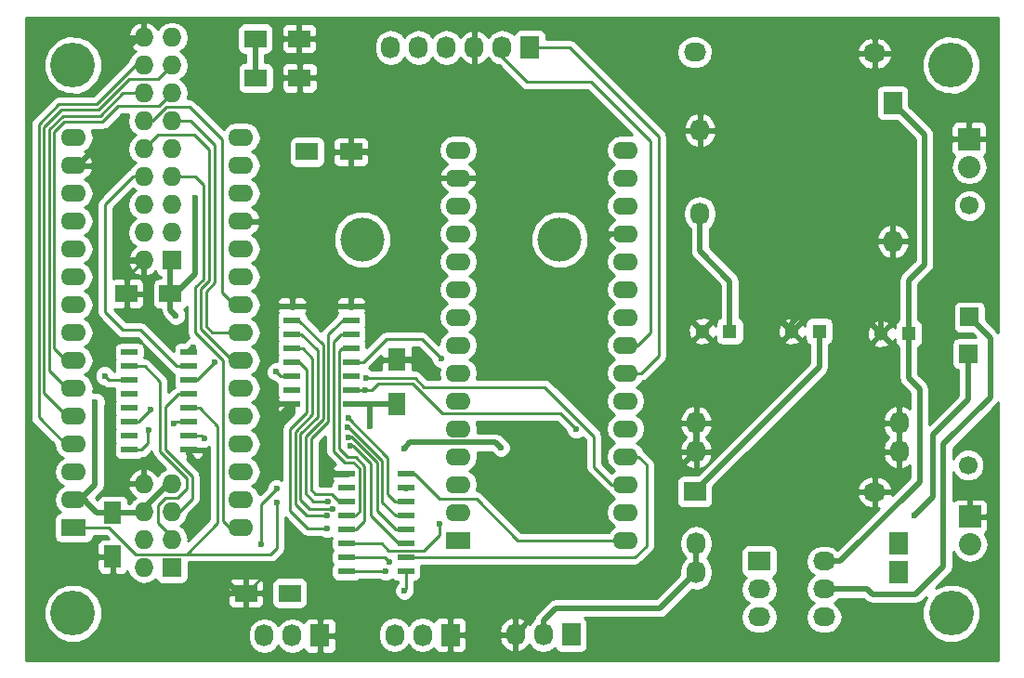
<source format=gbl>
G04 #@! TF.FileFunction,Copper,L2,Bot,Signal*
%FSLAX46Y46*%
G04 Gerber Fmt 4.6, Leading zero omitted, Abs format (unit mm)*
G04 Created by KiCad (PCBNEW 4.0.4-stable) date 11/05/16 19:06:31*
%MOMM*%
%LPD*%
G01*
G04 APERTURE LIST*
%ADD10C,0.100000*%
%ADD11C,4.064000*%
%ADD12R,2.000000X1.600000*%
%ADD13R,1.600000X2.000000*%
%ADD14C,1.300000*%
%ADD15R,1.300000X1.300000*%
%ADD16C,1.699260*%
%ADD17R,1.699260X1.699260*%
%ADD18O,2.032000X1.727200*%
%ADD19R,2.032000X1.727200*%
%ADD20O,1.727200X2.032000*%
%ADD21R,1.727200X2.032000*%
%ADD22R,1.500000X0.600000*%
%ADD23R,1.727200X1.727200*%
%ADD24O,1.727200X1.727200*%
%ADD25C,4.000000*%
%ADD26R,2.032000X2.032000*%
%ADD27O,2.032000X2.032000*%
%ADD28R,2.286000X1.574800*%
%ADD29O,2.286000X1.574800*%
%ADD30C,0.600000*%
%ADD31C,0.500000*%
%ADD32C,0.250000*%
%ADD33C,0.254000*%
G04 APERTURE END LIST*
D10*
D11*
X152095200Y-103047800D03*
X152069800Y-53086000D03*
X72059800Y-53086000D03*
X72059800Y-103047800D03*
D12*
X80943200Y-73939400D03*
X76943200Y-73939400D03*
D13*
X101574600Y-83965800D03*
X101574600Y-79965800D03*
D12*
X93389700Y-60998100D03*
X97389700Y-60998100D03*
D14*
X137555600Y-77343000D03*
D15*
X140055600Y-77343000D03*
D14*
X145709000Y-77571600D03*
D15*
X148209000Y-77571600D03*
D12*
X91814400Y-101219000D03*
X87814400Y-101219000D03*
D13*
X75692000Y-93910400D03*
X75692000Y-97910400D03*
D16*
X153621740Y-89560920D03*
D17*
X153621740Y-79400920D03*
D16*
X153743660Y-65912480D03*
D17*
X153743660Y-76072480D03*
D18*
X145106000Y-52017200D03*
X128706000Y-51917200D03*
X145106000Y-92017200D03*
D19*
X128706000Y-91977200D03*
D20*
X128835200Y-99311600D03*
X128835200Y-96711600D03*
X128835200Y-85711600D03*
X128835200Y-88311600D03*
X147335200Y-88311600D03*
D21*
X147295200Y-99311600D03*
D20*
X147335200Y-85711600D03*
D21*
X147295200Y-96711600D03*
D20*
X129179600Y-59039600D03*
X129179600Y-66639600D03*
X146779600Y-69139600D03*
D21*
X146739600Y-56539600D03*
D22*
X92016600Y-83972400D03*
X92016600Y-82702400D03*
X92016600Y-81432400D03*
X92016600Y-80162400D03*
X92016600Y-78892400D03*
X92016600Y-77622400D03*
X92016600Y-76352400D03*
X92016600Y-75082400D03*
X97416600Y-75082400D03*
X97416600Y-76352400D03*
X97416600Y-77622400D03*
X97416600Y-78892400D03*
X97416600Y-80162400D03*
X97416600Y-81432400D03*
X97416600Y-82702400D03*
X97416600Y-83972400D03*
X82608400Y-79273400D03*
X82608400Y-80543400D03*
X82608400Y-81813400D03*
X82608400Y-83083400D03*
X82608400Y-84353400D03*
X82608400Y-85623400D03*
X82608400Y-86893400D03*
X82608400Y-88163400D03*
X77208400Y-88163400D03*
X77208400Y-86893400D03*
X77208400Y-85623400D03*
X77208400Y-84353400D03*
X77208400Y-83083400D03*
X77208400Y-81813400D03*
X77208400Y-80543400D03*
X77208400Y-79273400D03*
D23*
X81076800Y-70891400D03*
D24*
X78536800Y-70891400D03*
X81076800Y-68351400D03*
X78536800Y-68351400D03*
X81076800Y-65811400D03*
X78536800Y-65811400D03*
X81076800Y-63271400D03*
X78536800Y-63271400D03*
X81076800Y-60731400D03*
X78536800Y-60731400D03*
X81076800Y-58191400D03*
X78536800Y-58191400D03*
X81076800Y-55651400D03*
X78536800Y-55651400D03*
X81076800Y-53111400D03*
X78536800Y-53111400D03*
X81076800Y-50571400D03*
X78536800Y-50571400D03*
D21*
X106451400Y-105029000D03*
D20*
X103911400Y-105029000D03*
X101371400Y-105029000D03*
D21*
X94576900Y-105105200D03*
D20*
X92036900Y-105105200D03*
X89496900Y-105105200D03*
D25*
X98415800Y-68985800D03*
D21*
X113715800Y-51485800D03*
D20*
X111175800Y-51485800D03*
X108635800Y-51485800D03*
X106095800Y-51485800D03*
X103555800Y-51485800D03*
X101015800Y-51485800D03*
D25*
X116415800Y-68985800D03*
D26*
X153797000Y-94234000D03*
D27*
X153797000Y-96774000D03*
D21*
X117449600Y-105003600D03*
D20*
X114909600Y-105003600D03*
X112369600Y-105003600D03*
D26*
X153720800Y-59842400D03*
D27*
X153720800Y-62382400D03*
D22*
X96995000Y-99237800D03*
X96995000Y-97967800D03*
X96995000Y-96697800D03*
X96995000Y-95427800D03*
X96995000Y-94157800D03*
X96995000Y-92887800D03*
X96995000Y-91617800D03*
X96995000Y-90347800D03*
X102395000Y-90347800D03*
X102395000Y-91617800D03*
X102395000Y-92887800D03*
X102395000Y-94157800D03*
X102395000Y-95427800D03*
X102395000Y-96697800D03*
X102395000Y-97967800D03*
X102395000Y-99237800D03*
D18*
X134591800Y-103405000D03*
X134591800Y-100865000D03*
D19*
X134591800Y-98325000D03*
D18*
X140491800Y-98325000D03*
X140491800Y-100865000D03*
X140491800Y-103405000D03*
D23*
X81051400Y-98882200D03*
D24*
X78511400Y-98882200D03*
X81051400Y-96342200D03*
X78511400Y-96342200D03*
X81051400Y-93802200D03*
X78511400Y-93802200D03*
X81051400Y-91262200D03*
X78511400Y-91262200D03*
D28*
X72136000Y-95250000D03*
D29*
X72136000Y-92710000D03*
X72136000Y-90170000D03*
X72136000Y-87630000D03*
X72136000Y-85090000D03*
X72136000Y-82550000D03*
X72136000Y-80010000D03*
X72136000Y-77470000D03*
X72136000Y-74930000D03*
X72136000Y-72390000D03*
X72136000Y-69850000D03*
X72136000Y-67310000D03*
X72136000Y-64770000D03*
X72136000Y-62230000D03*
X72136000Y-59690000D03*
X87376000Y-59690000D03*
X87376000Y-62230000D03*
X87376000Y-64770000D03*
X87376000Y-67310000D03*
X87376000Y-69850000D03*
X87376000Y-72390000D03*
X87376000Y-74930000D03*
X87376000Y-77470000D03*
X87376000Y-80010000D03*
X87376000Y-82550000D03*
X87376000Y-85090000D03*
X87376000Y-87630000D03*
X87376000Y-90170000D03*
X87376000Y-92710000D03*
X87376000Y-95250000D03*
D28*
X107162600Y-96393000D03*
D29*
X107162600Y-93853000D03*
X107162600Y-91313000D03*
X107162600Y-88773000D03*
X107162600Y-86233000D03*
X107162600Y-83693000D03*
X107162600Y-81153000D03*
X107162600Y-78613000D03*
X107162600Y-76073000D03*
X107162600Y-73533000D03*
X107162600Y-70993000D03*
X107162600Y-68453000D03*
X107162600Y-65913000D03*
X107162600Y-63373000D03*
X107162600Y-60833000D03*
X122402600Y-60833000D03*
X122402600Y-63373000D03*
X122402600Y-65913000D03*
X122402600Y-68453000D03*
X122402600Y-70993000D03*
X122402600Y-73533000D03*
X122402600Y-76073000D03*
X122402600Y-78613000D03*
X122402600Y-81153000D03*
X122402600Y-83693000D03*
X122402600Y-86233000D03*
X122402600Y-88773000D03*
X122402600Y-91313000D03*
X122402600Y-93853000D03*
X122402600Y-96393000D03*
D12*
X88678000Y-50673000D03*
X92678000Y-50673000D03*
X88716100Y-54254400D03*
X92716100Y-54254400D03*
D14*
X129402200Y-77343000D03*
D15*
X131902200Y-77343000D03*
D30*
X103860600Y-79311500D03*
X94234000Y-96926400D03*
X106241600Y-100990400D03*
X104952800Y-81495900D03*
X115836700Y-80746600D03*
X102395000Y-91617800D03*
X90893900Y-85864700D03*
X95605600Y-90068400D03*
X85166200Y-99187000D03*
X83883500Y-95034100D03*
X89204800Y-86334600D03*
X75323700Y-98044000D03*
X75996800Y-91135200D03*
X116604800Y-87934800D03*
X116503200Y-93268800D03*
X101841300Y-73698100D03*
X97269300Y-73761600D03*
X102031800Y-62865000D03*
X76530200Y-52082700D03*
X76415900Y-58369200D03*
X76441300Y-66522600D03*
X91814400Y-101219000D03*
X89242900Y-96799400D03*
X90614500Y-91732100D03*
X102235000Y-88017600D03*
X111048800Y-87960200D03*
X93389700Y-60998100D03*
X99136200Y-86017100D03*
X102241600Y-100990400D03*
X148742400Y-94107000D03*
X90551000Y-81026000D03*
X97294700Y-87795100D03*
X97155000Y-86995000D03*
X97066100Y-86144100D03*
X97129600Y-85293200D03*
X98793300Y-81622900D03*
X117906800Y-86309200D03*
X98679000Y-82702400D03*
X100558600Y-99263200D03*
X95250000Y-95351600D03*
X95224600Y-94183200D03*
X95732600Y-93548200D03*
X95300800Y-92837000D03*
X105613200Y-79857600D03*
X105473500Y-94869000D03*
X90614500Y-92951300D03*
X81229200Y-85750400D03*
X84023200Y-87096600D03*
X77152500Y-86893400D03*
X77139800Y-84302600D03*
X100850700Y-98386900D03*
X83045300Y-78790800D03*
X88678000Y-50673000D03*
X88480900Y-54254400D03*
X83235800Y-65189100D03*
X81432400Y-75920600D03*
X74091800Y-83794600D03*
X84963000Y-80200500D03*
X74955400Y-81407000D03*
X79121000Y-84531200D03*
X78968600Y-86385400D03*
D31*
X101574600Y-79965800D02*
X103206300Y-79965800D01*
X103206300Y-79965800D02*
X103860600Y-79311500D01*
D32*
X90278200Y-98755200D02*
X87814400Y-101219000D01*
X92405200Y-98755200D02*
X90278200Y-98755200D01*
X94234000Y-96926400D02*
X92405200Y-98755200D01*
D31*
X106451400Y-101200200D02*
X106451400Y-105029000D01*
X106241600Y-100990400D02*
X106451400Y-101200200D01*
D32*
X103479600Y-80022700D02*
X101631500Y-80022700D01*
X104952800Y-81495900D02*
X103479600Y-80022700D01*
X101631500Y-80022700D02*
X101574600Y-79965800D01*
D31*
X121005600Y-68453000D02*
X122402600Y-68453000D01*
X118224300Y-71234300D02*
X121005600Y-68453000D01*
X118224300Y-78359000D02*
X118224300Y-71234300D01*
X115836700Y-80746600D02*
X118224300Y-78359000D01*
X92016600Y-84742000D02*
X92016600Y-83972400D01*
X90893900Y-85864700D02*
X92016600Y-84742000D01*
X95885000Y-90347800D02*
X96995000Y-90347800D01*
X95605600Y-90068400D02*
X95885000Y-90347800D01*
X82608400Y-88163400D02*
X82608400Y-88602800D01*
X85166200Y-99187000D02*
X87198200Y-101219000D01*
X83883500Y-89877900D02*
X83883500Y-95034100D01*
X82608400Y-88602800D02*
X83883500Y-89877900D01*
X87198200Y-101219000D02*
X87814400Y-101219000D01*
X90962500Y-85026500D02*
X92016600Y-83972400D01*
X90512900Y-85026500D02*
X90962500Y-85026500D01*
X89204800Y-86334600D02*
X90512900Y-85026500D01*
X78511400Y-91262200D02*
X76123800Y-91262200D01*
X75323700Y-98044000D02*
X75457300Y-97910400D01*
X76123800Y-91262200D02*
X75996800Y-91135200D01*
X75457300Y-97910400D02*
X75692000Y-97910400D01*
X87814400Y-101219000D02*
X87814400Y-101644700D01*
X101841300Y-73698100D02*
X101777800Y-73761600D01*
X101777800Y-73761600D02*
X97269300Y-73761600D01*
X97416600Y-73908900D02*
X97416600Y-75082400D01*
X97269300Y-73761600D02*
X97416600Y-73908900D01*
X101422200Y-60998100D02*
X97389700Y-60998100D01*
X101993700Y-61569600D02*
X101422200Y-60998100D01*
X101993700Y-62826900D02*
X101993700Y-61569600D01*
X102031800Y-62865000D02*
X101993700Y-62826900D01*
X72136000Y-62230000D02*
X72555100Y-62230000D01*
X72555100Y-62230000D02*
X76415900Y-58369200D01*
X76530200Y-52082700D02*
X78041500Y-50571400D01*
X78041500Y-50571400D02*
X78536800Y-50571400D01*
X78536800Y-70891400D02*
X76949300Y-70891400D01*
X76441300Y-70383400D02*
X76441300Y-66522600D01*
X76949300Y-70891400D02*
X76441300Y-70383400D01*
D32*
X76943200Y-73939400D02*
X76943200Y-72485000D01*
X76943200Y-72485000D02*
X78536800Y-70891400D01*
X78010000Y-71418200D02*
X78536800Y-70891400D01*
D31*
X137555600Y-77343000D02*
X137555600Y-76604500D01*
X147335200Y-83936800D02*
X147335200Y-85711600D01*
X143217900Y-79819500D02*
X147335200Y-83936800D01*
X143217900Y-76809600D02*
X143217900Y-79819500D01*
X141617700Y-75209400D02*
X143217900Y-76809600D01*
X138950700Y-75209400D02*
X141617700Y-75209400D01*
X137555600Y-76604500D02*
X138950700Y-75209400D01*
X112369600Y-105003600D02*
X112369600Y-104952800D01*
X112369600Y-104952800D02*
X115747800Y-101574600D01*
X115747800Y-101574600D02*
X124968000Y-101574600D01*
X124968000Y-101574600D02*
X126873000Y-99669600D01*
X126873000Y-99669600D02*
X126873000Y-90273800D01*
X126873000Y-90273800D02*
X128835200Y-88311600D01*
X128835200Y-88311600D02*
X128835200Y-85711600D01*
X145709000Y-77571600D02*
X145709000Y-72899900D01*
X146779600Y-71829300D02*
X146779600Y-69139600D01*
X145709000Y-72899900D02*
X146779600Y-71829300D01*
D32*
X89242900Y-93103700D02*
X89242900Y-96799400D01*
X90614500Y-91732100D02*
X89242900Y-93103700D01*
D31*
X129179600Y-66639600D02*
X129179600Y-70048400D01*
X131902200Y-72771000D02*
X131902200Y-77343000D01*
X129179600Y-70048400D02*
X131902200Y-72771000D01*
X110566200Y-87477600D02*
X111048800Y-87960200D01*
X102775000Y-87477600D02*
X110566200Y-87477600D01*
X102235000Y-88017600D02*
X102775000Y-87477600D01*
X99085400Y-83972400D02*
X99085400Y-85966300D01*
X99085400Y-85966300D02*
X99136200Y-86017100D01*
X97416600Y-83972400D02*
X99085400Y-83972400D01*
X99085400Y-83972400D02*
X101568000Y-83972400D01*
X101568000Y-83972400D02*
X101574600Y-83965800D01*
D32*
X101574600Y-83965800D02*
X97423200Y-83965800D01*
X97423200Y-83965800D02*
X97416600Y-83972400D01*
X102395000Y-99237800D02*
X102395000Y-100837000D01*
X102395000Y-100837000D02*
X102241600Y-100990400D01*
D31*
X140055600Y-77343000D02*
X140055600Y-80627600D01*
X140055600Y-80627600D02*
X128706000Y-91977200D01*
X148742400Y-94107000D02*
X150393400Y-92456000D01*
X150393400Y-92456000D02*
X150393400Y-86791800D01*
X150393400Y-86791800D02*
X153621740Y-83563460D01*
X153621740Y-83563460D02*
X153621740Y-79400920D01*
X140491800Y-100865000D02*
X144451400Y-100865000D01*
X155676600Y-78005420D02*
X153743660Y-76072480D01*
X155676600Y-83362800D02*
X155676600Y-78005420D01*
X151384000Y-87655400D02*
X155676600Y-83362800D01*
X151384000Y-98780600D02*
X151384000Y-87655400D01*
X148844000Y-101320600D02*
X151384000Y-98780600D01*
X144907000Y-101320600D02*
X148844000Y-101320600D01*
X144451400Y-100865000D02*
X144907000Y-101320600D01*
X114909600Y-105003600D02*
X114909600Y-103746300D01*
X125543500Y-102603300D02*
X128835200Y-99311600D01*
X116052600Y-102603300D02*
X125543500Y-102603300D01*
X114909600Y-103746300D02*
X116052600Y-102603300D01*
X128835200Y-99311600D02*
X128835200Y-96711600D01*
D32*
X92016600Y-81432400D02*
X90957400Y-81432400D01*
X90957400Y-81432400D02*
X90551000Y-81026000D01*
X99187000Y-89674700D02*
X99187000Y-89433400D01*
X99187000Y-94183200D02*
X99187000Y-90855800D01*
X99187000Y-90855800D02*
X99187000Y-89674700D01*
X97548700Y-87795100D02*
X97294700Y-87795100D01*
X99187000Y-89433400D02*
X97548700Y-87795100D01*
X102395000Y-96697800D02*
X101701600Y-96697800D01*
X101701600Y-96697800D02*
X99187000Y-94183200D01*
X99187000Y-94183200D02*
X99161600Y-94157800D01*
X97396300Y-86982300D02*
X97167700Y-86982300D01*
X97167700Y-86982300D02*
X97155000Y-86995000D01*
X99771200Y-90474800D02*
X99771200Y-93700600D01*
X101498400Y-95427800D02*
X99771200Y-93700600D01*
X101498400Y-95427800D02*
X102395000Y-95427800D01*
X99771200Y-89357200D02*
X99771200Y-90474800D01*
X97383600Y-86969600D02*
X97396300Y-86982300D01*
X97396300Y-86982300D02*
X99771200Y-89357200D01*
X97231200Y-86156800D02*
X97078800Y-86156800D01*
X97078800Y-86156800D02*
X97066100Y-86144100D01*
X97205800Y-86131400D02*
X97231200Y-86156800D01*
X97231200Y-86156800D02*
X100253800Y-89179400D01*
X100253800Y-89179400D02*
X100253800Y-90043000D01*
X101447600Y-94157800D02*
X100253800Y-92964000D01*
X102395000Y-94157800D02*
X101447600Y-94157800D01*
X100253800Y-90043000D02*
X100253800Y-92964000D01*
X97129600Y-85293200D02*
X100736400Y-88900000D01*
X100736400Y-88900000D02*
X100736400Y-89306400D01*
X101396800Y-92887800D02*
X100736400Y-92227400D01*
X102395000Y-92887800D02*
X101396800Y-92887800D01*
X100736400Y-89306400D02*
X100736400Y-92227400D01*
X99098100Y-81635600D02*
X98806000Y-81635600D01*
X121119900Y-91313000D02*
X119532400Y-89725500D01*
X119532400Y-89725500D02*
X119532400Y-86931500D01*
X119532400Y-86931500D02*
X115023900Y-82423000D01*
X115023900Y-82423000D02*
X104013000Y-82423000D01*
X104013000Y-82423000D02*
X103225600Y-81635600D01*
X103225600Y-81635600D02*
X99098100Y-81635600D01*
X122402600Y-91313000D02*
X121119900Y-91313000D01*
X98806000Y-81635600D02*
X98793300Y-81622900D01*
X105905300Y-84848700D02*
X105740200Y-84848700D01*
X116446300Y-84848700D02*
X117906800Y-86309200D01*
X105905300Y-84848700D02*
X116446300Y-84848700D01*
X105740200Y-84848700D02*
X102997000Y-82105500D01*
X98679000Y-82702400D02*
X99294102Y-82702400D01*
X99294102Y-82702400D02*
X99891002Y-82105500D01*
X99891002Y-82105500D02*
X102997000Y-82105500D01*
X102997000Y-82105500D02*
X103009700Y-82105500D01*
X97416600Y-82702400D02*
X98679000Y-82702400D01*
X96995000Y-99237800D02*
X100533200Y-99237800D01*
X100533200Y-99237800D02*
X100558600Y-99263200D01*
X92016600Y-80162400D02*
X92710000Y-80162400D01*
X92710000Y-80162400D02*
X93370400Y-80822800D01*
X93446600Y-95351600D02*
X95250000Y-95351600D01*
X91846400Y-93751400D02*
X93446600Y-95351600D01*
X91846400Y-86258400D02*
X91846400Y-93751400D01*
X93370400Y-84734400D02*
X91846400Y-86258400D01*
X93370400Y-80822800D02*
X93370400Y-84734400D01*
X92118200Y-80060800D02*
X92016600Y-80162400D01*
X92016600Y-78892400D02*
X92989400Y-78892400D01*
X93395800Y-94183200D02*
X95224600Y-94183200D01*
X92304299Y-93091699D02*
X93395800Y-94183200D01*
X92304299Y-86511701D02*
X92304299Y-93091699D01*
X93903800Y-84912200D02*
X92304299Y-86511701D01*
X93903800Y-79806800D02*
X93903800Y-84912200D01*
X92989400Y-78892400D02*
X93903800Y-79806800D01*
X92016600Y-77622400D02*
X92887800Y-77622400D01*
X93649800Y-93548200D02*
X95732600Y-93548200D01*
X92786200Y-92684600D02*
X93649800Y-93548200D01*
X92786200Y-86709101D02*
X92786200Y-92684600D01*
X94361000Y-85134301D02*
X92786200Y-86709101D01*
X94361000Y-79095600D02*
X94361000Y-85134301D01*
X92887800Y-77622400D02*
X94361000Y-79095600D01*
X92016600Y-76352400D02*
X92633800Y-76352400D01*
X92633800Y-76352400D02*
X94843600Y-78562200D01*
X94843600Y-78562200D02*
X94843600Y-85369400D01*
X94843600Y-85369400D02*
X93243400Y-86969600D01*
X93243400Y-86969600D02*
X93243400Y-92125800D01*
X93243400Y-92125800D02*
X93954600Y-92837000D01*
X93954600Y-92837000D02*
X95300800Y-92837000D01*
X93776800Y-87223600D02*
X93776800Y-87147400D01*
X96621600Y-76352400D02*
X97416600Y-76352400D01*
X95758000Y-77216000D02*
X96621600Y-76352400D01*
X95300800Y-77673200D02*
X95758000Y-77216000D01*
X95300800Y-85623400D02*
X95300800Y-77673200D01*
X93776800Y-87147400D02*
X95300800Y-85623400D01*
X96995000Y-92887800D02*
X96316800Y-92887800D01*
X96316800Y-92887800D02*
X95605600Y-92176600D01*
X95605600Y-92176600D02*
X94157800Y-92176600D01*
X94157800Y-92176600D02*
X93776800Y-91795600D01*
X93776800Y-91795600D02*
X93776800Y-87223600D01*
X93776800Y-87223600D02*
X93776800Y-87198200D01*
X96995000Y-94157800D02*
X97777300Y-94157800D01*
X95834200Y-88303100D02*
X95834200Y-85725000D01*
X96812100Y-89281000D02*
X95834200Y-88303100D01*
X97612200Y-89281000D02*
X96812100Y-89281000D01*
X98145600Y-89814400D02*
X97612200Y-89281000D01*
X98145600Y-93789500D02*
X98145600Y-89814400D01*
X97777300Y-94157800D02*
X98145600Y-93789500D01*
X95834200Y-85725000D02*
X95834200Y-85750400D01*
X97416600Y-77622400D02*
X96520000Y-77622400D01*
X95834200Y-78308200D02*
X95834200Y-85725000D01*
X96520000Y-77622400D02*
X95834200Y-78308200D01*
X96995000Y-95427800D02*
X97853500Y-95427800D01*
X96608900Y-78892400D02*
X97416600Y-78892400D01*
X96304100Y-79197200D02*
X96608900Y-78892400D01*
X96304100Y-88049100D02*
X96304100Y-79197200D01*
X97053400Y-88798400D02*
X96304100Y-88049100D01*
X97815400Y-88798400D02*
X97053400Y-88798400D01*
X98640900Y-89623900D02*
X97815400Y-88798400D01*
X98640900Y-94640400D02*
X98640900Y-89623900D01*
X97853500Y-95427800D02*
X98640900Y-94640400D01*
X96995000Y-96697800D02*
X100190300Y-96697800D01*
X98513900Y-80162400D02*
X97416600Y-80162400D01*
X100609400Y-78066900D02*
X98513900Y-80162400D01*
X103822500Y-78066900D02*
X100609400Y-78066900D01*
X105613200Y-79857600D02*
X103822500Y-78066900D01*
X105473500Y-95923100D02*
X105473500Y-94869000D01*
X104063800Y-97332800D02*
X105473500Y-95923100D01*
X100825300Y-97332800D02*
X104063800Y-97332800D01*
X100190300Y-96697800D02*
X100825300Y-97332800D01*
X82608400Y-80543400D02*
X81521300Y-80543400D01*
X77495400Y-63271400D02*
X78536800Y-63271400D01*
X74993500Y-65773300D02*
X77495400Y-63271400D01*
X74993500Y-75615800D02*
X74993500Y-65773300D01*
X76631800Y-77254100D02*
X74993500Y-75615800D01*
X78232000Y-77254100D02*
X76631800Y-77254100D01*
X81521300Y-80543400D02*
X78232000Y-77254100D01*
X80492600Y-84251800D02*
X80492600Y-88163400D01*
X80492600Y-84251800D02*
X81661000Y-83083400D01*
X82608400Y-83083400D02*
X81661000Y-83083400D01*
X82905600Y-92633800D02*
X81737200Y-93802200D01*
X82905600Y-90576400D02*
X82905600Y-92633800D01*
X80492600Y-88163400D02*
X82905600Y-90576400D01*
X81737200Y-93802200D02*
X81051400Y-93802200D01*
X81051400Y-93802200D02*
X81051400Y-93573600D01*
X81965800Y-83083400D02*
X82608400Y-83083400D01*
X88493600Y-97663000D02*
X90081100Y-97663000D01*
X90614500Y-97129600D02*
X90614500Y-92951300D01*
X90081100Y-97663000D02*
X90614500Y-97129600D01*
X82608400Y-84353400D02*
X83591400Y-84353400D01*
X85242400Y-94830900D02*
X82410300Y-97663000D01*
X85242400Y-86004400D02*
X85242400Y-94830900D01*
X83591400Y-84353400D02*
X85242400Y-86004400D01*
X82804000Y-97663000D02*
X88493600Y-97663000D01*
X88493600Y-97663000D02*
X88519000Y-97663000D01*
X72136000Y-95250000D02*
X75361800Y-95250000D01*
X77774800Y-97663000D02*
X82410300Y-97663000D01*
X82410300Y-97663000D02*
X82804000Y-97663000D01*
X75361800Y-95250000D02*
X77774800Y-97663000D01*
X82804000Y-97663000D02*
X82829400Y-97663000D01*
X81229200Y-85750400D02*
X81356200Y-85623400D01*
X81356200Y-85623400D02*
X82608400Y-85623400D01*
X83820000Y-86893400D02*
X82608400Y-86893400D01*
X84023200Y-87096600D02*
X83820000Y-86893400D01*
X77152500Y-86893400D02*
X77208400Y-86893400D01*
X77139800Y-84302600D02*
X77190600Y-84353400D01*
X77190600Y-84353400D02*
X77208400Y-84353400D01*
X81051400Y-96342200D02*
X81051400Y-96113600D01*
X81051400Y-96113600D02*
X79781400Y-94843600D01*
X78587600Y-80543400D02*
X77208400Y-80543400D01*
X79984600Y-81940400D02*
X78587600Y-80543400D01*
X79984600Y-88315800D02*
X79984600Y-81940400D01*
X82447701Y-90778901D02*
X79984600Y-88315800D01*
X82447701Y-91669299D02*
X82447701Y-90778901D01*
X81610200Y-92506800D02*
X82447701Y-91669299D01*
X80492600Y-92506800D02*
X81610200Y-92506800D01*
X79781400Y-93218000D02*
X80492600Y-92506800D01*
X79781400Y-94843600D02*
X79781400Y-93218000D01*
X82842100Y-59474100D02*
X83134200Y-59474100D01*
X83731100Y-77139800D02*
X86601300Y-80010000D01*
X83731100Y-73482200D02*
X83731100Y-77139800D01*
X84467700Y-72745600D02*
X83731100Y-73482200D01*
X84467700Y-60807600D02*
X84467700Y-72745600D01*
X83134200Y-59474100D02*
X84467700Y-60807600D01*
X86601300Y-80010000D02*
X87376000Y-80010000D01*
X87376000Y-80010000D02*
X87210900Y-80010000D01*
X82931000Y-59474100D02*
X82842100Y-59474100D01*
X82842100Y-59474100D02*
X79794100Y-59474100D01*
X79794100Y-59474100D02*
X78536800Y-60731400D01*
X78536800Y-60731400D02*
X78943200Y-60731400D01*
X81076800Y-58191400D02*
X82765900Y-58191400D01*
X84759800Y-77470000D02*
X87376000Y-77470000D01*
X84201000Y-76911200D02*
X84759800Y-77470000D01*
X84201000Y-73703602D02*
X84201000Y-76911200D01*
X84975700Y-72928902D02*
X84201000Y-73703602D01*
X84975700Y-60401200D02*
X84975700Y-72928902D01*
X82765900Y-58191400D02*
X84975700Y-60401200D01*
X87363300Y-77457300D02*
X87376000Y-77470000D01*
X87376000Y-77470000D02*
X87376000Y-77177900D01*
X81076800Y-58191400D02*
X81686400Y-58191400D01*
X87376000Y-74930000D02*
X86741000Y-74930000D01*
X86741000Y-74930000D02*
X85610700Y-73799700D01*
X80556100Y-56908700D02*
X79273400Y-58191400D01*
X82664300Y-56908700D02*
X80556100Y-56908700D01*
X85610700Y-59855100D02*
X82664300Y-56908700D01*
X85610700Y-73799700D02*
X85610700Y-59855100D01*
X79273400Y-58191400D02*
X78536800Y-58191400D01*
X78536800Y-58191400D02*
X79222600Y-58191400D01*
X86385400Y-74930000D02*
X87376000Y-74930000D01*
X72136000Y-80010000D02*
X71450200Y-80010000D01*
X71450200Y-80010000D02*
X70358000Y-78917800D01*
X70358000Y-78917800D02*
X70358000Y-59207400D01*
X70358000Y-59207400D02*
X71297800Y-58267600D01*
X71297800Y-58267600D02*
X74752200Y-58267600D01*
X74752200Y-58267600D02*
X76174600Y-56845200D01*
X76174600Y-56845200D02*
X79883000Y-56845200D01*
X79883000Y-56845200D02*
X81076800Y-55651400D01*
X72136000Y-82550000D02*
X71501000Y-82550000D01*
X71501000Y-82550000D02*
X69900800Y-80949800D01*
X69900800Y-80949800D02*
X69900800Y-58953400D01*
X69900800Y-58953400D02*
X71145400Y-57708800D01*
X71145400Y-57708800D02*
X74549000Y-57708800D01*
X74549000Y-57708800D02*
X76606400Y-55651400D01*
X76606400Y-55651400D02*
X78536800Y-55651400D01*
X72136000Y-85090000D02*
X71526400Y-85090000D01*
X71526400Y-85090000D02*
X69418200Y-82981800D01*
X69418200Y-82981800D02*
X69418200Y-58724800D01*
X69418200Y-58724800D02*
X70967600Y-57175400D01*
X70967600Y-57175400D02*
X74396600Y-57175400D01*
X74396600Y-57175400D02*
X77216000Y-54356000D01*
X77216000Y-54356000D02*
X79832200Y-54356000D01*
X79832200Y-54356000D02*
X81076800Y-53111400D01*
X72136000Y-87630000D02*
X71374000Y-87630000D01*
X71374000Y-87630000D02*
X68935600Y-85191600D01*
X68935600Y-85191600D02*
X68935600Y-58496200D01*
X68935600Y-58496200D02*
X70789800Y-56642000D01*
X70789800Y-56642000D02*
X74218800Y-56642000D01*
X74218800Y-56642000D02*
X77749400Y-53111400D01*
X77749400Y-53111400D02*
X78536800Y-53111400D01*
X113715800Y-51485800D02*
X117348000Y-51485800D01*
X123875800Y-81153000D02*
X122402600Y-81153000D01*
X125425200Y-79603600D02*
X123875800Y-81153000D01*
X125425200Y-59563000D02*
X125425200Y-79603600D01*
X117348000Y-51485800D02*
X125425200Y-59563000D01*
X111175800Y-51485800D02*
X111175800Y-52349400D01*
X111175800Y-52349400D02*
X113461800Y-54635400D01*
X113461800Y-54635400D02*
X119253000Y-54635400D01*
X119253000Y-54635400D02*
X124663200Y-60045600D01*
X124663200Y-60045600D02*
X124663200Y-77470000D01*
X124663200Y-77470000D02*
X123520200Y-78613000D01*
X123520200Y-78613000D02*
X122402600Y-78613000D01*
X100850700Y-98386900D02*
X100431600Y-97967800D01*
X100431600Y-97967800D02*
X96995000Y-97967800D01*
X102395000Y-90347800D02*
X103200200Y-90347800D01*
X112598200Y-96393000D02*
X122402600Y-96393000D01*
X108826300Y-92621100D02*
X112598200Y-96393000D01*
X105473500Y-92621100D02*
X108826300Y-92621100D01*
X103200200Y-90347800D02*
X105473500Y-92621100D01*
X102395000Y-97967800D02*
X123240800Y-97967800D01*
X123571000Y-88773000D02*
X122402600Y-88773000D01*
X124307600Y-89509600D02*
X123571000Y-88773000D01*
X124307600Y-96901000D02*
X124307600Y-89509600D01*
X123240800Y-97967800D02*
X124307600Y-96901000D01*
X88214200Y-82550000D02*
X87376000Y-82550000D01*
D31*
X82608400Y-79273400D02*
X82608400Y-79227700D01*
X82608400Y-79227700D02*
X83045300Y-78790800D01*
X88678000Y-54057300D02*
X88678000Y-50673000D01*
X80943200Y-73939400D02*
X80943200Y-71025000D01*
X80943200Y-71025000D02*
X81076800Y-70891400D01*
X80943200Y-73939400D02*
X81394300Y-73939400D01*
X81394300Y-73939400D02*
X83235800Y-72097900D01*
X88480900Y-54254400D02*
X88678000Y-54057300D01*
X83235800Y-72097900D02*
X83235800Y-65189100D01*
X80943200Y-75431400D02*
X80943200Y-73939400D01*
X81432400Y-75920600D02*
X80943200Y-75431400D01*
X72136000Y-92710000D02*
X72720200Y-92710000D01*
X72720200Y-92710000D02*
X74091800Y-91338400D01*
X74091800Y-91338400D02*
X74091800Y-83794600D01*
X72136000Y-92710000D02*
X73177400Y-92710000D01*
X75692000Y-93910400D02*
X78403200Y-93910400D01*
X78403200Y-93910400D02*
X78511400Y-93802200D01*
X78511400Y-93802200D02*
X78511400Y-93472000D01*
X78511400Y-93472000D02*
X80721200Y-91262200D01*
X80721200Y-91262200D02*
X81051400Y-91262200D01*
X72136000Y-92710000D02*
X73025000Y-92710000D01*
X73025000Y-92710000D02*
X74225400Y-93910400D01*
X74225400Y-93910400D02*
X75692000Y-93910400D01*
D32*
X80943200Y-71025000D02*
X81076800Y-70891400D01*
X82608400Y-79196200D02*
X82608400Y-79273400D01*
X71780400Y-77470000D02*
X72136000Y-77470000D01*
X82608400Y-81813400D02*
X83350100Y-81813400D01*
X83350100Y-81813400D02*
X84963000Y-80200500D01*
X75361800Y-81813400D02*
X77208400Y-81813400D01*
X74955400Y-81407000D02*
X75361800Y-81813400D01*
X77208400Y-85623400D02*
X78028800Y-85623400D01*
X79121000Y-84531200D02*
X78028800Y-85623400D01*
X78968600Y-86385400D02*
X78892400Y-86461600D01*
X78892400Y-86461600D02*
X78892400Y-87579200D01*
X78892400Y-87579200D02*
X78308200Y-88163400D01*
X78308200Y-88163400D02*
X77208400Y-88163400D01*
X82905600Y-63271400D02*
X83185000Y-63271400D01*
X81076800Y-63271400D02*
X82905600Y-63271400D01*
X83235800Y-77508100D02*
X85725000Y-79997300D01*
X83235800Y-73329800D02*
X83235800Y-77508100D01*
X83947000Y-72618600D02*
X83235800Y-73329800D01*
X83947000Y-64033400D02*
X83947000Y-72618600D01*
X83185000Y-63271400D02*
X83947000Y-64033400D01*
X85725000Y-79997300D02*
X85725000Y-94665800D01*
X86309200Y-95250000D02*
X85725000Y-94665800D01*
X86309200Y-95250000D02*
X87376000Y-95250000D01*
X81076800Y-63271400D02*
X81102200Y-63271400D01*
D31*
X148209000Y-77571600D02*
X148209000Y-81610200D01*
X141933600Y-98325000D02*
X140491800Y-98325000D01*
X149199600Y-91059000D02*
X141933600Y-98325000D01*
X149199600Y-82600800D02*
X149199600Y-91059000D01*
X148209000Y-81610200D02*
X149199600Y-82600800D01*
X148209000Y-77571600D02*
X148209000Y-72694800D01*
X149656800Y-59456800D02*
X146739600Y-56539600D01*
X149656800Y-71247000D02*
X149656800Y-59456800D01*
X148209000Y-72694800D02*
X149656800Y-71247000D01*
D33*
G36*
X156389000Y-77509252D02*
X156302390Y-77379630D01*
X156302387Y-77379628D01*
X155240730Y-76317970D01*
X155240730Y-75222850D01*
X155196452Y-74987533D01*
X155057380Y-74771409D01*
X154845180Y-74626419D01*
X154593290Y-74575410D01*
X152894030Y-74575410D01*
X152658713Y-74619688D01*
X152442589Y-74758760D01*
X152297599Y-74970960D01*
X152246590Y-75222850D01*
X152246590Y-76922110D01*
X152290868Y-77157427D01*
X152429940Y-77373551D01*
X152642140Y-77518541D01*
X152894030Y-77569550D01*
X153989150Y-77569550D01*
X154323451Y-77903850D01*
X152772110Y-77903850D01*
X152536793Y-77948128D01*
X152320669Y-78087200D01*
X152175679Y-78299400D01*
X152124670Y-78551290D01*
X152124670Y-80250550D01*
X152168948Y-80485867D01*
X152308020Y-80701991D01*
X152520220Y-80846981D01*
X152736740Y-80890827D01*
X152736740Y-83196881D01*
X150084600Y-85849020D01*
X150084600Y-82600805D01*
X150084601Y-82600800D01*
X150017233Y-82262126D01*
X150017233Y-82262125D01*
X149825390Y-81975010D01*
X149825387Y-81975008D01*
X149094000Y-81243620D01*
X149094000Y-78824822D01*
X149094317Y-78824762D01*
X149310441Y-78685690D01*
X149455431Y-78473490D01*
X149506440Y-78221600D01*
X149506440Y-76921600D01*
X149462162Y-76686283D01*
X149323090Y-76470159D01*
X149110890Y-76325169D01*
X149094000Y-76321749D01*
X149094000Y-73061380D01*
X150282587Y-71872792D01*
X150282590Y-71872790D01*
X150474433Y-71585675D01*
X150541800Y-71247000D01*
X150541800Y-66206496D01*
X152258772Y-66206496D01*
X152484318Y-66752357D01*
X152901586Y-67170354D01*
X153447053Y-67396852D01*
X154037676Y-67397368D01*
X154583537Y-67171822D01*
X155001534Y-66754554D01*
X155228032Y-66209087D01*
X155228548Y-65618464D01*
X155003002Y-65072603D01*
X154585734Y-64654606D01*
X154040267Y-64428108D01*
X153449644Y-64427592D01*
X152903783Y-64653138D01*
X152485786Y-65070406D01*
X152259288Y-65615873D01*
X152258772Y-66206496D01*
X150541800Y-66206496D01*
X150541800Y-62382400D01*
X152037455Y-62382400D01*
X152163130Y-63014210D01*
X152521022Y-63549833D01*
X153056645Y-63907725D01*
X153688455Y-64033400D01*
X153753145Y-64033400D01*
X154384955Y-63907725D01*
X154920578Y-63549833D01*
X155278470Y-63014210D01*
X155404145Y-62382400D01*
X155278470Y-61750590D01*
X155053834Y-61414399D01*
X155096498Y-61396727D01*
X155275127Y-61218099D01*
X155371800Y-60984710D01*
X155371800Y-60128150D01*
X155213050Y-59969400D01*
X153847800Y-59969400D01*
X153847800Y-59989400D01*
X153593800Y-59989400D01*
X153593800Y-59969400D01*
X152228550Y-59969400D01*
X152069800Y-60128150D01*
X152069800Y-60984710D01*
X152166473Y-61218099D01*
X152345102Y-61396727D01*
X152387766Y-61414399D01*
X152163130Y-61750590D01*
X152037455Y-62382400D01*
X150541800Y-62382400D01*
X150541800Y-59456805D01*
X150541801Y-59456800D01*
X150484075Y-59166600D01*
X150474433Y-59118125D01*
X150282590Y-58831010D01*
X150282587Y-58831008D01*
X150151670Y-58700090D01*
X152069800Y-58700090D01*
X152069800Y-59556650D01*
X152228550Y-59715400D01*
X153593800Y-59715400D01*
X153593800Y-58350150D01*
X153847800Y-58350150D01*
X153847800Y-59715400D01*
X155213050Y-59715400D01*
X155371800Y-59556650D01*
X155371800Y-58700090D01*
X155275127Y-58466701D01*
X155096498Y-58288073D01*
X154863109Y-58191400D01*
X154006550Y-58191400D01*
X153847800Y-58350150D01*
X153593800Y-58350150D01*
X153435050Y-58191400D01*
X152578491Y-58191400D01*
X152345102Y-58288073D01*
X152166473Y-58466701D01*
X152069800Y-58700090D01*
X150151670Y-58700090D01*
X148250640Y-56799060D01*
X148250640Y-55523600D01*
X148206362Y-55288283D01*
X148067290Y-55072159D01*
X147855090Y-54927169D01*
X147603200Y-54876160D01*
X145876000Y-54876160D01*
X145640683Y-54920438D01*
X145424559Y-55059510D01*
X145279569Y-55271710D01*
X145228560Y-55523600D01*
X145228560Y-57555600D01*
X145272838Y-57790917D01*
X145411910Y-58007041D01*
X145624110Y-58152031D01*
X145876000Y-58203040D01*
X147151460Y-58203040D01*
X148771800Y-59823379D01*
X148771800Y-70880421D01*
X147583210Y-72069010D01*
X147391367Y-72356125D01*
X147391367Y-72356126D01*
X147323999Y-72694800D01*
X147324000Y-72694805D01*
X147324000Y-76318378D01*
X147323683Y-76318438D01*
X147107559Y-76457510D01*
X146962569Y-76669710D01*
X146911560Y-76921600D01*
X146911560Y-77083985D01*
X146838611Y-76907871D01*
X146608016Y-76852190D01*
X145888605Y-77571600D01*
X146608016Y-78291010D01*
X146838611Y-78235329D01*
X146911560Y-78025698D01*
X146911560Y-78221600D01*
X146955838Y-78456917D01*
X147094910Y-78673041D01*
X147307110Y-78818031D01*
X147324000Y-78821451D01*
X147324000Y-81610195D01*
X147323999Y-81610200D01*
X147361602Y-81799238D01*
X147391367Y-81948875D01*
X147554084Y-82192400D01*
X147583210Y-82235990D01*
X148314600Y-82967379D01*
X148314600Y-84447457D01*
X148237236Y-84360868D01*
X147709991Y-84106891D01*
X147694226Y-84104242D01*
X147462200Y-84225383D01*
X147462200Y-85584600D01*
X147482200Y-85584600D01*
X147482200Y-85838600D01*
X147462200Y-85838600D01*
X147462200Y-88184600D01*
X147482200Y-88184600D01*
X147482200Y-88438600D01*
X147462200Y-88438600D01*
X147462200Y-89797817D01*
X147694226Y-89918958D01*
X147709991Y-89916309D01*
X148237236Y-89662332D01*
X148314600Y-89575743D01*
X148314600Y-90692421D01*
X146685038Y-92321983D01*
X146592217Y-92144200D01*
X145233000Y-92144200D01*
X145233000Y-93358124D01*
X145467913Y-93502384D01*
X145524393Y-93482627D01*
X141738408Y-97268612D01*
X141736215Y-97265330D01*
X141250034Y-96940474D01*
X140676545Y-96826400D01*
X140307055Y-96826400D01*
X139733566Y-96940474D01*
X139247385Y-97265330D01*
X138922529Y-97751511D01*
X138808455Y-98325000D01*
X138922529Y-98898489D01*
X139247385Y-99384670D01*
X139562166Y-99595000D01*
X139247385Y-99805330D01*
X138922529Y-100291511D01*
X138808455Y-100865000D01*
X138922529Y-101438489D01*
X139247385Y-101924670D01*
X139562166Y-102135000D01*
X139247385Y-102345330D01*
X138922529Y-102831511D01*
X138808455Y-103405000D01*
X138922529Y-103978489D01*
X139247385Y-104464670D01*
X139733566Y-104789526D01*
X140307055Y-104903600D01*
X140676545Y-104903600D01*
X141250034Y-104789526D01*
X141736215Y-104464670D01*
X142061071Y-103978489D01*
X142175145Y-103405000D01*
X142061071Y-102831511D01*
X141736215Y-102345330D01*
X141421434Y-102135000D01*
X141736215Y-101924670D01*
X141852926Y-101750000D01*
X144084821Y-101750000D01*
X144281208Y-101946387D01*
X144281210Y-101946390D01*
X144568325Y-102138233D01*
X144624516Y-102149410D01*
X144907000Y-102205601D01*
X144907005Y-102205600D01*
X148843995Y-102205600D01*
X148844000Y-102205601D01*
X149126484Y-102149410D01*
X149182675Y-102138233D01*
X149469790Y-101946390D01*
X149803206Y-101612974D01*
X149428664Y-102514973D01*
X149427738Y-103575972D01*
X149832909Y-104556561D01*
X150582493Y-105307455D01*
X151562373Y-105714336D01*
X152623372Y-105715262D01*
X153603961Y-105310091D01*
X154354855Y-104560507D01*
X154761736Y-103580627D01*
X154762662Y-102519628D01*
X154357491Y-101539039D01*
X153607907Y-100788145D01*
X152628027Y-100381264D01*
X151567028Y-100380338D01*
X150661815Y-100754364D01*
X152009787Y-99406392D01*
X152009790Y-99406390D01*
X152201633Y-99119275D01*
X152269000Y-98780600D01*
X152269000Y-97450214D01*
X152597222Y-97941433D01*
X153132845Y-98299325D01*
X153764655Y-98425000D01*
X153829345Y-98425000D01*
X154461155Y-98299325D01*
X154996778Y-97941433D01*
X155354670Y-97405810D01*
X155480345Y-96774000D01*
X155354670Y-96142190D01*
X155130034Y-95805999D01*
X155172698Y-95788327D01*
X155351327Y-95609699D01*
X155448000Y-95376310D01*
X155448000Y-94519750D01*
X155289250Y-94361000D01*
X153924000Y-94361000D01*
X153924000Y-94381000D01*
X153670000Y-94381000D01*
X153670000Y-94361000D01*
X153650000Y-94361000D01*
X153650000Y-94107000D01*
X153670000Y-94107000D01*
X153670000Y-92741750D01*
X153924000Y-92741750D01*
X153924000Y-94107000D01*
X155289250Y-94107000D01*
X155448000Y-93948250D01*
X155448000Y-93091690D01*
X155351327Y-92858301D01*
X155172698Y-92679673D01*
X154939309Y-92583000D01*
X154082750Y-92583000D01*
X153924000Y-92741750D01*
X153670000Y-92741750D01*
X153511250Y-92583000D01*
X152654691Y-92583000D01*
X152421302Y-92679673D01*
X152269000Y-92831974D01*
X152269000Y-90174757D01*
X152362398Y-90400797D01*
X152779666Y-90818794D01*
X153325133Y-91045292D01*
X153915756Y-91045808D01*
X154461617Y-90820262D01*
X154879614Y-90402994D01*
X155106112Y-89857527D01*
X155106628Y-89266904D01*
X154881082Y-88721043D01*
X154463814Y-88303046D01*
X153918347Y-88076548D01*
X153327724Y-88076032D01*
X152781863Y-88301578D01*
X152363866Y-88718846D01*
X152269000Y-88947308D01*
X152269000Y-88021980D01*
X156302387Y-83988592D01*
X156302390Y-83988590D01*
X156389000Y-83858968D01*
X156389000Y-107367000D01*
X67766000Y-107367000D01*
X67766000Y-103575972D01*
X69392338Y-103575972D01*
X69797509Y-104556561D01*
X70547093Y-105307455D01*
X71526973Y-105714336D01*
X72587972Y-105715262D01*
X73568561Y-105310091D01*
X73958877Y-104920455D01*
X87998300Y-104920455D01*
X87998300Y-105289945D01*
X88112374Y-105863434D01*
X88437230Y-106349615D01*
X88923411Y-106674471D01*
X89496900Y-106788545D01*
X90070389Y-106674471D01*
X90556570Y-106349615D01*
X90766900Y-106034834D01*
X90977230Y-106349615D01*
X91463411Y-106674471D01*
X92036900Y-106788545D01*
X92610389Y-106674471D01*
X93096570Y-106349615D01*
X93111400Y-106327420D01*
X93174973Y-106480898D01*
X93353601Y-106659527D01*
X93586990Y-106756200D01*
X94291150Y-106756200D01*
X94449900Y-106597450D01*
X94449900Y-105232200D01*
X94703900Y-105232200D01*
X94703900Y-106597450D01*
X94862650Y-106756200D01*
X95566810Y-106756200D01*
X95800199Y-106659527D01*
X95978827Y-106480898D01*
X96075500Y-106247509D01*
X96075500Y-105390950D01*
X95916750Y-105232200D01*
X94703900Y-105232200D01*
X94449900Y-105232200D01*
X94429900Y-105232200D01*
X94429900Y-104978200D01*
X94449900Y-104978200D01*
X94449900Y-103612950D01*
X94703900Y-103612950D01*
X94703900Y-104978200D01*
X95916750Y-104978200D01*
X96050695Y-104844255D01*
X99872800Y-104844255D01*
X99872800Y-105213745D01*
X99986874Y-105787234D01*
X100311730Y-106273415D01*
X100797911Y-106598271D01*
X101371400Y-106712345D01*
X101944889Y-106598271D01*
X102431070Y-106273415D01*
X102641400Y-105958634D01*
X102851730Y-106273415D01*
X103337911Y-106598271D01*
X103911400Y-106712345D01*
X104484889Y-106598271D01*
X104971070Y-106273415D01*
X104985900Y-106251220D01*
X105049473Y-106404698D01*
X105228101Y-106583327D01*
X105461490Y-106680000D01*
X106165650Y-106680000D01*
X106324400Y-106521250D01*
X106324400Y-105156000D01*
X106578400Y-105156000D01*
X106578400Y-106521250D01*
X106737150Y-106680000D01*
X107441310Y-106680000D01*
X107674699Y-106583327D01*
X107853327Y-106404698D01*
X107950000Y-106171309D01*
X107950000Y-105365513D01*
X110884416Y-105365513D01*
X111077646Y-105917920D01*
X111467564Y-106354332D01*
X111994809Y-106608309D01*
X112010574Y-106610958D01*
X112242600Y-106489817D01*
X112242600Y-105130600D01*
X111028676Y-105130600D01*
X110884416Y-105365513D01*
X107950000Y-105365513D01*
X107950000Y-105314750D01*
X107791250Y-105156000D01*
X106578400Y-105156000D01*
X106324400Y-105156000D01*
X106304400Y-105156000D01*
X106304400Y-104902000D01*
X106324400Y-104902000D01*
X106324400Y-103536750D01*
X106578400Y-103536750D01*
X106578400Y-104902000D01*
X107791250Y-104902000D01*
X107950000Y-104743250D01*
X107950000Y-104641687D01*
X110884416Y-104641687D01*
X111028676Y-104876600D01*
X112242600Y-104876600D01*
X112242600Y-103517383D01*
X112496600Y-103517383D01*
X112496600Y-104876600D01*
X112516600Y-104876600D01*
X112516600Y-105130600D01*
X112496600Y-105130600D01*
X112496600Y-106489817D01*
X112728626Y-106610958D01*
X112744391Y-106608309D01*
X113271636Y-106354332D01*
X113643139Y-105938531D01*
X113849930Y-106248015D01*
X114336111Y-106572871D01*
X114909600Y-106686945D01*
X115483089Y-106572871D01*
X115969270Y-106248015D01*
X115978843Y-106233687D01*
X115982838Y-106254917D01*
X116121910Y-106471041D01*
X116334110Y-106616031D01*
X116586000Y-106667040D01*
X118313200Y-106667040D01*
X118548517Y-106622762D01*
X118764641Y-106483690D01*
X118909631Y-106271490D01*
X118960640Y-106019600D01*
X118960640Y-103987600D01*
X118916362Y-103752283D01*
X118777290Y-103536159D01*
X118707246Y-103488300D01*
X125543495Y-103488300D01*
X125543500Y-103488301D01*
X125825984Y-103432110D01*
X125882175Y-103420933D01*
X126169290Y-103229090D01*
X128475069Y-100923310D01*
X128835200Y-100994945D01*
X129408689Y-100880871D01*
X129432441Y-100865000D01*
X132908455Y-100865000D01*
X133022529Y-101438489D01*
X133347385Y-101924670D01*
X133662166Y-102135000D01*
X133347385Y-102345330D01*
X133022529Y-102831511D01*
X132908455Y-103405000D01*
X133022529Y-103978489D01*
X133347385Y-104464670D01*
X133833566Y-104789526D01*
X134407055Y-104903600D01*
X134776545Y-104903600D01*
X135350034Y-104789526D01*
X135836215Y-104464670D01*
X136161071Y-103978489D01*
X136275145Y-103405000D01*
X136161071Y-102831511D01*
X135836215Y-102345330D01*
X135521434Y-102135000D01*
X135836215Y-101924670D01*
X136161071Y-101438489D01*
X136275145Y-100865000D01*
X136161071Y-100291511D01*
X135836215Y-99805330D01*
X135821887Y-99795757D01*
X135843117Y-99791762D01*
X136059241Y-99652690D01*
X136204231Y-99440490D01*
X136255240Y-99188600D01*
X136255240Y-97461400D01*
X136210962Y-97226083D01*
X136071890Y-97009959D01*
X135859690Y-96864969D01*
X135607800Y-96813960D01*
X133575800Y-96813960D01*
X133340483Y-96858238D01*
X133124359Y-96997310D01*
X132979369Y-97209510D01*
X132928360Y-97461400D01*
X132928360Y-99188600D01*
X132972638Y-99423917D01*
X133111710Y-99640041D01*
X133323910Y-99785031D01*
X133365239Y-99793400D01*
X133347385Y-99805330D01*
X133022529Y-100291511D01*
X132908455Y-100865000D01*
X129432441Y-100865000D01*
X129894870Y-100556015D01*
X130219726Y-100069834D01*
X130333800Y-99496345D01*
X130333800Y-99126855D01*
X130219726Y-98553366D01*
X129894870Y-98067185D01*
X129811681Y-98011600D01*
X129894870Y-97956015D01*
X130219726Y-97469834D01*
X130333800Y-96896345D01*
X130333800Y-96526855D01*
X130219726Y-95953366D01*
X129894870Y-95467185D01*
X129408689Y-95142329D01*
X128835200Y-95028255D01*
X128261711Y-95142329D01*
X127775530Y-95467185D01*
X127450674Y-95953366D01*
X127336600Y-96526855D01*
X127336600Y-96896345D01*
X127450674Y-97469834D01*
X127775530Y-97956015D01*
X127858719Y-98011600D01*
X127775530Y-98067185D01*
X127450674Y-98553366D01*
X127336600Y-99126855D01*
X127336600Y-99496345D01*
X127346932Y-99548289D01*
X125176920Y-101718300D01*
X116052605Y-101718300D01*
X116052600Y-101718299D01*
X115729384Y-101782592D01*
X115713925Y-101785667D01*
X115426810Y-101977510D01*
X115426808Y-101977513D01*
X114283810Y-103120510D01*
X114091967Y-103407625D01*
X114086655Y-103434329D01*
X114048417Y-103626560D01*
X113849930Y-103759185D01*
X113643139Y-104068669D01*
X113271636Y-103652868D01*
X112744391Y-103398891D01*
X112728626Y-103396242D01*
X112496600Y-103517383D01*
X112242600Y-103517383D01*
X112010574Y-103396242D01*
X111994809Y-103398891D01*
X111467564Y-103652868D01*
X111077646Y-104089280D01*
X110884416Y-104641687D01*
X107950000Y-104641687D01*
X107950000Y-103886691D01*
X107853327Y-103653302D01*
X107674699Y-103474673D01*
X107441310Y-103378000D01*
X106737150Y-103378000D01*
X106578400Y-103536750D01*
X106324400Y-103536750D01*
X106165650Y-103378000D01*
X105461490Y-103378000D01*
X105228101Y-103474673D01*
X105049473Y-103653302D01*
X104985900Y-103806780D01*
X104971070Y-103784585D01*
X104484889Y-103459729D01*
X103911400Y-103345655D01*
X103337911Y-103459729D01*
X102851730Y-103784585D01*
X102641400Y-104099366D01*
X102431070Y-103784585D01*
X101944889Y-103459729D01*
X101371400Y-103345655D01*
X100797911Y-103459729D01*
X100311730Y-103784585D01*
X99986874Y-104270766D01*
X99872800Y-104844255D01*
X96050695Y-104844255D01*
X96075500Y-104819450D01*
X96075500Y-103962891D01*
X95978827Y-103729502D01*
X95800199Y-103550873D01*
X95566810Y-103454200D01*
X94862650Y-103454200D01*
X94703900Y-103612950D01*
X94449900Y-103612950D01*
X94291150Y-103454200D01*
X93586990Y-103454200D01*
X93353601Y-103550873D01*
X93174973Y-103729502D01*
X93111400Y-103882980D01*
X93096570Y-103860785D01*
X92610389Y-103535929D01*
X92036900Y-103421855D01*
X91463411Y-103535929D01*
X90977230Y-103860785D01*
X90766900Y-104175566D01*
X90556570Y-103860785D01*
X90070389Y-103535929D01*
X89496900Y-103421855D01*
X88923411Y-103535929D01*
X88437230Y-103860785D01*
X88112374Y-104346966D01*
X87998300Y-104920455D01*
X73958877Y-104920455D01*
X74319455Y-104560507D01*
X74726336Y-103580627D01*
X74727262Y-102519628D01*
X74322091Y-101539039D01*
X74287862Y-101504750D01*
X86179400Y-101504750D01*
X86179400Y-102145310D01*
X86276073Y-102378699D01*
X86454702Y-102557327D01*
X86688091Y-102654000D01*
X87528650Y-102654000D01*
X87687400Y-102495250D01*
X87687400Y-101346000D01*
X87941400Y-101346000D01*
X87941400Y-102495250D01*
X88100150Y-102654000D01*
X88940709Y-102654000D01*
X89174098Y-102557327D01*
X89352727Y-102378699D01*
X89449400Y-102145310D01*
X89449400Y-101504750D01*
X89290650Y-101346000D01*
X87941400Y-101346000D01*
X87687400Y-101346000D01*
X86338150Y-101346000D01*
X86179400Y-101504750D01*
X74287862Y-101504750D01*
X73572507Y-100788145D01*
X72592627Y-100381264D01*
X71531628Y-100380338D01*
X70551039Y-100785509D01*
X69800145Y-101535093D01*
X69393264Y-102514973D01*
X69392338Y-103575972D01*
X67766000Y-103575972D01*
X67766000Y-98196150D01*
X74257000Y-98196150D01*
X74257000Y-99036709D01*
X74353673Y-99270098D01*
X74532301Y-99448727D01*
X74765690Y-99545400D01*
X75406250Y-99545400D01*
X75565000Y-99386650D01*
X75565000Y-98037400D01*
X74415750Y-98037400D01*
X74257000Y-98196150D01*
X67766000Y-98196150D01*
X67766000Y-58496200D01*
X68175600Y-58496200D01*
X68175600Y-85191600D01*
X68233452Y-85482439D01*
X68398199Y-85729001D01*
X70329119Y-87659921D01*
X70431441Y-88174329D01*
X70739778Y-88635789D01*
X71135199Y-88900000D01*
X70739778Y-89164211D01*
X70431441Y-89625671D01*
X70323167Y-90170000D01*
X70431441Y-90714329D01*
X70739778Y-91175789D01*
X71135199Y-91440000D01*
X70739778Y-91704211D01*
X70431441Y-92165671D01*
X70323167Y-92710000D01*
X70431441Y-93254329D01*
X70739778Y-93715789D01*
X70911460Y-93830503D01*
X70757683Y-93859438D01*
X70541559Y-93998510D01*
X70396569Y-94210710D01*
X70345560Y-94462600D01*
X70345560Y-96037400D01*
X70389838Y-96272717D01*
X70528910Y-96488841D01*
X70741110Y-96633831D01*
X70993000Y-96684840D01*
X73279000Y-96684840D01*
X73514317Y-96640562D01*
X73730441Y-96501490D01*
X73875431Y-96289290D01*
X73926440Y-96037400D01*
X73926440Y-96010000D01*
X75046998Y-96010000D01*
X75312398Y-96275400D01*
X74765690Y-96275400D01*
X74532301Y-96372073D01*
X74353673Y-96550702D01*
X74257000Y-96784091D01*
X74257000Y-97624650D01*
X74415750Y-97783400D01*
X75565000Y-97783400D01*
X75565000Y-97763400D01*
X75819000Y-97763400D01*
X75819000Y-97783400D01*
X75839000Y-97783400D01*
X75839000Y-98037400D01*
X75819000Y-98037400D01*
X75819000Y-99386650D01*
X75977750Y-99545400D01*
X76618310Y-99545400D01*
X76851699Y-99448727D01*
X77030327Y-99270098D01*
X77050778Y-99220725D01*
X77097515Y-99455689D01*
X77422371Y-99941870D01*
X77908552Y-100266726D01*
X78482041Y-100380800D01*
X78540759Y-100380800D01*
X79114248Y-100266726D01*
X79579842Y-99955626D01*
X79584638Y-99981117D01*
X79723710Y-100197241D01*
X79935910Y-100342231D01*
X80187800Y-100393240D01*
X81915000Y-100393240D01*
X82150317Y-100348962D01*
X82237766Y-100292690D01*
X86179400Y-100292690D01*
X86179400Y-100933250D01*
X86338150Y-101092000D01*
X87687400Y-101092000D01*
X87687400Y-99942750D01*
X87941400Y-99942750D01*
X87941400Y-101092000D01*
X89290650Y-101092000D01*
X89449400Y-100933250D01*
X89449400Y-100419000D01*
X90166960Y-100419000D01*
X90166960Y-102019000D01*
X90211238Y-102254317D01*
X90350310Y-102470441D01*
X90562510Y-102615431D01*
X90814400Y-102666440D01*
X92814400Y-102666440D01*
X93049717Y-102622162D01*
X93265841Y-102483090D01*
X93410831Y-102270890D01*
X93461840Y-102019000D01*
X93461840Y-100419000D01*
X93417562Y-100183683D01*
X93278490Y-99967559D01*
X93066290Y-99822569D01*
X92814400Y-99771560D01*
X90814400Y-99771560D01*
X90579083Y-99815838D01*
X90362959Y-99954910D01*
X90217969Y-100167110D01*
X90166960Y-100419000D01*
X89449400Y-100419000D01*
X89449400Y-100292690D01*
X89352727Y-100059301D01*
X89174098Y-99880673D01*
X88940709Y-99784000D01*
X88100150Y-99784000D01*
X87941400Y-99942750D01*
X87687400Y-99942750D01*
X87528650Y-99784000D01*
X86688091Y-99784000D01*
X86454702Y-99880673D01*
X86276073Y-100059301D01*
X86179400Y-100292690D01*
X82237766Y-100292690D01*
X82366441Y-100209890D01*
X82511431Y-99997690D01*
X82562440Y-99745800D01*
X82562440Y-98423000D01*
X90081100Y-98423000D01*
X90371939Y-98365148D01*
X90618501Y-98200401D01*
X91151901Y-97667001D01*
X91316648Y-97420439D01*
X91374500Y-97129600D01*
X91374500Y-94354302D01*
X92909199Y-95889001D01*
X93155761Y-96053748D01*
X93446600Y-96111600D01*
X94687537Y-96111600D01*
X94719673Y-96143792D01*
X95063201Y-96286438D01*
X95435167Y-96286762D01*
X95636928Y-96203396D01*
X95597560Y-96397800D01*
X95597560Y-96997800D01*
X95641838Y-97233117D01*
X95705678Y-97332328D01*
X95648569Y-97415910D01*
X95597560Y-97667800D01*
X95597560Y-98267800D01*
X95641838Y-98503117D01*
X95705678Y-98602328D01*
X95648569Y-98685910D01*
X95597560Y-98937800D01*
X95597560Y-99537800D01*
X95641838Y-99773117D01*
X95780910Y-99989241D01*
X95993110Y-100134231D01*
X96245000Y-100185240D01*
X97745000Y-100185240D01*
X97980317Y-100140962D01*
X98196441Y-100001890D01*
X98199236Y-99997800D01*
X99970781Y-99997800D01*
X100028273Y-100055392D01*
X100371801Y-100198038D01*
X100743767Y-100198362D01*
X101087543Y-100056317D01*
X101170673Y-99973332D01*
X101180910Y-99989241D01*
X101393110Y-100134231D01*
X101635000Y-100183215D01*
X101635000Y-100274805D01*
X101449408Y-100460073D01*
X101306762Y-100803601D01*
X101306438Y-101175567D01*
X101448483Y-101519343D01*
X101711273Y-101782592D01*
X102054801Y-101925238D01*
X102426767Y-101925562D01*
X102770543Y-101783517D01*
X103033792Y-101520727D01*
X103176438Y-101177199D01*
X103176762Y-100805233D01*
X103155000Y-100752565D01*
X103155000Y-100183358D01*
X103380317Y-100140962D01*
X103596441Y-100001890D01*
X103741431Y-99789690D01*
X103792440Y-99537800D01*
X103792440Y-98937800D01*
X103752926Y-98727800D01*
X123240800Y-98727800D01*
X123531639Y-98669948D01*
X123778201Y-98505201D01*
X124845001Y-97438401D01*
X125009748Y-97191839D01*
X125067600Y-96901000D01*
X125067600Y-91113600D01*
X127042560Y-91113600D01*
X127042560Y-92840800D01*
X127086838Y-93076117D01*
X127225910Y-93292241D01*
X127438110Y-93437231D01*
X127690000Y-93488240D01*
X129722000Y-93488240D01*
X129957317Y-93443962D01*
X130173441Y-93304890D01*
X130318431Y-93092690D01*
X130369440Y-92840800D01*
X130369440Y-92376226D01*
X143498642Y-92376226D01*
X143501291Y-92391991D01*
X143755268Y-92919236D01*
X144191680Y-93309154D01*
X144744087Y-93502384D01*
X144979000Y-93358124D01*
X144979000Y-92144200D01*
X143619783Y-92144200D01*
X143498642Y-92376226D01*
X130369440Y-92376226D01*
X130369440Y-91658174D01*
X143498642Y-91658174D01*
X143619783Y-91890200D01*
X144979000Y-91890200D01*
X144979000Y-90676276D01*
X145233000Y-90676276D01*
X145233000Y-91890200D01*
X146592217Y-91890200D01*
X146713358Y-91658174D01*
X146710709Y-91642409D01*
X146456732Y-91115164D01*
X146020320Y-90725246D01*
X145467913Y-90532016D01*
X145233000Y-90676276D01*
X144979000Y-90676276D01*
X144744087Y-90532016D01*
X144191680Y-90725246D01*
X143755268Y-91115164D01*
X143501291Y-91642409D01*
X143498642Y-91658174D01*
X130369440Y-91658174D01*
X130369440Y-91565340D01*
X133261266Y-88673513D01*
X145850016Y-88673513D01*
X146043246Y-89225920D01*
X146433164Y-89662332D01*
X146960409Y-89916309D01*
X146976174Y-89918958D01*
X147208200Y-89797817D01*
X147208200Y-88438600D01*
X145994276Y-88438600D01*
X145850016Y-88673513D01*
X133261266Y-88673513D01*
X135861266Y-86073513D01*
X145850016Y-86073513D01*
X146043246Y-86625920D01*
X146387837Y-87011600D01*
X146043246Y-87397280D01*
X145850016Y-87949687D01*
X145994276Y-88184600D01*
X147208200Y-88184600D01*
X147208200Y-85838600D01*
X145994276Y-85838600D01*
X145850016Y-86073513D01*
X135861266Y-86073513D01*
X136585092Y-85349687D01*
X145850016Y-85349687D01*
X145994276Y-85584600D01*
X147208200Y-85584600D01*
X147208200Y-84225383D01*
X146976174Y-84104242D01*
X146960409Y-84106891D01*
X146433164Y-84360868D01*
X146043246Y-84797280D01*
X145850016Y-85349687D01*
X136585092Y-85349687D01*
X140681387Y-81253392D01*
X140681390Y-81253390D01*
X140873233Y-80966275D01*
X140891056Y-80876673D01*
X140940601Y-80627600D01*
X140940600Y-80627595D01*
X140940600Y-78596222D01*
X140940917Y-78596162D01*
X141136021Y-78470616D01*
X144989590Y-78470616D01*
X145045271Y-78701211D01*
X145528078Y-78869222D01*
X146038428Y-78839683D01*
X146372729Y-78701211D01*
X146428410Y-78470616D01*
X145709000Y-77751205D01*
X144989590Y-78470616D01*
X141136021Y-78470616D01*
X141157041Y-78457090D01*
X141302031Y-78244890D01*
X141353040Y-77993000D01*
X141353040Y-77390678D01*
X144411378Y-77390678D01*
X144440917Y-77901028D01*
X144579389Y-78235329D01*
X144809984Y-78291010D01*
X145529395Y-77571600D01*
X144809984Y-76852190D01*
X144579389Y-76907871D01*
X144411378Y-77390678D01*
X141353040Y-77390678D01*
X141353040Y-76693000D01*
X141349199Y-76672584D01*
X144989590Y-76672584D01*
X145709000Y-77391995D01*
X146428410Y-76672584D01*
X146372729Y-76441989D01*
X145889922Y-76273978D01*
X145379572Y-76303517D01*
X145045271Y-76441989D01*
X144989590Y-76672584D01*
X141349199Y-76672584D01*
X141308762Y-76457683D01*
X141169690Y-76241559D01*
X140957490Y-76096569D01*
X140705600Y-76045560D01*
X139405600Y-76045560D01*
X139170283Y-76089838D01*
X138954159Y-76228910D01*
X138809169Y-76441110D01*
X138758160Y-76693000D01*
X138758160Y-76855385D01*
X138685211Y-76679271D01*
X138454616Y-76623590D01*
X137735205Y-77343000D01*
X138454616Y-78062410D01*
X138685211Y-78006729D01*
X138758160Y-77797098D01*
X138758160Y-77993000D01*
X138802438Y-78228317D01*
X138941510Y-78444441D01*
X139153710Y-78589431D01*
X139170600Y-78592851D01*
X139170600Y-80261021D01*
X128965460Y-90466160D01*
X127690000Y-90466160D01*
X127454683Y-90510438D01*
X127238559Y-90649510D01*
X127093569Y-90861710D01*
X127042560Y-91113600D01*
X125067600Y-91113600D01*
X125067600Y-89509600D01*
X125009748Y-89218761D01*
X124845001Y-88972199D01*
X124546315Y-88673513D01*
X127350016Y-88673513D01*
X127543246Y-89225920D01*
X127933164Y-89662332D01*
X128460409Y-89916309D01*
X128476174Y-89918958D01*
X128708200Y-89797817D01*
X128708200Y-88438600D01*
X128962200Y-88438600D01*
X128962200Y-89797817D01*
X129194226Y-89918958D01*
X129209991Y-89916309D01*
X129737236Y-89662332D01*
X130127154Y-89225920D01*
X130320384Y-88673513D01*
X130176124Y-88438600D01*
X128962200Y-88438600D01*
X128708200Y-88438600D01*
X127494276Y-88438600D01*
X127350016Y-88673513D01*
X124546315Y-88673513D01*
X124108571Y-88235769D01*
X124107159Y-88228671D01*
X123798822Y-87767211D01*
X123403401Y-87503000D01*
X123798822Y-87238789D01*
X124107159Y-86777329D01*
X124215433Y-86233000D01*
X124183709Y-86073513D01*
X127350016Y-86073513D01*
X127543246Y-86625920D01*
X127887837Y-87011600D01*
X127543246Y-87397280D01*
X127350016Y-87949687D01*
X127494276Y-88184600D01*
X128708200Y-88184600D01*
X128708200Y-85838600D01*
X128962200Y-85838600D01*
X128962200Y-88184600D01*
X130176124Y-88184600D01*
X130320384Y-87949687D01*
X130127154Y-87397280D01*
X129782563Y-87011600D01*
X130127154Y-86625920D01*
X130320384Y-86073513D01*
X130176124Y-85838600D01*
X128962200Y-85838600D01*
X128708200Y-85838600D01*
X127494276Y-85838600D01*
X127350016Y-86073513D01*
X124183709Y-86073513D01*
X124107159Y-85688671D01*
X123880658Y-85349687D01*
X127350016Y-85349687D01*
X127494276Y-85584600D01*
X128708200Y-85584600D01*
X128708200Y-84225383D01*
X128962200Y-84225383D01*
X128962200Y-85584600D01*
X130176124Y-85584600D01*
X130320384Y-85349687D01*
X130127154Y-84797280D01*
X129737236Y-84360868D01*
X129209991Y-84106891D01*
X129194226Y-84104242D01*
X128962200Y-84225383D01*
X128708200Y-84225383D01*
X128476174Y-84104242D01*
X128460409Y-84106891D01*
X127933164Y-84360868D01*
X127543246Y-84797280D01*
X127350016Y-85349687D01*
X123880658Y-85349687D01*
X123798822Y-85227211D01*
X123403401Y-84963000D01*
X123798822Y-84698789D01*
X124107159Y-84237329D01*
X124215433Y-83693000D01*
X124107159Y-83148671D01*
X123798822Y-82687211D01*
X123403401Y-82423000D01*
X123798822Y-82158789D01*
X123976427Y-81892984D01*
X124166639Y-81855148D01*
X124413201Y-81690401D01*
X125962601Y-80141002D01*
X126073153Y-79975548D01*
X126127348Y-79894439D01*
X126185200Y-79603600D01*
X126185200Y-78242016D01*
X128682790Y-78242016D01*
X128738471Y-78472611D01*
X129221278Y-78640622D01*
X129731628Y-78611083D01*
X130065929Y-78472611D01*
X130121610Y-78242016D01*
X129402200Y-77522605D01*
X128682790Y-78242016D01*
X126185200Y-78242016D01*
X126185200Y-77162078D01*
X128104578Y-77162078D01*
X128134117Y-77672428D01*
X128272589Y-78006729D01*
X128503184Y-78062410D01*
X129222595Y-77343000D01*
X128503184Y-76623590D01*
X128272589Y-76679271D01*
X128104578Y-77162078D01*
X126185200Y-77162078D01*
X126185200Y-76443984D01*
X128682790Y-76443984D01*
X129402200Y-77163395D01*
X130121610Y-76443984D01*
X130065929Y-76213389D01*
X129583122Y-76045378D01*
X129072772Y-76074917D01*
X128738471Y-76213389D01*
X128682790Y-76443984D01*
X126185200Y-76443984D01*
X126185200Y-66454855D01*
X127681000Y-66454855D01*
X127681000Y-66824345D01*
X127795074Y-67397834D01*
X128119930Y-67884015D01*
X128294600Y-68000726D01*
X128294600Y-70048395D01*
X128294599Y-70048400D01*
X128337806Y-70265610D01*
X128361967Y-70387075D01*
X128424296Y-70480357D01*
X128553810Y-70674190D01*
X131017200Y-73137579D01*
X131017200Y-76089778D01*
X131016883Y-76089838D01*
X130800759Y-76228910D01*
X130655769Y-76441110D01*
X130604760Y-76693000D01*
X130604760Y-76855385D01*
X130531811Y-76679271D01*
X130301216Y-76623590D01*
X129581805Y-77343000D01*
X130301216Y-78062410D01*
X130531811Y-78006729D01*
X130604760Y-77797098D01*
X130604760Y-77993000D01*
X130649038Y-78228317D01*
X130788110Y-78444441D01*
X131000310Y-78589431D01*
X131252200Y-78640440D01*
X132552200Y-78640440D01*
X132787517Y-78596162D01*
X133003641Y-78457090D01*
X133148631Y-78244890D01*
X133149212Y-78242016D01*
X136836190Y-78242016D01*
X136891871Y-78472611D01*
X137374678Y-78640622D01*
X137885028Y-78611083D01*
X138219329Y-78472611D01*
X138275010Y-78242016D01*
X137555600Y-77522605D01*
X136836190Y-78242016D01*
X133149212Y-78242016D01*
X133199640Y-77993000D01*
X133199640Y-77162078D01*
X136257978Y-77162078D01*
X136287517Y-77672428D01*
X136425989Y-78006729D01*
X136656584Y-78062410D01*
X137375995Y-77343000D01*
X136656584Y-76623590D01*
X136425989Y-76679271D01*
X136257978Y-77162078D01*
X133199640Y-77162078D01*
X133199640Y-76693000D01*
X133155362Y-76457683D01*
X133146547Y-76443984D01*
X136836190Y-76443984D01*
X137555600Y-77163395D01*
X138275010Y-76443984D01*
X138219329Y-76213389D01*
X137736522Y-76045378D01*
X137226172Y-76074917D01*
X136891871Y-76213389D01*
X136836190Y-76443984D01*
X133146547Y-76443984D01*
X133016290Y-76241559D01*
X132804090Y-76096569D01*
X132787200Y-76093149D01*
X132787200Y-72771005D01*
X132787201Y-72771000D01*
X132719833Y-72432326D01*
X132719833Y-72432325D01*
X132527990Y-72145210D01*
X132527987Y-72145208D01*
X130064600Y-69681820D01*
X130064600Y-69501513D01*
X145294416Y-69501513D01*
X145487646Y-70053920D01*
X145877564Y-70490332D01*
X146404809Y-70744309D01*
X146420574Y-70746958D01*
X146652600Y-70625817D01*
X146652600Y-69266600D01*
X146906600Y-69266600D01*
X146906600Y-70625817D01*
X147138626Y-70746958D01*
X147154391Y-70744309D01*
X147681636Y-70490332D01*
X148071554Y-70053920D01*
X148264784Y-69501513D01*
X148120524Y-69266600D01*
X146906600Y-69266600D01*
X146652600Y-69266600D01*
X145438676Y-69266600D01*
X145294416Y-69501513D01*
X130064600Y-69501513D01*
X130064600Y-68777687D01*
X145294416Y-68777687D01*
X145438676Y-69012600D01*
X146652600Y-69012600D01*
X146652600Y-67653383D01*
X146906600Y-67653383D01*
X146906600Y-69012600D01*
X148120524Y-69012600D01*
X148264784Y-68777687D01*
X148071554Y-68225280D01*
X147681636Y-67788868D01*
X147154391Y-67534891D01*
X147138626Y-67532242D01*
X146906600Y-67653383D01*
X146652600Y-67653383D01*
X146420574Y-67532242D01*
X146404809Y-67534891D01*
X145877564Y-67788868D01*
X145487646Y-68225280D01*
X145294416Y-68777687D01*
X130064600Y-68777687D01*
X130064600Y-68000726D01*
X130239270Y-67884015D01*
X130564126Y-67397834D01*
X130678200Y-66824345D01*
X130678200Y-66454855D01*
X130564126Y-65881366D01*
X130239270Y-65395185D01*
X129753089Y-65070329D01*
X129179600Y-64956255D01*
X128606111Y-65070329D01*
X128119930Y-65395185D01*
X127795074Y-65881366D01*
X127681000Y-66454855D01*
X126185200Y-66454855D01*
X126185200Y-59563000D01*
X126153078Y-59401513D01*
X127694416Y-59401513D01*
X127887646Y-59953920D01*
X128277564Y-60390332D01*
X128804809Y-60644309D01*
X128820574Y-60646958D01*
X129052600Y-60525817D01*
X129052600Y-59166600D01*
X129306600Y-59166600D01*
X129306600Y-60525817D01*
X129538626Y-60646958D01*
X129554391Y-60644309D01*
X130081636Y-60390332D01*
X130471554Y-59953920D01*
X130664784Y-59401513D01*
X130520524Y-59166600D01*
X129306600Y-59166600D01*
X129052600Y-59166600D01*
X127838676Y-59166600D01*
X127694416Y-59401513D01*
X126153078Y-59401513D01*
X126127348Y-59272161D01*
X125962601Y-59025599D01*
X125614689Y-58677687D01*
X127694416Y-58677687D01*
X127838676Y-58912600D01*
X129052600Y-58912600D01*
X129052600Y-57553383D01*
X129306600Y-57553383D01*
X129306600Y-58912600D01*
X130520524Y-58912600D01*
X130664784Y-58677687D01*
X130471554Y-58125280D01*
X130081636Y-57688868D01*
X129554391Y-57434891D01*
X129538626Y-57432242D01*
X129306600Y-57553383D01*
X129052600Y-57553383D01*
X128820574Y-57432242D01*
X128804809Y-57434891D01*
X128277564Y-57688868D01*
X127887646Y-58125280D01*
X127694416Y-58677687D01*
X125614689Y-58677687D01*
X120551174Y-53614172D01*
X149402338Y-53614172D01*
X149807509Y-54594761D01*
X150557093Y-55345655D01*
X151536973Y-55752536D01*
X152597972Y-55753462D01*
X153578561Y-55348291D01*
X154329455Y-54598707D01*
X154736336Y-53618827D01*
X154737262Y-52557828D01*
X154332091Y-51577239D01*
X153582507Y-50826345D01*
X152602627Y-50419464D01*
X151541628Y-50418538D01*
X150561039Y-50823709D01*
X149810145Y-51573293D01*
X149403264Y-52553173D01*
X149402338Y-53614172D01*
X120551174Y-53614172D01*
X118854202Y-51917200D01*
X127022655Y-51917200D01*
X127136729Y-52490689D01*
X127461585Y-52976870D01*
X127947766Y-53301726D01*
X128521255Y-53415800D01*
X128890745Y-53415800D01*
X129464234Y-53301726D01*
X129950415Y-52976870D01*
X130275271Y-52490689D01*
X130298039Y-52376226D01*
X143498642Y-52376226D01*
X143501291Y-52391991D01*
X143755268Y-52919236D01*
X144191680Y-53309154D01*
X144744087Y-53502384D01*
X144979000Y-53358124D01*
X144979000Y-52144200D01*
X145233000Y-52144200D01*
X145233000Y-53358124D01*
X145467913Y-53502384D01*
X146020320Y-53309154D01*
X146456732Y-52919236D01*
X146710709Y-52391991D01*
X146713358Y-52376226D01*
X146592217Y-52144200D01*
X145233000Y-52144200D01*
X144979000Y-52144200D01*
X143619783Y-52144200D01*
X143498642Y-52376226D01*
X130298039Y-52376226D01*
X130389345Y-51917200D01*
X130337822Y-51658174D01*
X143498642Y-51658174D01*
X143619783Y-51890200D01*
X144979000Y-51890200D01*
X144979000Y-50676276D01*
X145233000Y-50676276D01*
X145233000Y-51890200D01*
X146592217Y-51890200D01*
X146713358Y-51658174D01*
X146710709Y-51642409D01*
X146456732Y-51115164D01*
X146020320Y-50725246D01*
X145467913Y-50532016D01*
X145233000Y-50676276D01*
X144979000Y-50676276D01*
X144744087Y-50532016D01*
X144191680Y-50725246D01*
X143755268Y-51115164D01*
X143501291Y-51642409D01*
X143498642Y-51658174D01*
X130337822Y-51658174D01*
X130275271Y-51343711D01*
X129950415Y-50857530D01*
X129464234Y-50532674D01*
X128890745Y-50418600D01*
X128521255Y-50418600D01*
X127947766Y-50532674D01*
X127461585Y-50857530D01*
X127136729Y-51343711D01*
X127022655Y-51917200D01*
X118854202Y-51917200D01*
X117885401Y-50948399D01*
X117638839Y-50783652D01*
X117348000Y-50725800D01*
X115226840Y-50725800D01*
X115226840Y-50469800D01*
X115182562Y-50234483D01*
X115043490Y-50018359D01*
X114831290Y-49873369D01*
X114579400Y-49822360D01*
X112852200Y-49822360D01*
X112616883Y-49866638D01*
X112400759Y-50005710D01*
X112255769Y-50217910D01*
X112247400Y-50259239D01*
X112235470Y-50241385D01*
X111749289Y-49916529D01*
X111175800Y-49802455D01*
X110602311Y-49916529D01*
X110116130Y-50241385D01*
X109909339Y-50550869D01*
X109537836Y-50135068D01*
X109010591Y-49881091D01*
X108994826Y-49878442D01*
X108762800Y-49999583D01*
X108762800Y-51358800D01*
X108782800Y-51358800D01*
X108782800Y-51612800D01*
X108762800Y-51612800D01*
X108762800Y-52972017D01*
X108994826Y-53093158D01*
X109010591Y-53090509D01*
X109537836Y-52836532D01*
X109909339Y-52420731D01*
X110116130Y-52730215D01*
X110602311Y-53055071D01*
X110857412Y-53105814D01*
X112924399Y-55172801D01*
X113170960Y-55337548D01*
X113461800Y-55395400D01*
X118938198Y-55395400D01*
X122993217Y-59450419D01*
X122793033Y-59410600D01*
X122012167Y-59410600D01*
X121467838Y-59518874D01*
X121006378Y-59827211D01*
X120698041Y-60288671D01*
X120589767Y-60833000D01*
X120698041Y-61377329D01*
X121006378Y-61838789D01*
X121401799Y-62103000D01*
X121006378Y-62367211D01*
X120698041Y-62828671D01*
X120589767Y-63373000D01*
X120698041Y-63917329D01*
X121006378Y-64378789D01*
X121401799Y-64643000D01*
X121006378Y-64907211D01*
X120698041Y-65368671D01*
X120589767Y-65913000D01*
X120698041Y-66457329D01*
X121006378Y-66918789D01*
X121401430Y-67182754D01*
X121385338Y-67187475D01*
X120951409Y-67537014D01*
X120684273Y-68026004D01*
X120667590Y-68105940D01*
X120789748Y-68326000D01*
X122275600Y-68326000D01*
X122275600Y-68306000D01*
X122529600Y-68306000D01*
X122529600Y-68326000D01*
X122549600Y-68326000D01*
X122549600Y-68580000D01*
X122529600Y-68580000D01*
X122529600Y-68600000D01*
X122275600Y-68600000D01*
X122275600Y-68580000D01*
X120789748Y-68580000D01*
X120667590Y-68800060D01*
X120684273Y-68879996D01*
X120951409Y-69368986D01*
X121385338Y-69718525D01*
X121401430Y-69723246D01*
X121006378Y-69987211D01*
X120698041Y-70448671D01*
X120589767Y-70993000D01*
X120698041Y-71537329D01*
X121006378Y-71998789D01*
X121401799Y-72263000D01*
X121006378Y-72527211D01*
X120698041Y-72988671D01*
X120589767Y-73533000D01*
X120698041Y-74077329D01*
X121006378Y-74538789D01*
X121401799Y-74803000D01*
X121006378Y-75067211D01*
X120698041Y-75528671D01*
X120589767Y-76073000D01*
X120698041Y-76617329D01*
X121006378Y-77078789D01*
X121401799Y-77343000D01*
X121006378Y-77607211D01*
X120698041Y-78068671D01*
X120589767Y-78613000D01*
X120698041Y-79157329D01*
X121006378Y-79618789D01*
X121401799Y-79883000D01*
X121006378Y-80147211D01*
X120698041Y-80608671D01*
X120589767Y-81153000D01*
X120698041Y-81697329D01*
X121006378Y-82158789D01*
X121401799Y-82423000D01*
X121006378Y-82687211D01*
X120698041Y-83148671D01*
X120589767Y-83693000D01*
X120698041Y-84237329D01*
X121006378Y-84698789D01*
X121401799Y-84963000D01*
X121006378Y-85227211D01*
X120698041Y-85688671D01*
X120589767Y-86233000D01*
X120698041Y-86777329D01*
X121006378Y-87238789D01*
X121401799Y-87503000D01*
X121006378Y-87767211D01*
X120698041Y-88228671D01*
X120589767Y-88773000D01*
X120698041Y-89317329D01*
X121006378Y-89778789D01*
X121401799Y-90043000D01*
X121115800Y-90234098D01*
X120292400Y-89410698D01*
X120292400Y-86931500D01*
X120234548Y-86640661D01*
X120069801Y-86394099D01*
X115561301Y-81885599D01*
X115314739Y-81720852D01*
X115023900Y-81663000D01*
X108873987Y-81663000D01*
X108975433Y-81153000D01*
X108867159Y-80608671D01*
X108558822Y-80147211D01*
X108163401Y-79883000D01*
X108558822Y-79618789D01*
X108867159Y-79157329D01*
X108975433Y-78613000D01*
X108867159Y-78068671D01*
X108558822Y-77607211D01*
X108163401Y-77343000D01*
X108558822Y-77078789D01*
X108867159Y-76617329D01*
X108975433Y-76073000D01*
X108867159Y-75528671D01*
X108558822Y-75067211D01*
X108163401Y-74803000D01*
X108558822Y-74538789D01*
X108867159Y-74077329D01*
X108975433Y-73533000D01*
X108867159Y-72988671D01*
X108558822Y-72527211D01*
X108163401Y-72263000D01*
X108558822Y-71998789D01*
X108867159Y-71537329D01*
X108975433Y-70993000D01*
X108867159Y-70448671D01*
X108558822Y-69987211D01*
X108163401Y-69723000D01*
X108485720Y-69507634D01*
X113780343Y-69507634D01*
X114180653Y-70476458D01*
X114921243Y-71218342D01*
X115889367Y-71620342D01*
X116937634Y-71621257D01*
X117906458Y-71220947D01*
X118648342Y-70480357D01*
X119050342Y-69512233D01*
X119051257Y-68463966D01*
X118650947Y-67495142D01*
X117910357Y-66753258D01*
X116942233Y-66351258D01*
X115893966Y-66350343D01*
X114925142Y-66750653D01*
X114183258Y-67491243D01*
X113781258Y-68459367D01*
X113780343Y-69507634D01*
X108485720Y-69507634D01*
X108558822Y-69458789D01*
X108867159Y-68997329D01*
X108975433Y-68453000D01*
X108867159Y-67908671D01*
X108558822Y-67447211D01*
X108163401Y-67183000D01*
X108558822Y-66918789D01*
X108867159Y-66457329D01*
X108975433Y-65913000D01*
X108867159Y-65368671D01*
X108558822Y-64907211D01*
X108163770Y-64643246D01*
X108179862Y-64638525D01*
X108613791Y-64288986D01*
X108880927Y-63799996D01*
X108897610Y-63720060D01*
X108775452Y-63500000D01*
X107289600Y-63500000D01*
X107289600Y-63520000D01*
X107035600Y-63520000D01*
X107035600Y-63500000D01*
X105549748Y-63500000D01*
X105427590Y-63720060D01*
X105444273Y-63799996D01*
X105711409Y-64288986D01*
X106145338Y-64638525D01*
X106161430Y-64643246D01*
X105766378Y-64907211D01*
X105458041Y-65368671D01*
X105349767Y-65913000D01*
X105458041Y-66457329D01*
X105766378Y-66918789D01*
X106161799Y-67183000D01*
X105766378Y-67447211D01*
X105458041Y-67908671D01*
X105349767Y-68453000D01*
X105458041Y-68997329D01*
X105766378Y-69458789D01*
X106161799Y-69723000D01*
X105766378Y-69987211D01*
X105458041Y-70448671D01*
X105349767Y-70993000D01*
X105458041Y-71537329D01*
X105766378Y-71998789D01*
X106161799Y-72263000D01*
X105766378Y-72527211D01*
X105458041Y-72988671D01*
X105349767Y-73533000D01*
X105458041Y-74077329D01*
X105766378Y-74538789D01*
X106161799Y-74803000D01*
X105766378Y-75067211D01*
X105458041Y-75528671D01*
X105349767Y-76073000D01*
X105458041Y-76617329D01*
X105766378Y-77078789D01*
X106161799Y-77343000D01*
X105766378Y-77607211D01*
X105458041Y-78068671D01*
X105365302Y-78534900D01*
X104359901Y-77529499D01*
X104113339Y-77364752D01*
X103822500Y-77306900D01*
X100609400Y-77306900D01*
X100318561Y-77364752D01*
X100071999Y-77529499D01*
X98814040Y-78787458D01*
X98814040Y-78592400D01*
X98769762Y-78357083D01*
X98705922Y-78257872D01*
X98763031Y-78174290D01*
X98814040Y-77922400D01*
X98814040Y-77322400D01*
X98769762Y-77087083D01*
X98705922Y-76987872D01*
X98763031Y-76904290D01*
X98814040Y-76652400D01*
X98814040Y-76052400D01*
X98769762Y-75817083D01*
X98711422Y-75726420D01*
X98801600Y-75508710D01*
X98801600Y-75368150D01*
X98642850Y-75209400D01*
X97543600Y-75209400D01*
X97543600Y-75229400D01*
X97289600Y-75229400D01*
X97289600Y-75209400D01*
X96190350Y-75209400D01*
X96031600Y-75368150D01*
X96031600Y-75508710D01*
X96121406Y-75725522D01*
X96070169Y-75800510D01*
X96062927Y-75836271D01*
X94763399Y-77135799D01*
X94654692Y-77298490D01*
X93414040Y-76057838D01*
X93414040Y-76052400D01*
X93369762Y-75817083D01*
X93311422Y-75726420D01*
X93401600Y-75508710D01*
X93401600Y-75368150D01*
X93242850Y-75209400D01*
X92143600Y-75209400D01*
X92143600Y-75229400D01*
X91889600Y-75229400D01*
X91889600Y-75209400D01*
X90790350Y-75209400D01*
X90631600Y-75368150D01*
X90631600Y-75508710D01*
X90721406Y-75725522D01*
X90670169Y-75800510D01*
X90619160Y-76052400D01*
X90619160Y-76652400D01*
X90663438Y-76887717D01*
X90727278Y-76986928D01*
X90670169Y-77070510D01*
X90619160Y-77322400D01*
X90619160Y-77922400D01*
X90663438Y-78157717D01*
X90727278Y-78256928D01*
X90670169Y-78340510D01*
X90619160Y-78592400D01*
X90619160Y-79192400D01*
X90663438Y-79427717D01*
X90727278Y-79526928D01*
X90670169Y-79610510D01*
X90619160Y-79862400D01*
X90619160Y-80091059D01*
X90365833Y-80090838D01*
X90022057Y-80232883D01*
X89758808Y-80495673D01*
X89616162Y-80839201D01*
X89615838Y-81211167D01*
X89757883Y-81554943D01*
X90020673Y-81818192D01*
X90364201Y-81960838D01*
X90411077Y-81960879D01*
X90419999Y-81969801D01*
X90666560Y-82134548D01*
X90679339Y-82137090D01*
X90670169Y-82150510D01*
X90619160Y-82402400D01*
X90619160Y-83002400D01*
X90663438Y-83237717D01*
X90721778Y-83328380D01*
X90631600Y-83546090D01*
X90631600Y-83686650D01*
X90790350Y-83845400D01*
X91889600Y-83845400D01*
X91889600Y-83825400D01*
X92143600Y-83825400D01*
X92143600Y-83845400D01*
X92163600Y-83845400D01*
X92163600Y-84099400D01*
X92143600Y-84099400D01*
X92143600Y-84748650D01*
X92212474Y-84817524D01*
X91308999Y-85720999D01*
X91144252Y-85967561D01*
X91086400Y-86258400D01*
X91086400Y-90915647D01*
X90801299Y-90797262D01*
X90429333Y-90796938D01*
X90085557Y-90938983D01*
X89822308Y-91201773D01*
X89679662Y-91545301D01*
X89679621Y-91592177D01*
X89084801Y-92186997D01*
X89080559Y-92165671D01*
X88772222Y-91704211D01*
X88376801Y-91440000D01*
X88772222Y-91175789D01*
X89080559Y-90714329D01*
X89188833Y-90170000D01*
X89080559Y-89625671D01*
X88772222Y-89164211D01*
X88376801Y-88900000D01*
X88772222Y-88635789D01*
X89080559Y-88174329D01*
X89188833Y-87630000D01*
X89080559Y-87085671D01*
X88772222Y-86624211D01*
X88376801Y-86360000D01*
X88772222Y-86095789D01*
X89080559Y-85634329D01*
X89188833Y-85090000D01*
X89080559Y-84545671D01*
X88888445Y-84258150D01*
X90631600Y-84258150D01*
X90631600Y-84398710D01*
X90728273Y-84632099D01*
X90906902Y-84810727D01*
X91140291Y-84907400D01*
X91730850Y-84907400D01*
X91889600Y-84748650D01*
X91889600Y-84099400D01*
X90790350Y-84099400D01*
X90631600Y-84258150D01*
X88888445Y-84258150D01*
X88772222Y-84084211D01*
X88376801Y-83820000D01*
X88772222Y-83555789D01*
X89080559Y-83094329D01*
X89188833Y-82550000D01*
X89080559Y-82005671D01*
X88772222Y-81544211D01*
X88376801Y-81280000D01*
X88772222Y-81015789D01*
X89080559Y-80554329D01*
X89188833Y-80010000D01*
X89080559Y-79465671D01*
X88772222Y-79004211D01*
X88376801Y-78740000D01*
X88772222Y-78475789D01*
X89080559Y-78014329D01*
X89188833Y-77470000D01*
X89080559Y-76925671D01*
X88772222Y-76464211D01*
X88376801Y-76200000D01*
X88772222Y-75935789D01*
X89080559Y-75474329D01*
X89188833Y-74930000D01*
X89134349Y-74656090D01*
X90631600Y-74656090D01*
X90631600Y-74796650D01*
X90790350Y-74955400D01*
X91889600Y-74955400D01*
X91889600Y-74306150D01*
X92143600Y-74306150D01*
X92143600Y-74955400D01*
X93242850Y-74955400D01*
X93401600Y-74796650D01*
X93401600Y-74656090D01*
X96031600Y-74656090D01*
X96031600Y-74796650D01*
X96190350Y-74955400D01*
X97289600Y-74955400D01*
X97289600Y-74306150D01*
X97543600Y-74306150D01*
X97543600Y-74955400D01*
X98642850Y-74955400D01*
X98801600Y-74796650D01*
X98801600Y-74656090D01*
X98704927Y-74422701D01*
X98526298Y-74244073D01*
X98292909Y-74147400D01*
X97702350Y-74147400D01*
X97543600Y-74306150D01*
X97289600Y-74306150D01*
X97130850Y-74147400D01*
X96540291Y-74147400D01*
X96306902Y-74244073D01*
X96128273Y-74422701D01*
X96031600Y-74656090D01*
X93401600Y-74656090D01*
X93304927Y-74422701D01*
X93126298Y-74244073D01*
X92892909Y-74147400D01*
X92302350Y-74147400D01*
X92143600Y-74306150D01*
X91889600Y-74306150D01*
X91730850Y-74147400D01*
X91140291Y-74147400D01*
X90906902Y-74244073D01*
X90728273Y-74422701D01*
X90631600Y-74656090D01*
X89134349Y-74656090D01*
X89080559Y-74385671D01*
X88772222Y-73924211D01*
X88376801Y-73660000D01*
X88772222Y-73395789D01*
X89080559Y-72934329D01*
X89188833Y-72390000D01*
X89080559Y-71845671D01*
X88772222Y-71384211D01*
X88376801Y-71120000D01*
X88772222Y-70855789D01*
X89080559Y-70394329D01*
X89188833Y-69850000D01*
X89120733Y-69507634D01*
X95780343Y-69507634D01*
X96180653Y-70476458D01*
X96921243Y-71218342D01*
X97889367Y-71620342D01*
X98937634Y-71621257D01*
X99906458Y-71220947D01*
X100648342Y-70480357D01*
X101050342Y-69512233D01*
X101051257Y-68463966D01*
X100650947Y-67495142D01*
X99910357Y-66753258D01*
X98942233Y-66351258D01*
X97893966Y-66350343D01*
X96925142Y-66750653D01*
X96183258Y-67491243D01*
X95781258Y-68459367D01*
X95780343Y-69507634D01*
X89120733Y-69507634D01*
X89080559Y-69305671D01*
X88772222Y-68844211D01*
X88377170Y-68580246D01*
X88393262Y-68575525D01*
X88827191Y-68225986D01*
X89094327Y-67736996D01*
X89111010Y-67657060D01*
X88988852Y-67437000D01*
X87503000Y-67437000D01*
X87503000Y-67457000D01*
X87249000Y-67457000D01*
X87249000Y-67437000D01*
X87229000Y-67437000D01*
X87229000Y-67183000D01*
X87249000Y-67183000D01*
X87249000Y-67163000D01*
X87503000Y-67163000D01*
X87503000Y-67183000D01*
X88988852Y-67183000D01*
X89111010Y-66962940D01*
X89094327Y-66883004D01*
X88827191Y-66394014D01*
X88393262Y-66044475D01*
X88377170Y-66039754D01*
X88772222Y-65775789D01*
X89080559Y-65314329D01*
X89188833Y-64770000D01*
X89080559Y-64225671D01*
X88772222Y-63764211D01*
X88376801Y-63500000D01*
X88772222Y-63235789D01*
X89080559Y-62774329D01*
X89188833Y-62230000D01*
X89080559Y-61685671D01*
X88772222Y-61224211D01*
X88376801Y-60960000D01*
X88772222Y-60695789D01*
X89080559Y-60234329D01*
X89087765Y-60198100D01*
X91742260Y-60198100D01*
X91742260Y-61798100D01*
X91786538Y-62033417D01*
X91925610Y-62249541D01*
X92137810Y-62394531D01*
X92389700Y-62445540D01*
X94389700Y-62445540D01*
X94625017Y-62401262D01*
X94841141Y-62262190D01*
X94986131Y-62049990D01*
X95037140Y-61798100D01*
X95037140Y-61283850D01*
X95754700Y-61283850D01*
X95754700Y-61924410D01*
X95851373Y-62157799D01*
X96030002Y-62336427D01*
X96263391Y-62433100D01*
X97103950Y-62433100D01*
X97262700Y-62274350D01*
X97262700Y-61125100D01*
X97516700Y-61125100D01*
X97516700Y-62274350D01*
X97675450Y-62433100D01*
X98516009Y-62433100D01*
X98749398Y-62336427D01*
X98928027Y-62157799D01*
X99024700Y-61924410D01*
X99024700Y-61283850D01*
X98865950Y-61125100D01*
X97516700Y-61125100D01*
X97262700Y-61125100D01*
X95913450Y-61125100D01*
X95754700Y-61283850D01*
X95037140Y-61283850D01*
X95037140Y-60198100D01*
X95013374Y-60071790D01*
X95754700Y-60071790D01*
X95754700Y-60712350D01*
X95913450Y-60871100D01*
X97262700Y-60871100D01*
X97262700Y-59721850D01*
X97516700Y-59721850D01*
X97516700Y-60871100D01*
X98865950Y-60871100D01*
X98904050Y-60833000D01*
X105349767Y-60833000D01*
X105458041Y-61377329D01*
X105766378Y-61838789D01*
X106161430Y-62102754D01*
X106145338Y-62107475D01*
X105711409Y-62457014D01*
X105444273Y-62946004D01*
X105427590Y-63025940D01*
X105549748Y-63246000D01*
X107035600Y-63246000D01*
X107035600Y-63226000D01*
X107289600Y-63226000D01*
X107289600Y-63246000D01*
X108775452Y-63246000D01*
X108897610Y-63025940D01*
X108880927Y-62946004D01*
X108613791Y-62457014D01*
X108179862Y-62107475D01*
X108163770Y-62102754D01*
X108558822Y-61838789D01*
X108867159Y-61377329D01*
X108975433Y-60833000D01*
X108867159Y-60288671D01*
X108558822Y-59827211D01*
X108097362Y-59518874D01*
X107553033Y-59410600D01*
X106772167Y-59410600D01*
X106227838Y-59518874D01*
X105766378Y-59827211D01*
X105458041Y-60288671D01*
X105349767Y-60833000D01*
X98904050Y-60833000D01*
X99024700Y-60712350D01*
X99024700Y-60071790D01*
X98928027Y-59838401D01*
X98749398Y-59659773D01*
X98516009Y-59563100D01*
X97675450Y-59563100D01*
X97516700Y-59721850D01*
X97262700Y-59721850D01*
X97103950Y-59563100D01*
X96263391Y-59563100D01*
X96030002Y-59659773D01*
X95851373Y-59838401D01*
X95754700Y-60071790D01*
X95013374Y-60071790D01*
X94992862Y-59962783D01*
X94853790Y-59746659D01*
X94641590Y-59601669D01*
X94389700Y-59550660D01*
X92389700Y-59550660D01*
X92154383Y-59594938D01*
X91938259Y-59734010D01*
X91793269Y-59946210D01*
X91742260Y-60198100D01*
X89087765Y-60198100D01*
X89188833Y-59690000D01*
X89080559Y-59145671D01*
X88772222Y-58684211D01*
X88310762Y-58375874D01*
X87766433Y-58267600D01*
X86985567Y-58267600D01*
X86441238Y-58375874D01*
X85979778Y-58684211D01*
X85793459Y-58963057D01*
X83201701Y-56371299D01*
X82955139Y-56206552D01*
X82664300Y-56148700D01*
X82505840Y-56148700D01*
X82604759Y-55651400D01*
X82490685Y-55077911D01*
X82165829Y-54591730D01*
X81851048Y-54381400D01*
X82165829Y-54171070D01*
X82490685Y-53684889D01*
X82604759Y-53111400D01*
X82490685Y-52537911D01*
X82165829Y-52051730D01*
X81851048Y-51841400D01*
X82165829Y-51631070D01*
X82490685Y-51144889D01*
X82604759Y-50571400D01*
X82490685Y-49997911D01*
X82407223Y-49873000D01*
X87030560Y-49873000D01*
X87030560Y-51473000D01*
X87074838Y-51708317D01*
X87213910Y-51924441D01*
X87426110Y-52069431D01*
X87678000Y-52120440D01*
X87793000Y-52120440D01*
X87793000Y-52806960D01*
X87716100Y-52806960D01*
X87480783Y-52851238D01*
X87264659Y-52990310D01*
X87119669Y-53202510D01*
X87068660Y-53454400D01*
X87068660Y-55054400D01*
X87112938Y-55289717D01*
X87252010Y-55505841D01*
X87464210Y-55650831D01*
X87716100Y-55701840D01*
X89716100Y-55701840D01*
X89951417Y-55657562D01*
X90167541Y-55518490D01*
X90312531Y-55306290D01*
X90363540Y-55054400D01*
X90363540Y-54540150D01*
X91081100Y-54540150D01*
X91081100Y-55180710D01*
X91177773Y-55414099D01*
X91356402Y-55592727D01*
X91589791Y-55689400D01*
X92430350Y-55689400D01*
X92589100Y-55530650D01*
X92589100Y-54381400D01*
X92843100Y-54381400D01*
X92843100Y-55530650D01*
X93001850Y-55689400D01*
X93842409Y-55689400D01*
X94075798Y-55592727D01*
X94254427Y-55414099D01*
X94351100Y-55180710D01*
X94351100Y-54540150D01*
X94192350Y-54381400D01*
X92843100Y-54381400D01*
X92589100Y-54381400D01*
X91239850Y-54381400D01*
X91081100Y-54540150D01*
X90363540Y-54540150D01*
X90363540Y-53454400D01*
X90339774Y-53328090D01*
X91081100Y-53328090D01*
X91081100Y-53968650D01*
X91239850Y-54127400D01*
X92589100Y-54127400D01*
X92589100Y-52978150D01*
X92843100Y-52978150D01*
X92843100Y-54127400D01*
X94192350Y-54127400D01*
X94351100Y-53968650D01*
X94351100Y-53328090D01*
X94254427Y-53094701D01*
X94075798Y-52916073D01*
X93842409Y-52819400D01*
X93001850Y-52819400D01*
X92843100Y-52978150D01*
X92589100Y-52978150D01*
X92430350Y-52819400D01*
X91589791Y-52819400D01*
X91356402Y-52916073D01*
X91177773Y-53094701D01*
X91081100Y-53328090D01*
X90339774Y-53328090D01*
X90319262Y-53219083D01*
X90180190Y-53002959D01*
X89967990Y-52857969D01*
X89716100Y-52806960D01*
X89563000Y-52806960D01*
X89563000Y-52120440D01*
X89678000Y-52120440D01*
X89913317Y-52076162D01*
X90129441Y-51937090D01*
X90274431Y-51724890D01*
X90325440Y-51473000D01*
X90325440Y-50958750D01*
X91043000Y-50958750D01*
X91043000Y-51599310D01*
X91139673Y-51832699D01*
X91318302Y-52011327D01*
X91551691Y-52108000D01*
X92392250Y-52108000D01*
X92551000Y-51949250D01*
X92551000Y-50800000D01*
X92805000Y-50800000D01*
X92805000Y-51949250D01*
X92963750Y-52108000D01*
X93804309Y-52108000D01*
X94037698Y-52011327D01*
X94216327Y-51832699D01*
X94313000Y-51599310D01*
X94313000Y-51301055D01*
X99517200Y-51301055D01*
X99517200Y-51670545D01*
X99631274Y-52244034D01*
X99956130Y-52730215D01*
X100442311Y-53055071D01*
X101015800Y-53169145D01*
X101589289Y-53055071D01*
X102075470Y-52730215D01*
X102285800Y-52415434D01*
X102496130Y-52730215D01*
X102982311Y-53055071D01*
X103555800Y-53169145D01*
X104129289Y-53055071D01*
X104615470Y-52730215D01*
X104825800Y-52415434D01*
X105036130Y-52730215D01*
X105522311Y-53055071D01*
X106095800Y-53169145D01*
X106669289Y-53055071D01*
X107155470Y-52730215D01*
X107362261Y-52420731D01*
X107733764Y-52836532D01*
X108261009Y-53090509D01*
X108276774Y-53093158D01*
X108508800Y-52972017D01*
X108508800Y-51612800D01*
X108488800Y-51612800D01*
X108488800Y-51358800D01*
X108508800Y-51358800D01*
X108508800Y-49999583D01*
X108276774Y-49878442D01*
X108261009Y-49881091D01*
X107733764Y-50135068D01*
X107362261Y-50550869D01*
X107155470Y-50241385D01*
X106669289Y-49916529D01*
X106095800Y-49802455D01*
X105522311Y-49916529D01*
X105036130Y-50241385D01*
X104825800Y-50556166D01*
X104615470Y-50241385D01*
X104129289Y-49916529D01*
X103555800Y-49802455D01*
X102982311Y-49916529D01*
X102496130Y-50241385D01*
X102285800Y-50556166D01*
X102075470Y-50241385D01*
X101589289Y-49916529D01*
X101015800Y-49802455D01*
X100442311Y-49916529D01*
X99956130Y-50241385D01*
X99631274Y-50727566D01*
X99517200Y-51301055D01*
X94313000Y-51301055D01*
X94313000Y-50958750D01*
X94154250Y-50800000D01*
X92805000Y-50800000D01*
X92551000Y-50800000D01*
X91201750Y-50800000D01*
X91043000Y-50958750D01*
X90325440Y-50958750D01*
X90325440Y-49873000D01*
X90301674Y-49746690D01*
X91043000Y-49746690D01*
X91043000Y-50387250D01*
X91201750Y-50546000D01*
X92551000Y-50546000D01*
X92551000Y-49396750D01*
X92805000Y-49396750D01*
X92805000Y-50546000D01*
X94154250Y-50546000D01*
X94313000Y-50387250D01*
X94313000Y-49746690D01*
X94216327Y-49513301D01*
X94037698Y-49334673D01*
X93804309Y-49238000D01*
X92963750Y-49238000D01*
X92805000Y-49396750D01*
X92551000Y-49396750D01*
X92392250Y-49238000D01*
X91551691Y-49238000D01*
X91318302Y-49334673D01*
X91139673Y-49513301D01*
X91043000Y-49746690D01*
X90301674Y-49746690D01*
X90281162Y-49637683D01*
X90142090Y-49421559D01*
X89929890Y-49276569D01*
X89678000Y-49225560D01*
X87678000Y-49225560D01*
X87442683Y-49269838D01*
X87226559Y-49408910D01*
X87081569Y-49621110D01*
X87030560Y-49873000D01*
X82407223Y-49873000D01*
X82165829Y-49511730D01*
X81679648Y-49186874D01*
X81106159Y-49072800D01*
X81047441Y-49072800D01*
X80473952Y-49186874D01*
X79987771Y-49511730D01*
X79806808Y-49782561D01*
X79425290Y-49364579D01*
X78895827Y-49116432D01*
X78663800Y-49236931D01*
X78663800Y-50444400D01*
X78683800Y-50444400D01*
X78683800Y-50698400D01*
X78663800Y-50698400D01*
X78663800Y-50718400D01*
X78409800Y-50718400D01*
X78409800Y-50698400D01*
X77202983Y-50698400D01*
X77081842Y-50930426D01*
X77254112Y-51346347D01*
X77648310Y-51778221D01*
X77771028Y-51835736D01*
X77447771Y-52051730D01*
X77122915Y-52537911D01*
X77091834Y-52694164D01*
X73903998Y-55882000D01*
X70789800Y-55882000D01*
X70498961Y-55939852D01*
X70252399Y-56104599D01*
X68398199Y-57958799D01*
X68233452Y-58205361D01*
X68175600Y-58496200D01*
X67766000Y-58496200D01*
X67766000Y-53614172D01*
X69392338Y-53614172D01*
X69797509Y-54594761D01*
X70547093Y-55345655D01*
X71526973Y-55752536D01*
X72587972Y-55753462D01*
X73568561Y-55348291D01*
X74319455Y-54598707D01*
X74726336Y-53618827D01*
X74727262Y-52557828D01*
X74322091Y-51577239D01*
X73572507Y-50826345D01*
X72592627Y-50419464D01*
X71531628Y-50418538D01*
X70551039Y-50823709D01*
X69800145Y-51573293D01*
X69393264Y-52553173D01*
X69392338Y-53614172D01*
X67766000Y-53614172D01*
X67766000Y-50212374D01*
X77081842Y-50212374D01*
X77202983Y-50444400D01*
X78409800Y-50444400D01*
X78409800Y-49236931D01*
X78177773Y-49116432D01*
X77648310Y-49364579D01*
X77254112Y-49796453D01*
X77081842Y-50212374D01*
X67766000Y-50212374D01*
X67766000Y-48766800D01*
X156389000Y-48766800D01*
X156389000Y-77509252D01*
X156389000Y-77509252D01*
G37*
X156389000Y-77509252D02*
X156302390Y-77379630D01*
X156302387Y-77379628D01*
X155240730Y-76317970D01*
X155240730Y-75222850D01*
X155196452Y-74987533D01*
X155057380Y-74771409D01*
X154845180Y-74626419D01*
X154593290Y-74575410D01*
X152894030Y-74575410D01*
X152658713Y-74619688D01*
X152442589Y-74758760D01*
X152297599Y-74970960D01*
X152246590Y-75222850D01*
X152246590Y-76922110D01*
X152290868Y-77157427D01*
X152429940Y-77373551D01*
X152642140Y-77518541D01*
X152894030Y-77569550D01*
X153989150Y-77569550D01*
X154323451Y-77903850D01*
X152772110Y-77903850D01*
X152536793Y-77948128D01*
X152320669Y-78087200D01*
X152175679Y-78299400D01*
X152124670Y-78551290D01*
X152124670Y-80250550D01*
X152168948Y-80485867D01*
X152308020Y-80701991D01*
X152520220Y-80846981D01*
X152736740Y-80890827D01*
X152736740Y-83196881D01*
X150084600Y-85849020D01*
X150084600Y-82600805D01*
X150084601Y-82600800D01*
X150017233Y-82262126D01*
X150017233Y-82262125D01*
X149825390Y-81975010D01*
X149825387Y-81975008D01*
X149094000Y-81243620D01*
X149094000Y-78824822D01*
X149094317Y-78824762D01*
X149310441Y-78685690D01*
X149455431Y-78473490D01*
X149506440Y-78221600D01*
X149506440Y-76921600D01*
X149462162Y-76686283D01*
X149323090Y-76470159D01*
X149110890Y-76325169D01*
X149094000Y-76321749D01*
X149094000Y-73061380D01*
X150282587Y-71872792D01*
X150282590Y-71872790D01*
X150474433Y-71585675D01*
X150541800Y-71247000D01*
X150541800Y-66206496D01*
X152258772Y-66206496D01*
X152484318Y-66752357D01*
X152901586Y-67170354D01*
X153447053Y-67396852D01*
X154037676Y-67397368D01*
X154583537Y-67171822D01*
X155001534Y-66754554D01*
X155228032Y-66209087D01*
X155228548Y-65618464D01*
X155003002Y-65072603D01*
X154585734Y-64654606D01*
X154040267Y-64428108D01*
X153449644Y-64427592D01*
X152903783Y-64653138D01*
X152485786Y-65070406D01*
X152259288Y-65615873D01*
X152258772Y-66206496D01*
X150541800Y-66206496D01*
X150541800Y-62382400D01*
X152037455Y-62382400D01*
X152163130Y-63014210D01*
X152521022Y-63549833D01*
X153056645Y-63907725D01*
X153688455Y-64033400D01*
X153753145Y-64033400D01*
X154384955Y-63907725D01*
X154920578Y-63549833D01*
X155278470Y-63014210D01*
X155404145Y-62382400D01*
X155278470Y-61750590D01*
X155053834Y-61414399D01*
X155096498Y-61396727D01*
X155275127Y-61218099D01*
X155371800Y-60984710D01*
X155371800Y-60128150D01*
X155213050Y-59969400D01*
X153847800Y-59969400D01*
X153847800Y-59989400D01*
X153593800Y-59989400D01*
X153593800Y-59969400D01*
X152228550Y-59969400D01*
X152069800Y-60128150D01*
X152069800Y-60984710D01*
X152166473Y-61218099D01*
X152345102Y-61396727D01*
X152387766Y-61414399D01*
X152163130Y-61750590D01*
X152037455Y-62382400D01*
X150541800Y-62382400D01*
X150541800Y-59456805D01*
X150541801Y-59456800D01*
X150484075Y-59166600D01*
X150474433Y-59118125D01*
X150282590Y-58831010D01*
X150282587Y-58831008D01*
X150151670Y-58700090D01*
X152069800Y-58700090D01*
X152069800Y-59556650D01*
X152228550Y-59715400D01*
X153593800Y-59715400D01*
X153593800Y-58350150D01*
X153847800Y-58350150D01*
X153847800Y-59715400D01*
X155213050Y-59715400D01*
X155371800Y-59556650D01*
X155371800Y-58700090D01*
X155275127Y-58466701D01*
X155096498Y-58288073D01*
X154863109Y-58191400D01*
X154006550Y-58191400D01*
X153847800Y-58350150D01*
X153593800Y-58350150D01*
X153435050Y-58191400D01*
X152578491Y-58191400D01*
X152345102Y-58288073D01*
X152166473Y-58466701D01*
X152069800Y-58700090D01*
X150151670Y-58700090D01*
X148250640Y-56799060D01*
X148250640Y-55523600D01*
X148206362Y-55288283D01*
X148067290Y-55072159D01*
X147855090Y-54927169D01*
X147603200Y-54876160D01*
X145876000Y-54876160D01*
X145640683Y-54920438D01*
X145424559Y-55059510D01*
X145279569Y-55271710D01*
X145228560Y-55523600D01*
X145228560Y-57555600D01*
X145272838Y-57790917D01*
X145411910Y-58007041D01*
X145624110Y-58152031D01*
X145876000Y-58203040D01*
X147151460Y-58203040D01*
X148771800Y-59823379D01*
X148771800Y-70880421D01*
X147583210Y-72069010D01*
X147391367Y-72356125D01*
X147391367Y-72356126D01*
X147323999Y-72694800D01*
X147324000Y-72694805D01*
X147324000Y-76318378D01*
X147323683Y-76318438D01*
X147107559Y-76457510D01*
X146962569Y-76669710D01*
X146911560Y-76921600D01*
X146911560Y-77083985D01*
X146838611Y-76907871D01*
X146608016Y-76852190D01*
X145888605Y-77571600D01*
X146608016Y-78291010D01*
X146838611Y-78235329D01*
X146911560Y-78025698D01*
X146911560Y-78221600D01*
X146955838Y-78456917D01*
X147094910Y-78673041D01*
X147307110Y-78818031D01*
X147324000Y-78821451D01*
X147324000Y-81610195D01*
X147323999Y-81610200D01*
X147361602Y-81799238D01*
X147391367Y-81948875D01*
X147554084Y-82192400D01*
X147583210Y-82235990D01*
X148314600Y-82967379D01*
X148314600Y-84447457D01*
X148237236Y-84360868D01*
X147709991Y-84106891D01*
X147694226Y-84104242D01*
X147462200Y-84225383D01*
X147462200Y-85584600D01*
X147482200Y-85584600D01*
X147482200Y-85838600D01*
X147462200Y-85838600D01*
X147462200Y-88184600D01*
X147482200Y-88184600D01*
X147482200Y-88438600D01*
X147462200Y-88438600D01*
X147462200Y-89797817D01*
X147694226Y-89918958D01*
X147709991Y-89916309D01*
X148237236Y-89662332D01*
X148314600Y-89575743D01*
X148314600Y-90692421D01*
X146685038Y-92321983D01*
X146592217Y-92144200D01*
X145233000Y-92144200D01*
X145233000Y-93358124D01*
X145467913Y-93502384D01*
X145524393Y-93482627D01*
X141738408Y-97268612D01*
X141736215Y-97265330D01*
X141250034Y-96940474D01*
X140676545Y-96826400D01*
X140307055Y-96826400D01*
X139733566Y-96940474D01*
X139247385Y-97265330D01*
X138922529Y-97751511D01*
X138808455Y-98325000D01*
X138922529Y-98898489D01*
X139247385Y-99384670D01*
X139562166Y-99595000D01*
X139247385Y-99805330D01*
X138922529Y-100291511D01*
X138808455Y-100865000D01*
X138922529Y-101438489D01*
X139247385Y-101924670D01*
X139562166Y-102135000D01*
X139247385Y-102345330D01*
X138922529Y-102831511D01*
X138808455Y-103405000D01*
X138922529Y-103978489D01*
X139247385Y-104464670D01*
X139733566Y-104789526D01*
X140307055Y-104903600D01*
X140676545Y-104903600D01*
X141250034Y-104789526D01*
X141736215Y-104464670D01*
X142061071Y-103978489D01*
X142175145Y-103405000D01*
X142061071Y-102831511D01*
X141736215Y-102345330D01*
X141421434Y-102135000D01*
X141736215Y-101924670D01*
X141852926Y-101750000D01*
X144084821Y-101750000D01*
X144281208Y-101946387D01*
X144281210Y-101946390D01*
X144568325Y-102138233D01*
X144624516Y-102149410D01*
X144907000Y-102205601D01*
X144907005Y-102205600D01*
X148843995Y-102205600D01*
X148844000Y-102205601D01*
X149126484Y-102149410D01*
X149182675Y-102138233D01*
X149469790Y-101946390D01*
X149803206Y-101612974D01*
X149428664Y-102514973D01*
X149427738Y-103575972D01*
X149832909Y-104556561D01*
X150582493Y-105307455D01*
X151562373Y-105714336D01*
X152623372Y-105715262D01*
X153603961Y-105310091D01*
X154354855Y-104560507D01*
X154761736Y-103580627D01*
X154762662Y-102519628D01*
X154357491Y-101539039D01*
X153607907Y-100788145D01*
X152628027Y-100381264D01*
X151567028Y-100380338D01*
X150661815Y-100754364D01*
X152009787Y-99406392D01*
X152009790Y-99406390D01*
X152201633Y-99119275D01*
X152269000Y-98780600D01*
X152269000Y-97450214D01*
X152597222Y-97941433D01*
X153132845Y-98299325D01*
X153764655Y-98425000D01*
X153829345Y-98425000D01*
X154461155Y-98299325D01*
X154996778Y-97941433D01*
X155354670Y-97405810D01*
X155480345Y-96774000D01*
X155354670Y-96142190D01*
X155130034Y-95805999D01*
X155172698Y-95788327D01*
X155351327Y-95609699D01*
X155448000Y-95376310D01*
X155448000Y-94519750D01*
X155289250Y-94361000D01*
X153924000Y-94361000D01*
X153924000Y-94381000D01*
X153670000Y-94381000D01*
X153670000Y-94361000D01*
X153650000Y-94361000D01*
X153650000Y-94107000D01*
X153670000Y-94107000D01*
X153670000Y-92741750D01*
X153924000Y-92741750D01*
X153924000Y-94107000D01*
X155289250Y-94107000D01*
X155448000Y-93948250D01*
X155448000Y-93091690D01*
X155351327Y-92858301D01*
X155172698Y-92679673D01*
X154939309Y-92583000D01*
X154082750Y-92583000D01*
X153924000Y-92741750D01*
X153670000Y-92741750D01*
X153511250Y-92583000D01*
X152654691Y-92583000D01*
X152421302Y-92679673D01*
X152269000Y-92831974D01*
X152269000Y-90174757D01*
X152362398Y-90400797D01*
X152779666Y-90818794D01*
X153325133Y-91045292D01*
X153915756Y-91045808D01*
X154461617Y-90820262D01*
X154879614Y-90402994D01*
X155106112Y-89857527D01*
X155106628Y-89266904D01*
X154881082Y-88721043D01*
X154463814Y-88303046D01*
X153918347Y-88076548D01*
X153327724Y-88076032D01*
X152781863Y-88301578D01*
X152363866Y-88718846D01*
X152269000Y-88947308D01*
X152269000Y-88021980D01*
X156302387Y-83988592D01*
X156302390Y-83988590D01*
X156389000Y-83858968D01*
X156389000Y-107367000D01*
X67766000Y-107367000D01*
X67766000Y-103575972D01*
X69392338Y-103575972D01*
X69797509Y-104556561D01*
X70547093Y-105307455D01*
X71526973Y-105714336D01*
X72587972Y-105715262D01*
X73568561Y-105310091D01*
X73958877Y-104920455D01*
X87998300Y-104920455D01*
X87998300Y-105289945D01*
X88112374Y-105863434D01*
X88437230Y-106349615D01*
X88923411Y-106674471D01*
X89496900Y-106788545D01*
X90070389Y-106674471D01*
X90556570Y-106349615D01*
X90766900Y-106034834D01*
X90977230Y-106349615D01*
X91463411Y-106674471D01*
X92036900Y-106788545D01*
X92610389Y-106674471D01*
X93096570Y-106349615D01*
X93111400Y-106327420D01*
X93174973Y-106480898D01*
X93353601Y-106659527D01*
X93586990Y-106756200D01*
X94291150Y-106756200D01*
X94449900Y-106597450D01*
X94449900Y-105232200D01*
X94703900Y-105232200D01*
X94703900Y-106597450D01*
X94862650Y-106756200D01*
X95566810Y-106756200D01*
X95800199Y-106659527D01*
X95978827Y-106480898D01*
X96075500Y-106247509D01*
X96075500Y-105390950D01*
X95916750Y-105232200D01*
X94703900Y-105232200D01*
X94449900Y-105232200D01*
X94429900Y-105232200D01*
X94429900Y-104978200D01*
X94449900Y-104978200D01*
X94449900Y-103612950D01*
X94703900Y-103612950D01*
X94703900Y-104978200D01*
X95916750Y-104978200D01*
X96050695Y-104844255D01*
X99872800Y-104844255D01*
X99872800Y-105213745D01*
X99986874Y-105787234D01*
X100311730Y-106273415D01*
X100797911Y-106598271D01*
X101371400Y-106712345D01*
X101944889Y-106598271D01*
X102431070Y-106273415D01*
X102641400Y-105958634D01*
X102851730Y-106273415D01*
X103337911Y-106598271D01*
X103911400Y-106712345D01*
X104484889Y-106598271D01*
X104971070Y-106273415D01*
X104985900Y-106251220D01*
X105049473Y-106404698D01*
X105228101Y-106583327D01*
X105461490Y-106680000D01*
X106165650Y-106680000D01*
X106324400Y-106521250D01*
X106324400Y-105156000D01*
X106578400Y-105156000D01*
X106578400Y-106521250D01*
X106737150Y-106680000D01*
X107441310Y-106680000D01*
X107674699Y-106583327D01*
X107853327Y-106404698D01*
X107950000Y-106171309D01*
X107950000Y-105365513D01*
X110884416Y-105365513D01*
X111077646Y-105917920D01*
X111467564Y-106354332D01*
X111994809Y-106608309D01*
X112010574Y-106610958D01*
X112242600Y-106489817D01*
X112242600Y-105130600D01*
X111028676Y-105130600D01*
X110884416Y-105365513D01*
X107950000Y-105365513D01*
X107950000Y-105314750D01*
X107791250Y-105156000D01*
X106578400Y-105156000D01*
X106324400Y-105156000D01*
X106304400Y-105156000D01*
X106304400Y-104902000D01*
X106324400Y-104902000D01*
X106324400Y-103536750D01*
X106578400Y-103536750D01*
X106578400Y-104902000D01*
X107791250Y-104902000D01*
X107950000Y-104743250D01*
X107950000Y-104641687D01*
X110884416Y-104641687D01*
X111028676Y-104876600D01*
X112242600Y-104876600D01*
X112242600Y-103517383D01*
X112496600Y-103517383D01*
X112496600Y-104876600D01*
X112516600Y-104876600D01*
X112516600Y-105130600D01*
X112496600Y-105130600D01*
X112496600Y-106489817D01*
X112728626Y-106610958D01*
X112744391Y-106608309D01*
X113271636Y-106354332D01*
X113643139Y-105938531D01*
X113849930Y-106248015D01*
X114336111Y-106572871D01*
X114909600Y-106686945D01*
X115483089Y-106572871D01*
X115969270Y-106248015D01*
X115978843Y-106233687D01*
X115982838Y-106254917D01*
X116121910Y-106471041D01*
X116334110Y-106616031D01*
X116586000Y-106667040D01*
X118313200Y-106667040D01*
X118548517Y-106622762D01*
X118764641Y-106483690D01*
X118909631Y-106271490D01*
X118960640Y-106019600D01*
X118960640Y-103987600D01*
X118916362Y-103752283D01*
X118777290Y-103536159D01*
X118707246Y-103488300D01*
X125543495Y-103488300D01*
X125543500Y-103488301D01*
X125825984Y-103432110D01*
X125882175Y-103420933D01*
X126169290Y-103229090D01*
X128475069Y-100923310D01*
X128835200Y-100994945D01*
X129408689Y-100880871D01*
X129432441Y-100865000D01*
X132908455Y-100865000D01*
X133022529Y-101438489D01*
X133347385Y-101924670D01*
X133662166Y-102135000D01*
X133347385Y-102345330D01*
X133022529Y-102831511D01*
X132908455Y-103405000D01*
X133022529Y-103978489D01*
X133347385Y-104464670D01*
X133833566Y-104789526D01*
X134407055Y-104903600D01*
X134776545Y-104903600D01*
X135350034Y-104789526D01*
X135836215Y-104464670D01*
X136161071Y-103978489D01*
X136275145Y-103405000D01*
X136161071Y-102831511D01*
X135836215Y-102345330D01*
X135521434Y-102135000D01*
X135836215Y-101924670D01*
X136161071Y-101438489D01*
X136275145Y-100865000D01*
X136161071Y-100291511D01*
X135836215Y-99805330D01*
X135821887Y-99795757D01*
X135843117Y-99791762D01*
X136059241Y-99652690D01*
X136204231Y-99440490D01*
X136255240Y-99188600D01*
X136255240Y-97461400D01*
X136210962Y-97226083D01*
X136071890Y-97009959D01*
X135859690Y-96864969D01*
X135607800Y-96813960D01*
X133575800Y-96813960D01*
X133340483Y-96858238D01*
X133124359Y-96997310D01*
X132979369Y-97209510D01*
X132928360Y-97461400D01*
X132928360Y-99188600D01*
X132972638Y-99423917D01*
X133111710Y-99640041D01*
X133323910Y-99785031D01*
X133365239Y-99793400D01*
X133347385Y-99805330D01*
X133022529Y-100291511D01*
X132908455Y-100865000D01*
X129432441Y-100865000D01*
X129894870Y-100556015D01*
X130219726Y-100069834D01*
X130333800Y-99496345D01*
X130333800Y-99126855D01*
X130219726Y-98553366D01*
X129894870Y-98067185D01*
X129811681Y-98011600D01*
X129894870Y-97956015D01*
X130219726Y-97469834D01*
X130333800Y-96896345D01*
X130333800Y-96526855D01*
X130219726Y-95953366D01*
X129894870Y-95467185D01*
X129408689Y-95142329D01*
X128835200Y-95028255D01*
X128261711Y-95142329D01*
X127775530Y-95467185D01*
X127450674Y-95953366D01*
X127336600Y-96526855D01*
X127336600Y-96896345D01*
X127450674Y-97469834D01*
X127775530Y-97956015D01*
X127858719Y-98011600D01*
X127775530Y-98067185D01*
X127450674Y-98553366D01*
X127336600Y-99126855D01*
X127336600Y-99496345D01*
X127346932Y-99548289D01*
X125176920Y-101718300D01*
X116052605Y-101718300D01*
X116052600Y-101718299D01*
X115729384Y-101782592D01*
X115713925Y-101785667D01*
X115426810Y-101977510D01*
X115426808Y-101977513D01*
X114283810Y-103120510D01*
X114091967Y-103407625D01*
X114086655Y-103434329D01*
X114048417Y-103626560D01*
X113849930Y-103759185D01*
X113643139Y-104068669D01*
X113271636Y-103652868D01*
X112744391Y-103398891D01*
X112728626Y-103396242D01*
X112496600Y-103517383D01*
X112242600Y-103517383D01*
X112010574Y-103396242D01*
X111994809Y-103398891D01*
X111467564Y-103652868D01*
X111077646Y-104089280D01*
X110884416Y-104641687D01*
X107950000Y-104641687D01*
X107950000Y-103886691D01*
X107853327Y-103653302D01*
X107674699Y-103474673D01*
X107441310Y-103378000D01*
X106737150Y-103378000D01*
X106578400Y-103536750D01*
X106324400Y-103536750D01*
X106165650Y-103378000D01*
X105461490Y-103378000D01*
X105228101Y-103474673D01*
X105049473Y-103653302D01*
X104985900Y-103806780D01*
X104971070Y-103784585D01*
X104484889Y-103459729D01*
X103911400Y-103345655D01*
X103337911Y-103459729D01*
X102851730Y-103784585D01*
X102641400Y-104099366D01*
X102431070Y-103784585D01*
X101944889Y-103459729D01*
X101371400Y-103345655D01*
X100797911Y-103459729D01*
X100311730Y-103784585D01*
X99986874Y-104270766D01*
X99872800Y-104844255D01*
X96050695Y-104844255D01*
X96075500Y-104819450D01*
X96075500Y-103962891D01*
X95978827Y-103729502D01*
X95800199Y-103550873D01*
X95566810Y-103454200D01*
X94862650Y-103454200D01*
X94703900Y-103612950D01*
X94449900Y-103612950D01*
X94291150Y-103454200D01*
X93586990Y-103454200D01*
X93353601Y-103550873D01*
X93174973Y-103729502D01*
X93111400Y-103882980D01*
X93096570Y-103860785D01*
X92610389Y-103535929D01*
X92036900Y-103421855D01*
X91463411Y-103535929D01*
X90977230Y-103860785D01*
X90766900Y-104175566D01*
X90556570Y-103860785D01*
X90070389Y-103535929D01*
X89496900Y-103421855D01*
X88923411Y-103535929D01*
X88437230Y-103860785D01*
X88112374Y-104346966D01*
X87998300Y-104920455D01*
X73958877Y-104920455D01*
X74319455Y-104560507D01*
X74726336Y-103580627D01*
X74727262Y-102519628D01*
X74322091Y-101539039D01*
X74287862Y-101504750D01*
X86179400Y-101504750D01*
X86179400Y-102145310D01*
X86276073Y-102378699D01*
X86454702Y-102557327D01*
X86688091Y-102654000D01*
X87528650Y-102654000D01*
X87687400Y-102495250D01*
X87687400Y-101346000D01*
X87941400Y-101346000D01*
X87941400Y-102495250D01*
X88100150Y-102654000D01*
X88940709Y-102654000D01*
X89174098Y-102557327D01*
X89352727Y-102378699D01*
X89449400Y-102145310D01*
X89449400Y-101504750D01*
X89290650Y-101346000D01*
X87941400Y-101346000D01*
X87687400Y-101346000D01*
X86338150Y-101346000D01*
X86179400Y-101504750D01*
X74287862Y-101504750D01*
X73572507Y-100788145D01*
X72592627Y-100381264D01*
X71531628Y-100380338D01*
X70551039Y-100785509D01*
X69800145Y-101535093D01*
X69393264Y-102514973D01*
X69392338Y-103575972D01*
X67766000Y-103575972D01*
X67766000Y-98196150D01*
X74257000Y-98196150D01*
X74257000Y-99036709D01*
X74353673Y-99270098D01*
X74532301Y-99448727D01*
X74765690Y-99545400D01*
X75406250Y-99545400D01*
X75565000Y-99386650D01*
X75565000Y-98037400D01*
X74415750Y-98037400D01*
X74257000Y-98196150D01*
X67766000Y-98196150D01*
X67766000Y-58496200D01*
X68175600Y-58496200D01*
X68175600Y-85191600D01*
X68233452Y-85482439D01*
X68398199Y-85729001D01*
X70329119Y-87659921D01*
X70431441Y-88174329D01*
X70739778Y-88635789D01*
X71135199Y-88900000D01*
X70739778Y-89164211D01*
X70431441Y-89625671D01*
X70323167Y-90170000D01*
X70431441Y-90714329D01*
X70739778Y-91175789D01*
X71135199Y-91440000D01*
X70739778Y-91704211D01*
X70431441Y-92165671D01*
X70323167Y-92710000D01*
X70431441Y-93254329D01*
X70739778Y-93715789D01*
X70911460Y-93830503D01*
X70757683Y-93859438D01*
X70541559Y-93998510D01*
X70396569Y-94210710D01*
X70345560Y-94462600D01*
X70345560Y-96037400D01*
X70389838Y-96272717D01*
X70528910Y-96488841D01*
X70741110Y-96633831D01*
X70993000Y-96684840D01*
X73279000Y-96684840D01*
X73514317Y-96640562D01*
X73730441Y-96501490D01*
X73875431Y-96289290D01*
X73926440Y-96037400D01*
X73926440Y-96010000D01*
X75046998Y-96010000D01*
X75312398Y-96275400D01*
X74765690Y-96275400D01*
X74532301Y-96372073D01*
X74353673Y-96550702D01*
X74257000Y-96784091D01*
X74257000Y-97624650D01*
X74415750Y-97783400D01*
X75565000Y-97783400D01*
X75565000Y-97763400D01*
X75819000Y-97763400D01*
X75819000Y-97783400D01*
X75839000Y-97783400D01*
X75839000Y-98037400D01*
X75819000Y-98037400D01*
X75819000Y-99386650D01*
X75977750Y-99545400D01*
X76618310Y-99545400D01*
X76851699Y-99448727D01*
X77030327Y-99270098D01*
X77050778Y-99220725D01*
X77097515Y-99455689D01*
X77422371Y-99941870D01*
X77908552Y-100266726D01*
X78482041Y-100380800D01*
X78540759Y-100380800D01*
X79114248Y-100266726D01*
X79579842Y-99955626D01*
X79584638Y-99981117D01*
X79723710Y-100197241D01*
X79935910Y-100342231D01*
X80187800Y-100393240D01*
X81915000Y-100393240D01*
X82150317Y-100348962D01*
X82237766Y-100292690D01*
X86179400Y-100292690D01*
X86179400Y-100933250D01*
X86338150Y-101092000D01*
X87687400Y-101092000D01*
X87687400Y-99942750D01*
X87941400Y-99942750D01*
X87941400Y-101092000D01*
X89290650Y-101092000D01*
X89449400Y-100933250D01*
X89449400Y-100419000D01*
X90166960Y-100419000D01*
X90166960Y-102019000D01*
X90211238Y-102254317D01*
X90350310Y-102470441D01*
X90562510Y-102615431D01*
X90814400Y-102666440D01*
X92814400Y-102666440D01*
X93049717Y-102622162D01*
X93265841Y-102483090D01*
X93410831Y-102270890D01*
X93461840Y-102019000D01*
X93461840Y-100419000D01*
X93417562Y-100183683D01*
X93278490Y-99967559D01*
X93066290Y-99822569D01*
X92814400Y-99771560D01*
X90814400Y-99771560D01*
X90579083Y-99815838D01*
X90362959Y-99954910D01*
X90217969Y-100167110D01*
X90166960Y-100419000D01*
X89449400Y-100419000D01*
X89449400Y-100292690D01*
X89352727Y-100059301D01*
X89174098Y-99880673D01*
X88940709Y-99784000D01*
X88100150Y-99784000D01*
X87941400Y-99942750D01*
X87687400Y-99942750D01*
X87528650Y-99784000D01*
X86688091Y-99784000D01*
X86454702Y-99880673D01*
X86276073Y-100059301D01*
X86179400Y-100292690D01*
X82237766Y-100292690D01*
X82366441Y-100209890D01*
X82511431Y-99997690D01*
X82562440Y-99745800D01*
X82562440Y-98423000D01*
X90081100Y-98423000D01*
X90371939Y-98365148D01*
X90618501Y-98200401D01*
X91151901Y-97667001D01*
X91316648Y-97420439D01*
X91374500Y-97129600D01*
X91374500Y-94354302D01*
X92909199Y-95889001D01*
X93155761Y-96053748D01*
X93446600Y-96111600D01*
X94687537Y-96111600D01*
X94719673Y-96143792D01*
X95063201Y-96286438D01*
X95435167Y-96286762D01*
X95636928Y-96203396D01*
X95597560Y-96397800D01*
X95597560Y-96997800D01*
X95641838Y-97233117D01*
X95705678Y-97332328D01*
X95648569Y-97415910D01*
X95597560Y-97667800D01*
X95597560Y-98267800D01*
X95641838Y-98503117D01*
X95705678Y-98602328D01*
X95648569Y-98685910D01*
X95597560Y-98937800D01*
X95597560Y-99537800D01*
X95641838Y-99773117D01*
X95780910Y-99989241D01*
X95993110Y-100134231D01*
X96245000Y-100185240D01*
X97745000Y-100185240D01*
X97980317Y-100140962D01*
X98196441Y-100001890D01*
X98199236Y-99997800D01*
X99970781Y-99997800D01*
X100028273Y-100055392D01*
X100371801Y-100198038D01*
X100743767Y-100198362D01*
X101087543Y-100056317D01*
X101170673Y-99973332D01*
X101180910Y-99989241D01*
X101393110Y-100134231D01*
X101635000Y-100183215D01*
X101635000Y-100274805D01*
X101449408Y-100460073D01*
X101306762Y-100803601D01*
X101306438Y-101175567D01*
X101448483Y-101519343D01*
X101711273Y-101782592D01*
X102054801Y-101925238D01*
X102426767Y-101925562D01*
X102770543Y-101783517D01*
X103033792Y-101520727D01*
X103176438Y-101177199D01*
X103176762Y-100805233D01*
X103155000Y-100752565D01*
X103155000Y-100183358D01*
X103380317Y-100140962D01*
X103596441Y-100001890D01*
X103741431Y-99789690D01*
X103792440Y-99537800D01*
X103792440Y-98937800D01*
X103752926Y-98727800D01*
X123240800Y-98727800D01*
X123531639Y-98669948D01*
X123778201Y-98505201D01*
X124845001Y-97438401D01*
X125009748Y-97191839D01*
X125067600Y-96901000D01*
X125067600Y-91113600D01*
X127042560Y-91113600D01*
X127042560Y-92840800D01*
X127086838Y-93076117D01*
X127225910Y-93292241D01*
X127438110Y-93437231D01*
X127690000Y-93488240D01*
X129722000Y-93488240D01*
X129957317Y-93443962D01*
X130173441Y-93304890D01*
X130318431Y-93092690D01*
X130369440Y-92840800D01*
X130369440Y-92376226D01*
X143498642Y-92376226D01*
X143501291Y-92391991D01*
X143755268Y-92919236D01*
X144191680Y-93309154D01*
X144744087Y-93502384D01*
X144979000Y-93358124D01*
X144979000Y-92144200D01*
X143619783Y-92144200D01*
X143498642Y-92376226D01*
X130369440Y-92376226D01*
X130369440Y-91658174D01*
X143498642Y-91658174D01*
X143619783Y-91890200D01*
X144979000Y-91890200D01*
X144979000Y-90676276D01*
X145233000Y-90676276D01*
X145233000Y-91890200D01*
X146592217Y-91890200D01*
X146713358Y-91658174D01*
X146710709Y-91642409D01*
X146456732Y-91115164D01*
X146020320Y-90725246D01*
X145467913Y-90532016D01*
X145233000Y-90676276D01*
X144979000Y-90676276D01*
X144744087Y-90532016D01*
X144191680Y-90725246D01*
X143755268Y-91115164D01*
X143501291Y-91642409D01*
X143498642Y-91658174D01*
X130369440Y-91658174D01*
X130369440Y-91565340D01*
X133261266Y-88673513D01*
X145850016Y-88673513D01*
X146043246Y-89225920D01*
X146433164Y-89662332D01*
X146960409Y-89916309D01*
X146976174Y-89918958D01*
X147208200Y-89797817D01*
X147208200Y-88438600D01*
X145994276Y-88438600D01*
X145850016Y-88673513D01*
X133261266Y-88673513D01*
X135861266Y-86073513D01*
X145850016Y-86073513D01*
X146043246Y-86625920D01*
X146387837Y-87011600D01*
X146043246Y-87397280D01*
X145850016Y-87949687D01*
X145994276Y-88184600D01*
X147208200Y-88184600D01*
X147208200Y-85838600D01*
X145994276Y-85838600D01*
X145850016Y-86073513D01*
X135861266Y-86073513D01*
X136585092Y-85349687D01*
X145850016Y-85349687D01*
X145994276Y-85584600D01*
X147208200Y-85584600D01*
X147208200Y-84225383D01*
X146976174Y-84104242D01*
X146960409Y-84106891D01*
X146433164Y-84360868D01*
X146043246Y-84797280D01*
X145850016Y-85349687D01*
X136585092Y-85349687D01*
X140681387Y-81253392D01*
X140681390Y-81253390D01*
X140873233Y-80966275D01*
X140891056Y-80876673D01*
X140940601Y-80627600D01*
X140940600Y-80627595D01*
X140940600Y-78596222D01*
X140940917Y-78596162D01*
X141136021Y-78470616D01*
X144989590Y-78470616D01*
X145045271Y-78701211D01*
X145528078Y-78869222D01*
X146038428Y-78839683D01*
X146372729Y-78701211D01*
X146428410Y-78470616D01*
X145709000Y-77751205D01*
X144989590Y-78470616D01*
X141136021Y-78470616D01*
X141157041Y-78457090D01*
X141302031Y-78244890D01*
X141353040Y-77993000D01*
X141353040Y-77390678D01*
X144411378Y-77390678D01*
X144440917Y-77901028D01*
X144579389Y-78235329D01*
X144809984Y-78291010D01*
X145529395Y-77571600D01*
X144809984Y-76852190D01*
X144579389Y-76907871D01*
X144411378Y-77390678D01*
X141353040Y-77390678D01*
X141353040Y-76693000D01*
X141349199Y-76672584D01*
X144989590Y-76672584D01*
X145709000Y-77391995D01*
X146428410Y-76672584D01*
X146372729Y-76441989D01*
X145889922Y-76273978D01*
X145379572Y-76303517D01*
X145045271Y-76441989D01*
X144989590Y-76672584D01*
X141349199Y-76672584D01*
X141308762Y-76457683D01*
X141169690Y-76241559D01*
X140957490Y-76096569D01*
X140705600Y-76045560D01*
X139405600Y-76045560D01*
X139170283Y-76089838D01*
X138954159Y-76228910D01*
X138809169Y-76441110D01*
X138758160Y-76693000D01*
X138758160Y-76855385D01*
X138685211Y-76679271D01*
X138454616Y-76623590D01*
X137735205Y-77343000D01*
X138454616Y-78062410D01*
X138685211Y-78006729D01*
X138758160Y-77797098D01*
X138758160Y-77993000D01*
X138802438Y-78228317D01*
X138941510Y-78444441D01*
X139153710Y-78589431D01*
X139170600Y-78592851D01*
X139170600Y-80261021D01*
X128965460Y-90466160D01*
X127690000Y-90466160D01*
X127454683Y-90510438D01*
X127238559Y-90649510D01*
X127093569Y-90861710D01*
X127042560Y-91113600D01*
X125067600Y-91113600D01*
X125067600Y-89509600D01*
X125009748Y-89218761D01*
X124845001Y-88972199D01*
X124546315Y-88673513D01*
X127350016Y-88673513D01*
X127543246Y-89225920D01*
X127933164Y-89662332D01*
X128460409Y-89916309D01*
X128476174Y-89918958D01*
X128708200Y-89797817D01*
X128708200Y-88438600D01*
X128962200Y-88438600D01*
X128962200Y-89797817D01*
X129194226Y-89918958D01*
X129209991Y-89916309D01*
X129737236Y-89662332D01*
X130127154Y-89225920D01*
X130320384Y-88673513D01*
X130176124Y-88438600D01*
X128962200Y-88438600D01*
X128708200Y-88438600D01*
X127494276Y-88438600D01*
X127350016Y-88673513D01*
X124546315Y-88673513D01*
X124108571Y-88235769D01*
X124107159Y-88228671D01*
X123798822Y-87767211D01*
X123403401Y-87503000D01*
X123798822Y-87238789D01*
X124107159Y-86777329D01*
X124215433Y-86233000D01*
X124183709Y-86073513D01*
X127350016Y-86073513D01*
X127543246Y-86625920D01*
X127887837Y-87011600D01*
X127543246Y-87397280D01*
X127350016Y-87949687D01*
X127494276Y-88184600D01*
X128708200Y-88184600D01*
X128708200Y-85838600D01*
X128962200Y-85838600D01*
X128962200Y-88184600D01*
X130176124Y-88184600D01*
X130320384Y-87949687D01*
X130127154Y-87397280D01*
X129782563Y-87011600D01*
X130127154Y-86625920D01*
X130320384Y-86073513D01*
X130176124Y-85838600D01*
X128962200Y-85838600D01*
X128708200Y-85838600D01*
X127494276Y-85838600D01*
X127350016Y-86073513D01*
X124183709Y-86073513D01*
X124107159Y-85688671D01*
X123880658Y-85349687D01*
X127350016Y-85349687D01*
X127494276Y-85584600D01*
X128708200Y-85584600D01*
X128708200Y-84225383D01*
X128962200Y-84225383D01*
X128962200Y-85584600D01*
X130176124Y-85584600D01*
X130320384Y-85349687D01*
X130127154Y-84797280D01*
X129737236Y-84360868D01*
X129209991Y-84106891D01*
X129194226Y-84104242D01*
X128962200Y-84225383D01*
X128708200Y-84225383D01*
X128476174Y-84104242D01*
X128460409Y-84106891D01*
X127933164Y-84360868D01*
X127543246Y-84797280D01*
X127350016Y-85349687D01*
X123880658Y-85349687D01*
X123798822Y-85227211D01*
X123403401Y-84963000D01*
X123798822Y-84698789D01*
X124107159Y-84237329D01*
X124215433Y-83693000D01*
X124107159Y-83148671D01*
X123798822Y-82687211D01*
X123403401Y-82423000D01*
X123798822Y-82158789D01*
X123976427Y-81892984D01*
X124166639Y-81855148D01*
X124413201Y-81690401D01*
X125962601Y-80141002D01*
X126073153Y-79975548D01*
X126127348Y-79894439D01*
X126185200Y-79603600D01*
X126185200Y-78242016D01*
X128682790Y-78242016D01*
X128738471Y-78472611D01*
X129221278Y-78640622D01*
X129731628Y-78611083D01*
X130065929Y-78472611D01*
X130121610Y-78242016D01*
X129402200Y-77522605D01*
X128682790Y-78242016D01*
X126185200Y-78242016D01*
X126185200Y-77162078D01*
X128104578Y-77162078D01*
X128134117Y-77672428D01*
X128272589Y-78006729D01*
X128503184Y-78062410D01*
X129222595Y-77343000D01*
X128503184Y-76623590D01*
X128272589Y-76679271D01*
X128104578Y-77162078D01*
X126185200Y-77162078D01*
X126185200Y-76443984D01*
X128682790Y-76443984D01*
X129402200Y-77163395D01*
X130121610Y-76443984D01*
X130065929Y-76213389D01*
X129583122Y-76045378D01*
X129072772Y-76074917D01*
X128738471Y-76213389D01*
X128682790Y-76443984D01*
X126185200Y-76443984D01*
X126185200Y-66454855D01*
X127681000Y-66454855D01*
X127681000Y-66824345D01*
X127795074Y-67397834D01*
X128119930Y-67884015D01*
X128294600Y-68000726D01*
X128294600Y-70048395D01*
X128294599Y-70048400D01*
X128337806Y-70265610D01*
X128361967Y-70387075D01*
X128424296Y-70480357D01*
X128553810Y-70674190D01*
X131017200Y-73137579D01*
X131017200Y-76089778D01*
X131016883Y-76089838D01*
X130800759Y-76228910D01*
X130655769Y-76441110D01*
X130604760Y-76693000D01*
X130604760Y-76855385D01*
X130531811Y-76679271D01*
X130301216Y-76623590D01*
X129581805Y-77343000D01*
X130301216Y-78062410D01*
X130531811Y-78006729D01*
X130604760Y-77797098D01*
X130604760Y-77993000D01*
X130649038Y-78228317D01*
X130788110Y-78444441D01*
X131000310Y-78589431D01*
X131252200Y-78640440D01*
X132552200Y-78640440D01*
X132787517Y-78596162D01*
X133003641Y-78457090D01*
X133148631Y-78244890D01*
X133149212Y-78242016D01*
X136836190Y-78242016D01*
X136891871Y-78472611D01*
X137374678Y-78640622D01*
X137885028Y-78611083D01*
X138219329Y-78472611D01*
X138275010Y-78242016D01*
X137555600Y-77522605D01*
X136836190Y-78242016D01*
X133149212Y-78242016D01*
X133199640Y-77993000D01*
X133199640Y-77162078D01*
X136257978Y-77162078D01*
X136287517Y-77672428D01*
X136425989Y-78006729D01*
X136656584Y-78062410D01*
X137375995Y-77343000D01*
X136656584Y-76623590D01*
X136425989Y-76679271D01*
X136257978Y-77162078D01*
X133199640Y-77162078D01*
X133199640Y-76693000D01*
X133155362Y-76457683D01*
X133146547Y-76443984D01*
X136836190Y-76443984D01*
X137555600Y-77163395D01*
X138275010Y-76443984D01*
X138219329Y-76213389D01*
X137736522Y-76045378D01*
X137226172Y-76074917D01*
X136891871Y-76213389D01*
X136836190Y-76443984D01*
X133146547Y-76443984D01*
X133016290Y-76241559D01*
X132804090Y-76096569D01*
X132787200Y-76093149D01*
X132787200Y-72771005D01*
X132787201Y-72771000D01*
X132719833Y-72432326D01*
X132719833Y-72432325D01*
X132527990Y-72145210D01*
X132527987Y-72145208D01*
X130064600Y-69681820D01*
X130064600Y-69501513D01*
X145294416Y-69501513D01*
X145487646Y-70053920D01*
X145877564Y-70490332D01*
X146404809Y-70744309D01*
X146420574Y-70746958D01*
X146652600Y-70625817D01*
X146652600Y-69266600D01*
X146906600Y-69266600D01*
X146906600Y-70625817D01*
X147138626Y-70746958D01*
X147154391Y-70744309D01*
X147681636Y-70490332D01*
X148071554Y-70053920D01*
X148264784Y-69501513D01*
X148120524Y-69266600D01*
X146906600Y-69266600D01*
X146652600Y-69266600D01*
X145438676Y-69266600D01*
X145294416Y-69501513D01*
X130064600Y-69501513D01*
X130064600Y-68777687D01*
X145294416Y-68777687D01*
X145438676Y-69012600D01*
X146652600Y-69012600D01*
X146652600Y-67653383D01*
X146906600Y-67653383D01*
X146906600Y-69012600D01*
X148120524Y-69012600D01*
X148264784Y-68777687D01*
X148071554Y-68225280D01*
X147681636Y-67788868D01*
X147154391Y-67534891D01*
X147138626Y-67532242D01*
X146906600Y-67653383D01*
X146652600Y-67653383D01*
X146420574Y-67532242D01*
X146404809Y-67534891D01*
X145877564Y-67788868D01*
X145487646Y-68225280D01*
X145294416Y-68777687D01*
X130064600Y-68777687D01*
X130064600Y-68000726D01*
X130239270Y-67884015D01*
X130564126Y-67397834D01*
X130678200Y-66824345D01*
X130678200Y-66454855D01*
X130564126Y-65881366D01*
X130239270Y-65395185D01*
X129753089Y-65070329D01*
X129179600Y-64956255D01*
X128606111Y-65070329D01*
X128119930Y-65395185D01*
X127795074Y-65881366D01*
X127681000Y-66454855D01*
X126185200Y-66454855D01*
X126185200Y-59563000D01*
X126153078Y-59401513D01*
X127694416Y-59401513D01*
X127887646Y-59953920D01*
X128277564Y-60390332D01*
X128804809Y-60644309D01*
X128820574Y-60646958D01*
X129052600Y-60525817D01*
X129052600Y-59166600D01*
X129306600Y-59166600D01*
X129306600Y-60525817D01*
X129538626Y-60646958D01*
X129554391Y-60644309D01*
X130081636Y-60390332D01*
X130471554Y-59953920D01*
X130664784Y-59401513D01*
X130520524Y-59166600D01*
X129306600Y-59166600D01*
X129052600Y-59166600D01*
X127838676Y-59166600D01*
X127694416Y-59401513D01*
X126153078Y-59401513D01*
X126127348Y-59272161D01*
X125962601Y-59025599D01*
X125614689Y-58677687D01*
X127694416Y-58677687D01*
X127838676Y-58912600D01*
X129052600Y-58912600D01*
X129052600Y-57553383D01*
X129306600Y-57553383D01*
X129306600Y-58912600D01*
X130520524Y-58912600D01*
X130664784Y-58677687D01*
X130471554Y-58125280D01*
X130081636Y-57688868D01*
X129554391Y-57434891D01*
X129538626Y-57432242D01*
X129306600Y-57553383D01*
X129052600Y-57553383D01*
X128820574Y-57432242D01*
X128804809Y-57434891D01*
X128277564Y-57688868D01*
X127887646Y-58125280D01*
X127694416Y-58677687D01*
X125614689Y-58677687D01*
X120551174Y-53614172D01*
X149402338Y-53614172D01*
X149807509Y-54594761D01*
X150557093Y-55345655D01*
X151536973Y-55752536D01*
X152597972Y-55753462D01*
X153578561Y-55348291D01*
X154329455Y-54598707D01*
X154736336Y-53618827D01*
X154737262Y-52557828D01*
X154332091Y-51577239D01*
X153582507Y-50826345D01*
X152602627Y-50419464D01*
X151541628Y-50418538D01*
X150561039Y-50823709D01*
X149810145Y-51573293D01*
X149403264Y-52553173D01*
X149402338Y-53614172D01*
X120551174Y-53614172D01*
X118854202Y-51917200D01*
X127022655Y-51917200D01*
X127136729Y-52490689D01*
X127461585Y-52976870D01*
X127947766Y-53301726D01*
X128521255Y-53415800D01*
X128890745Y-53415800D01*
X129464234Y-53301726D01*
X129950415Y-52976870D01*
X130275271Y-52490689D01*
X130298039Y-52376226D01*
X143498642Y-52376226D01*
X143501291Y-52391991D01*
X143755268Y-52919236D01*
X144191680Y-53309154D01*
X144744087Y-53502384D01*
X144979000Y-53358124D01*
X144979000Y-52144200D01*
X145233000Y-52144200D01*
X145233000Y-53358124D01*
X145467913Y-53502384D01*
X146020320Y-53309154D01*
X146456732Y-52919236D01*
X146710709Y-52391991D01*
X146713358Y-52376226D01*
X146592217Y-52144200D01*
X145233000Y-52144200D01*
X144979000Y-52144200D01*
X143619783Y-52144200D01*
X143498642Y-52376226D01*
X130298039Y-52376226D01*
X130389345Y-51917200D01*
X130337822Y-51658174D01*
X143498642Y-51658174D01*
X143619783Y-51890200D01*
X144979000Y-51890200D01*
X144979000Y-50676276D01*
X145233000Y-50676276D01*
X145233000Y-51890200D01*
X146592217Y-51890200D01*
X146713358Y-51658174D01*
X146710709Y-51642409D01*
X146456732Y-51115164D01*
X146020320Y-50725246D01*
X145467913Y-50532016D01*
X145233000Y-50676276D01*
X144979000Y-50676276D01*
X144744087Y-50532016D01*
X144191680Y-50725246D01*
X143755268Y-51115164D01*
X143501291Y-51642409D01*
X143498642Y-51658174D01*
X130337822Y-51658174D01*
X130275271Y-51343711D01*
X129950415Y-50857530D01*
X129464234Y-50532674D01*
X128890745Y-50418600D01*
X128521255Y-50418600D01*
X127947766Y-50532674D01*
X127461585Y-50857530D01*
X127136729Y-51343711D01*
X127022655Y-51917200D01*
X118854202Y-51917200D01*
X117885401Y-50948399D01*
X117638839Y-50783652D01*
X117348000Y-50725800D01*
X115226840Y-50725800D01*
X115226840Y-50469800D01*
X115182562Y-50234483D01*
X115043490Y-50018359D01*
X114831290Y-49873369D01*
X114579400Y-49822360D01*
X112852200Y-49822360D01*
X112616883Y-49866638D01*
X112400759Y-50005710D01*
X112255769Y-50217910D01*
X112247400Y-50259239D01*
X112235470Y-50241385D01*
X111749289Y-49916529D01*
X111175800Y-49802455D01*
X110602311Y-49916529D01*
X110116130Y-50241385D01*
X109909339Y-50550869D01*
X109537836Y-50135068D01*
X109010591Y-49881091D01*
X108994826Y-49878442D01*
X108762800Y-49999583D01*
X108762800Y-51358800D01*
X108782800Y-51358800D01*
X108782800Y-51612800D01*
X108762800Y-51612800D01*
X108762800Y-52972017D01*
X108994826Y-53093158D01*
X109010591Y-53090509D01*
X109537836Y-52836532D01*
X109909339Y-52420731D01*
X110116130Y-52730215D01*
X110602311Y-53055071D01*
X110857412Y-53105814D01*
X112924399Y-55172801D01*
X113170960Y-55337548D01*
X113461800Y-55395400D01*
X118938198Y-55395400D01*
X122993217Y-59450419D01*
X122793033Y-59410600D01*
X122012167Y-59410600D01*
X121467838Y-59518874D01*
X121006378Y-59827211D01*
X120698041Y-60288671D01*
X120589767Y-60833000D01*
X120698041Y-61377329D01*
X121006378Y-61838789D01*
X121401799Y-62103000D01*
X121006378Y-62367211D01*
X120698041Y-62828671D01*
X120589767Y-63373000D01*
X120698041Y-63917329D01*
X121006378Y-64378789D01*
X121401799Y-64643000D01*
X121006378Y-64907211D01*
X120698041Y-65368671D01*
X120589767Y-65913000D01*
X120698041Y-66457329D01*
X121006378Y-66918789D01*
X121401430Y-67182754D01*
X121385338Y-67187475D01*
X120951409Y-67537014D01*
X120684273Y-68026004D01*
X120667590Y-68105940D01*
X120789748Y-68326000D01*
X122275600Y-68326000D01*
X122275600Y-68306000D01*
X122529600Y-68306000D01*
X122529600Y-68326000D01*
X122549600Y-68326000D01*
X122549600Y-68580000D01*
X122529600Y-68580000D01*
X122529600Y-68600000D01*
X122275600Y-68600000D01*
X122275600Y-68580000D01*
X120789748Y-68580000D01*
X120667590Y-68800060D01*
X120684273Y-68879996D01*
X120951409Y-69368986D01*
X121385338Y-69718525D01*
X121401430Y-69723246D01*
X121006378Y-69987211D01*
X120698041Y-70448671D01*
X120589767Y-70993000D01*
X120698041Y-71537329D01*
X121006378Y-71998789D01*
X121401799Y-72263000D01*
X121006378Y-72527211D01*
X120698041Y-72988671D01*
X120589767Y-73533000D01*
X120698041Y-74077329D01*
X121006378Y-74538789D01*
X121401799Y-74803000D01*
X121006378Y-75067211D01*
X120698041Y-75528671D01*
X120589767Y-76073000D01*
X120698041Y-76617329D01*
X121006378Y-77078789D01*
X121401799Y-77343000D01*
X121006378Y-77607211D01*
X120698041Y-78068671D01*
X120589767Y-78613000D01*
X120698041Y-79157329D01*
X121006378Y-79618789D01*
X121401799Y-79883000D01*
X121006378Y-80147211D01*
X120698041Y-80608671D01*
X120589767Y-81153000D01*
X120698041Y-81697329D01*
X121006378Y-82158789D01*
X121401799Y-82423000D01*
X121006378Y-82687211D01*
X120698041Y-83148671D01*
X120589767Y-83693000D01*
X120698041Y-84237329D01*
X121006378Y-84698789D01*
X121401799Y-84963000D01*
X121006378Y-85227211D01*
X120698041Y-85688671D01*
X120589767Y-86233000D01*
X120698041Y-86777329D01*
X121006378Y-87238789D01*
X121401799Y-87503000D01*
X121006378Y-87767211D01*
X120698041Y-88228671D01*
X120589767Y-88773000D01*
X120698041Y-89317329D01*
X121006378Y-89778789D01*
X121401799Y-90043000D01*
X121115800Y-90234098D01*
X120292400Y-89410698D01*
X120292400Y-86931500D01*
X120234548Y-86640661D01*
X120069801Y-86394099D01*
X115561301Y-81885599D01*
X115314739Y-81720852D01*
X115023900Y-81663000D01*
X108873987Y-81663000D01*
X108975433Y-81153000D01*
X108867159Y-80608671D01*
X108558822Y-80147211D01*
X108163401Y-79883000D01*
X108558822Y-79618789D01*
X108867159Y-79157329D01*
X108975433Y-78613000D01*
X108867159Y-78068671D01*
X108558822Y-77607211D01*
X108163401Y-77343000D01*
X108558822Y-77078789D01*
X108867159Y-76617329D01*
X108975433Y-76073000D01*
X108867159Y-75528671D01*
X108558822Y-75067211D01*
X108163401Y-74803000D01*
X108558822Y-74538789D01*
X108867159Y-74077329D01*
X108975433Y-73533000D01*
X108867159Y-72988671D01*
X108558822Y-72527211D01*
X108163401Y-72263000D01*
X108558822Y-71998789D01*
X108867159Y-71537329D01*
X108975433Y-70993000D01*
X108867159Y-70448671D01*
X108558822Y-69987211D01*
X108163401Y-69723000D01*
X108485720Y-69507634D01*
X113780343Y-69507634D01*
X114180653Y-70476458D01*
X114921243Y-71218342D01*
X115889367Y-71620342D01*
X116937634Y-71621257D01*
X117906458Y-71220947D01*
X118648342Y-70480357D01*
X119050342Y-69512233D01*
X119051257Y-68463966D01*
X118650947Y-67495142D01*
X117910357Y-66753258D01*
X116942233Y-66351258D01*
X115893966Y-66350343D01*
X114925142Y-66750653D01*
X114183258Y-67491243D01*
X113781258Y-68459367D01*
X113780343Y-69507634D01*
X108485720Y-69507634D01*
X108558822Y-69458789D01*
X108867159Y-68997329D01*
X108975433Y-68453000D01*
X108867159Y-67908671D01*
X108558822Y-67447211D01*
X108163401Y-67183000D01*
X108558822Y-66918789D01*
X108867159Y-66457329D01*
X108975433Y-65913000D01*
X108867159Y-65368671D01*
X108558822Y-64907211D01*
X108163770Y-64643246D01*
X108179862Y-64638525D01*
X108613791Y-64288986D01*
X108880927Y-63799996D01*
X108897610Y-63720060D01*
X108775452Y-63500000D01*
X107289600Y-63500000D01*
X107289600Y-63520000D01*
X107035600Y-63520000D01*
X107035600Y-63500000D01*
X105549748Y-63500000D01*
X105427590Y-63720060D01*
X105444273Y-63799996D01*
X105711409Y-64288986D01*
X106145338Y-64638525D01*
X106161430Y-64643246D01*
X105766378Y-64907211D01*
X105458041Y-65368671D01*
X105349767Y-65913000D01*
X105458041Y-66457329D01*
X105766378Y-66918789D01*
X106161799Y-67183000D01*
X105766378Y-67447211D01*
X105458041Y-67908671D01*
X105349767Y-68453000D01*
X105458041Y-68997329D01*
X105766378Y-69458789D01*
X106161799Y-69723000D01*
X105766378Y-69987211D01*
X105458041Y-70448671D01*
X105349767Y-70993000D01*
X105458041Y-71537329D01*
X105766378Y-71998789D01*
X106161799Y-72263000D01*
X105766378Y-72527211D01*
X105458041Y-72988671D01*
X105349767Y-73533000D01*
X105458041Y-74077329D01*
X105766378Y-74538789D01*
X106161799Y-74803000D01*
X105766378Y-75067211D01*
X105458041Y-75528671D01*
X105349767Y-76073000D01*
X105458041Y-76617329D01*
X105766378Y-77078789D01*
X106161799Y-77343000D01*
X105766378Y-77607211D01*
X105458041Y-78068671D01*
X105365302Y-78534900D01*
X104359901Y-77529499D01*
X104113339Y-77364752D01*
X103822500Y-77306900D01*
X100609400Y-77306900D01*
X100318561Y-77364752D01*
X100071999Y-77529499D01*
X98814040Y-78787458D01*
X98814040Y-78592400D01*
X98769762Y-78357083D01*
X98705922Y-78257872D01*
X98763031Y-78174290D01*
X98814040Y-77922400D01*
X98814040Y-77322400D01*
X98769762Y-77087083D01*
X98705922Y-76987872D01*
X98763031Y-76904290D01*
X98814040Y-76652400D01*
X98814040Y-76052400D01*
X98769762Y-75817083D01*
X98711422Y-75726420D01*
X98801600Y-75508710D01*
X98801600Y-75368150D01*
X98642850Y-75209400D01*
X97543600Y-75209400D01*
X97543600Y-75229400D01*
X97289600Y-75229400D01*
X97289600Y-75209400D01*
X96190350Y-75209400D01*
X96031600Y-75368150D01*
X96031600Y-75508710D01*
X96121406Y-75725522D01*
X96070169Y-75800510D01*
X96062927Y-75836271D01*
X94763399Y-77135799D01*
X94654692Y-77298490D01*
X93414040Y-76057838D01*
X93414040Y-76052400D01*
X93369762Y-75817083D01*
X93311422Y-75726420D01*
X93401600Y-75508710D01*
X93401600Y-75368150D01*
X93242850Y-75209400D01*
X92143600Y-75209400D01*
X92143600Y-75229400D01*
X91889600Y-75229400D01*
X91889600Y-75209400D01*
X90790350Y-75209400D01*
X90631600Y-75368150D01*
X90631600Y-75508710D01*
X90721406Y-75725522D01*
X90670169Y-75800510D01*
X90619160Y-76052400D01*
X90619160Y-76652400D01*
X90663438Y-76887717D01*
X90727278Y-76986928D01*
X90670169Y-77070510D01*
X90619160Y-77322400D01*
X90619160Y-77922400D01*
X90663438Y-78157717D01*
X90727278Y-78256928D01*
X90670169Y-78340510D01*
X90619160Y-78592400D01*
X90619160Y-79192400D01*
X90663438Y-79427717D01*
X90727278Y-79526928D01*
X90670169Y-79610510D01*
X90619160Y-79862400D01*
X90619160Y-80091059D01*
X90365833Y-80090838D01*
X90022057Y-80232883D01*
X89758808Y-80495673D01*
X89616162Y-80839201D01*
X89615838Y-81211167D01*
X89757883Y-81554943D01*
X90020673Y-81818192D01*
X90364201Y-81960838D01*
X90411077Y-81960879D01*
X90419999Y-81969801D01*
X90666560Y-82134548D01*
X90679339Y-82137090D01*
X90670169Y-82150510D01*
X90619160Y-82402400D01*
X90619160Y-83002400D01*
X90663438Y-83237717D01*
X90721778Y-83328380D01*
X90631600Y-83546090D01*
X90631600Y-83686650D01*
X90790350Y-83845400D01*
X91889600Y-83845400D01*
X91889600Y-83825400D01*
X92143600Y-83825400D01*
X92143600Y-83845400D01*
X92163600Y-83845400D01*
X92163600Y-84099400D01*
X92143600Y-84099400D01*
X92143600Y-84748650D01*
X92212474Y-84817524D01*
X91308999Y-85720999D01*
X91144252Y-85967561D01*
X91086400Y-86258400D01*
X91086400Y-90915647D01*
X90801299Y-90797262D01*
X90429333Y-90796938D01*
X90085557Y-90938983D01*
X89822308Y-91201773D01*
X89679662Y-91545301D01*
X89679621Y-91592177D01*
X89084801Y-92186997D01*
X89080559Y-92165671D01*
X88772222Y-91704211D01*
X88376801Y-91440000D01*
X88772222Y-91175789D01*
X89080559Y-90714329D01*
X89188833Y-90170000D01*
X89080559Y-89625671D01*
X88772222Y-89164211D01*
X88376801Y-88900000D01*
X88772222Y-88635789D01*
X89080559Y-88174329D01*
X89188833Y-87630000D01*
X89080559Y-87085671D01*
X88772222Y-86624211D01*
X88376801Y-86360000D01*
X88772222Y-86095789D01*
X89080559Y-85634329D01*
X89188833Y-85090000D01*
X89080559Y-84545671D01*
X88888445Y-84258150D01*
X90631600Y-84258150D01*
X90631600Y-84398710D01*
X90728273Y-84632099D01*
X90906902Y-84810727D01*
X91140291Y-84907400D01*
X91730850Y-84907400D01*
X91889600Y-84748650D01*
X91889600Y-84099400D01*
X90790350Y-84099400D01*
X90631600Y-84258150D01*
X88888445Y-84258150D01*
X88772222Y-84084211D01*
X88376801Y-83820000D01*
X88772222Y-83555789D01*
X89080559Y-83094329D01*
X89188833Y-82550000D01*
X89080559Y-82005671D01*
X88772222Y-81544211D01*
X88376801Y-81280000D01*
X88772222Y-81015789D01*
X89080559Y-80554329D01*
X89188833Y-80010000D01*
X89080559Y-79465671D01*
X88772222Y-79004211D01*
X88376801Y-78740000D01*
X88772222Y-78475789D01*
X89080559Y-78014329D01*
X89188833Y-77470000D01*
X89080559Y-76925671D01*
X88772222Y-76464211D01*
X88376801Y-76200000D01*
X88772222Y-75935789D01*
X89080559Y-75474329D01*
X89188833Y-74930000D01*
X89134349Y-74656090D01*
X90631600Y-74656090D01*
X90631600Y-74796650D01*
X90790350Y-74955400D01*
X91889600Y-74955400D01*
X91889600Y-74306150D01*
X92143600Y-74306150D01*
X92143600Y-74955400D01*
X93242850Y-74955400D01*
X93401600Y-74796650D01*
X93401600Y-74656090D01*
X96031600Y-74656090D01*
X96031600Y-74796650D01*
X96190350Y-74955400D01*
X97289600Y-74955400D01*
X97289600Y-74306150D01*
X97543600Y-74306150D01*
X97543600Y-74955400D01*
X98642850Y-74955400D01*
X98801600Y-74796650D01*
X98801600Y-74656090D01*
X98704927Y-74422701D01*
X98526298Y-74244073D01*
X98292909Y-74147400D01*
X97702350Y-74147400D01*
X97543600Y-74306150D01*
X97289600Y-74306150D01*
X97130850Y-74147400D01*
X96540291Y-74147400D01*
X96306902Y-74244073D01*
X96128273Y-74422701D01*
X96031600Y-74656090D01*
X93401600Y-74656090D01*
X93304927Y-74422701D01*
X93126298Y-74244073D01*
X92892909Y-74147400D01*
X92302350Y-74147400D01*
X92143600Y-74306150D01*
X91889600Y-74306150D01*
X91730850Y-74147400D01*
X91140291Y-74147400D01*
X90906902Y-74244073D01*
X90728273Y-74422701D01*
X90631600Y-74656090D01*
X89134349Y-74656090D01*
X89080559Y-74385671D01*
X88772222Y-73924211D01*
X88376801Y-73660000D01*
X88772222Y-73395789D01*
X89080559Y-72934329D01*
X89188833Y-72390000D01*
X89080559Y-71845671D01*
X88772222Y-71384211D01*
X88376801Y-71120000D01*
X88772222Y-70855789D01*
X89080559Y-70394329D01*
X89188833Y-69850000D01*
X89120733Y-69507634D01*
X95780343Y-69507634D01*
X96180653Y-70476458D01*
X96921243Y-71218342D01*
X97889367Y-71620342D01*
X98937634Y-71621257D01*
X99906458Y-71220947D01*
X100648342Y-70480357D01*
X101050342Y-69512233D01*
X101051257Y-68463966D01*
X100650947Y-67495142D01*
X99910357Y-66753258D01*
X98942233Y-66351258D01*
X97893966Y-66350343D01*
X96925142Y-66750653D01*
X96183258Y-67491243D01*
X95781258Y-68459367D01*
X95780343Y-69507634D01*
X89120733Y-69507634D01*
X89080559Y-69305671D01*
X88772222Y-68844211D01*
X88377170Y-68580246D01*
X88393262Y-68575525D01*
X88827191Y-68225986D01*
X89094327Y-67736996D01*
X89111010Y-67657060D01*
X88988852Y-67437000D01*
X87503000Y-67437000D01*
X87503000Y-67457000D01*
X87249000Y-67457000D01*
X87249000Y-67437000D01*
X87229000Y-67437000D01*
X87229000Y-67183000D01*
X87249000Y-67183000D01*
X87249000Y-67163000D01*
X87503000Y-67163000D01*
X87503000Y-67183000D01*
X88988852Y-67183000D01*
X89111010Y-66962940D01*
X89094327Y-66883004D01*
X88827191Y-66394014D01*
X88393262Y-66044475D01*
X88377170Y-66039754D01*
X88772222Y-65775789D01*
X89080559Y-65314329D01*
X89188833Y-64770000D01*
X89080559Y-64225671D01*
X88772222Y-63764211D01*
X88376801Y-63500000D01*
X88772222Y-63235789D01*
X89080559Y-62774329D01*
X89188833Y-62230000D01*
X89080559Y-61685671D01*
X88772222Y-61224211D01*
X88376801Y-60960000D01*
X88772222Y-60695789D01*
X89080559Y-60234329D01*
X89087765Y-60198100D01*
X91742260Y-60198100D01*
X91742260Y-61798100D01*
X91786538Y-62033417D01*
X91925610Y-62249541D01*
X92137810Y-62394531D01*
X92389700Y-62445540D01*
X94389700Y-62445540D01*
X94625017Y-62401262D01*
X94841141Y-62262190D01*
X94986131Y-62049990D01*
X95037140Y-61798100D01*
X95037140Y-61283850D01*
X95754700Y-61283850D01*
X95754700Y-61924410D01*
X95851373Y-62157799D01*
X96030002Y-62336427D01*
X96263391Y-62433100D01*
X97103950Y-62433100D01*
X97262700Y-62274350D01*
X97262700Y-61125100D01*
X97516700Y-61125100D01*
X97516700Y-62274350D01*
X97675450Y-62433100D01*
X98516009Y-62433100D01*
X98749398Y-62336427D01*
X98928027Y-62157799D01*
X99024700Y-61924410D01*
X99024700Y-61283850D01*
X98865950Y-61125100D01*
X97516700Y-61125100D01*
X97262700Y-61125100D01*
X95913450Y-61125100D01*
X95754700Y-61283850D01*
X95037140Y-61283850D01*
X95037140Y-60198100D01*
X95013374Y-60071790D01*
X95754700Y-60071790D01*
X95754700Y-60712350D01*
X95913450Y-60871100D01*
X97262700Y-60871100D01*
X97262700Y-59721850D01*
X97516700Y-59721850D01*
X97516700Y-60871100D01*
X98865950Y-60871100D01*
X98904050Y-60833000D01*
X105349767Y-60833000D01*
X105458041Y-61377329D01*
X105766378Y-61838789D01*
X106161430Y-62102754D01*
X106145338Y-62107475D01*
X105711409Y-62457014D01*
X105444273Y-62946004D01*
X105427590Y-63025940D01*
X105549748Y-63246000D01*
X107035600Y-63246000D01*
X107035600Y-63226000D01*
X107289600Y-63226000D01*
X107289600Y-63246000D01*
X108775452Y-63246000D01*
X108897610Y-63025940D01*
X108880927Y-62946004D01*
X108613791Y-62457014D01*
X108179862Y-62107475D01*
X108163770Y-62102754D01*
X108558822Y-61838789D01*
X108867159Y-61377329D01*
X108975433Y-60833000D01*
X108867159Y-60288671D01*
X108558822Y-59827211D01*
X108097362Y-59518874D01*
X107553033Y-59410600D01*
X106772167Y-59410600D01*
X106227838Y-59518874D01*
X105766378Y-59827211D01*
X105458041Y-60288671D01*
X105349767Y-60833000D01*
X98904050Y-60833000D01*
X99024700Y-60712350D01*
X99024700Y-60071790D01*
X98928027Y-59838401D01*
X98749398Y-59659773D01*
X98516009Y-59563100D01*
X97675450Y-59563100D01*
X97516700Y-59721850D01*
X97262700Y-59721850D01*
X97103950Y-59563100D01*
X96263391Y-59563100D01*
X96030002Y-59659773D01*
X95851373Y-59838401D01*
X95754700Y-60071790D01*
X95013374Y-60071790D01*
X94992862Y-59962783D01*
X94853790Y-59746659D01*
X94641590Y-59601669D01*
X94389700Y-59550660D01*
X92389700Y-59550660D01*
X92154383Y-59594938D01*
X91938259Y-59734010D01*
X91793269Y-59946210D01*
X91742260Y-60198100D01*
X89087765Y-60198100D01*
X89188833Y-59690000D01*
X89080559Y-59145671D01*
X88772222Y-58684211D01*
X88310762Y-58375874D01*
X87766433Y-58267600D01*
X86985567Y-58267600D01*
X86441238Y-58375874D01*
X85979778Y-58684211D01*
X85793459Y-58963057D01*
X83201701Y-56371299D01*
X82955139Y-56206552D01*
X82664300Y-56148700D01*
X82505840Y-56148700D01*
X82604759Y-55651400D01*
X82490685Y-55077911D01*
X82165829Y-54591730D01*
X81851048Y-54381400D01*
X82165829Y-54171070D01*
X82490685Y-53684889D01*
X82604759Y-53111400D01*
X82490685Y-52537911D01*
X82165829Y-52051730D01*
X81851048Y-51841400D01*
X82165829Y-51631070D01*
X82490685Y-51144889D01*
X82604759Y-50571400D01*
X82490685Y-49997911D01*
X82407223Y-49873000D01*
X87030560Y-49873000D01*
X87030560Y-51473000D01*
X87074838Y-51708317D01*
X87213910Y-51924441D01*
X87426110Y-52069431D01*
X87678000Y-52120440D01*
X87793000Y-52120440D01*
X87793000Y-52806960D01*
X87716100Y-52806960D01*
X87480783Y-52851238D01*
X87264659Y-52990310D01*
X87119669Y-53202510D01*
X87068660Y-53454400D01*
X87068660Y-55054400D01*
X87112938Y-55289717D01*
X87252010Y-55505841D01*
X87464210Y-55650831D01*
X87716100Y-55701840D01*
X89716100Y-55701840D01*
X89951417Y-55657562D01*
X90167541Y-55518490D01*
X90312531Y-55306290D01*
X90363540Y-55054400D01*
X90363540Y-54540150D01*
X91081100Y-54540150D01*
X91081100Y-55180710D01*
X91177773Y-55414099D01*
X91356402Y-55592727D01*
X91589791Y-55689400D01*
X92430350Y-55689400D01*
X92589100Y-55530650D01*
X92589100Y-54381400D01*
X92843100Y-54381400D01*
X92843100Y-55530650D01*
X93001850Y-55689400D01*
X93842409Y-55689400D01*
X94075798Y-55592727D01*
X94254427Y-55414099D01*
X94351100Y-55180710D01*
X94351100Y-54540150D01*
X94192350Y-54381400D01*
X92843100Y-54381400D01*
X92589100Y-54381400D01*
X91239850Y-54381400D01*
X91081100Y-54540150D01*
X90363540Y-54540150D01*
X90363540Y-53454400D01*
X90339774Y-53328090D01*
X91081100Y-53328090D01*
X91081100Y-53968650D01*
X91239850Y-54127400D01*
X92589100Y-54127400D01*
X92589100Y-52978150D01*
X92843100Y-52978150D01*
X92843100Y-54127400D01*
X94192350Y-54127400D01*
X94351100Y-53968650D01*
X94351100Y-53328090D01*
X94254427Y-53094701D01*
X94075798Y-52916073D01*
X93842409Y-52819400D01*
X93001850Y-52819400D01*
X92843100Y-52978150D01*
X92589100Y-52978150D01*
X92430350Y-52819400D01*
X91589791Y-52819400D01*
X91356402Y-52916073D01*
X91177773Y-53094701D01*
X91081100Y-53328090D01*
X90339774Y-53328090D01*
X90319262Y-53219083D01*
X90180190Y-53002959D01*
X89967990Y-52857969D01*
X89716100Y-52806960D01*
X89563000Y-52806960D01*
X89563000Y-52120440D01*
X89678000Y-52120440D01*
X89913317Y-52076162D01*
X90129441Y-51937090D01*
X90274431Y-51724890D01*
X90325440Y-51473000D01*
X90325440Y-50958750D01*
X91043000Y-50958750D01*
X91043000Y-51599310D01*
X91139673Y-51832699D01*
X91318302Y-52011327D01*
X91551691Y-52108000D01*
X92392250Y-52108000D01*
X92551000Y-51949250D01*
X92551000Y-50800000D01*
X92805000Y-50800000D01*
X92805000Y-51949250D01*
X92963750Y-52108000D01*
X93804309Y-52108000D01*
X94037698Y-52011327D01*
X94216327Y-51832699D01*
X94313000Y-51599310D01*
X94313000Y-51301055D01*
X99517200Y-51301055D01*
X99517200Y-51670545D01*
X99631274Y-52244034D01*
X99956130Y-52730215D01*
X100442311Y-53055071D01*
X101015800Y-53169145D01*
X101589289Y-53055071D01*
X102075470Y-52730215D01*
X102285800Y-52415434D01*
X102496130Y-52730215D01*
X102982311Y-53055071D01*
X103555800Y-53169145D01*
X104129289Y-53055071D01*
X104615470Y-52730215D01*
X104825800Y-52415434D01*
X105036130Y-52730215D01*
X105522311Y-53055071D01*
X106095800Y-53169145D01*
X106669289Y-53055071D01*
X107155470Y-52730215D01*
X107362261Y-52420731D01*
X107733764Y-52836532D01*
X108261009Y-53090509D01*
X108276774Y-53093158D01*
X108508800Y-52972017D01*
X108508800Y-51612800D01*
X108488800Y-51612800D01*
X108488800Y-51358800D01*
X108508800Y-51358800D01*
X108508800Y-49999583D01*
X108276774Y-49878442D01*
X108261009Y-49881091D01*
X107733764Y-50135068D01*
X107362261Y-50550869D01*
X107155470Y-50241385D01*
X106669289Y-49916529D01*
X106095800Y-49802455D01*
X105522311Y-49916529D01*
X105036130Y-50241385D01*
X104825800Y-50556166D01*
X104615470Y-50241385D01*
X104129289Y-49916529D01*
X103555800Y-49802455D01*
X102982311Y-49916529D01*
X102496130Y-50241385D01*
X102285800Y-50556166D01*
X102075470Y-50241385D01*
X101589289Y-49916529D01*
X101015800Y-49802455D01*
X100442311Y-49916529D01*
X99956130Y-50241385D01*
X99631274Y-50727566D01*
X99517200Y-51301055D01*
X94313000Y-51301055D01*
X94313000Y-50958750D01*
X94154250Y-50800000D01*
X92805000Y-50800000D01*
X92551000Y-50800000D01*
X91201750Y-50800000D01*
X91043000Y-50958750D01*
X90325440Y-50958750D01*
X90325440Y-49873000D01*
X90301674Y-49746690D01*
X91043000Y-49746690D01*
X91043000Y-50387250D01*
X91201750Y-50546000D01*
X92551000Y-50546000D01*
X92551000Y-49396750D01*
X92805000Y-49396750D01*
X92805000Y-50546000D01*
X94154250Y-50546000D01*
X94313000Y-50387250D01*
X94313000Y-49746690D01*
X94216327Y-49513301D01*
X94037698Y-49334673D01*
X93804309Y-49238000D01*
X92963750Y-49238000D01*
X92805000Y-49396750D01*
X92551000Y-49396750D01*
X92392250Y-49238000D01*
X91551691Y-49238000D01*
X91318302Y-49334673D01*
X91139673Y-49513301D01*
X91043000Y-49746690D01*
X90301674Y-49746690D01*
X90281162Y-49637683D01*
X90142090Y-49421559D01*
X89929890Y-49276569D01*
X89678000Y-49225560D01*
X87678000Y-49225560D01*
X87442683Y-49269838D01*
X87226559Y-49408910D01*
X87081569Y-49621110D01*
X87030560Y-49873000D01*
X82407223Y-49873000D01*
X82165829Y-49511730D01*
X81679648Y-49186874D01*
X81106159Y-49072800D01*
X81047441Y-49072800D01*
X80473952Y-49186874D01*
X79987771Y-49511730D01*
X79806808Y-49782561D01*
X79425290Y-49364579D01*
X78895827Y-49116432D01*
X78663800Y-49236931D01*
X78663800Y-50444400D01*
X78683800Y-50444400D01*
X78683800Y-50698400D01*
X78663800Y-50698400D01*
X78663800Y-50718400D01*
X78409800Y-50718400D01*
X78409800Y-50698400D01*
X77202983Y-50698400D01*
X77081842Y-50930426D01*
X77254112Y-51346347D01*
X77648310Y-51778221D01*
X77771028Y-51835736D01*
X77447771Y-52051730D01*
X77122915Y-52537911D01*
X77091834Y-52694164D01*
X73903998Y-55882000D01*
X70789800Y-55882000D01*
X70498961Y-55939852D01*
X70252399Y-56104599D01*
X68398199Y-57958799D01*
X68233452Y-58205361D01*
X68175600Y-58496200D01*
X67766000Y-58496200D01*
X67766000Y-53614172D01*
X69392338Y-53614172D01*
X69797509Y-54594761D01*
X70547093Y-55345655D01*
X71526973Y-55752536D01*
X72587972Y-55753462D01*
X73568561Y-55348291D01*
X74319455Y-54598707D01*
X74726336Y-53618827D01*
X74727262Y-52557828D01*
X74322091Y-51577239D01*
X73572507Y-50826345D01*
X72592627Y-50419464D01*
X71531628Y-50418538D01*
X70551039Y-50823709D01*
X69800145Y-51573293D01*
X69393264Y-52553173D01*
X69392338Y-53614172D01*
X67766000Y-53614172D01*
X67766000Y-50212374D01*
X77081842Y-50212374D01*
X77202983Y-50444400D01*
X78409800Y-50444400D01*
X78409800Y-49236931D01*
X78177773Y-49116432D01*
X77648310Y-49364579D01*
X77254112Y-49796453D01*
X77081842Y-50212374D01*
X67766000Y-50212374D01*
X67766000Y-48766800D01*
X156389000Y-48766800D01*
X156389000Y-77509252D01*
G36*
X84482400Y-94516098D02*
X82560255Y-96438243D01*
X82579359Y-96342200D01*
X82465285Y-95768711D01*
X82140429Y-95282530D01*
X81825648Y-95072200D01*
X82140429Y-94861870D01*
X82465285Y-94375689D01*
X82521593Y-94092609D01*
X83443001Y-93171201D01*
X83607748Y-92924639D01*
X83665600Y-92633800D01*
X83665600Y-90576400D01*
X83637414Y-90434700D01*
X83607748Y-90285560D01*
X83443001Y-90038999D01*
X82412526Y-89008524D01*
X82481400Y-88939650D01*
X82481400Y-88290400D01*
X82735400Y-88290400D01*
X82735400Y-88939650D01*
X82894150Y-89098400D01*
X83484709Y-89098400D01*
X83718098Y-89001727D01*
X83896727Y-88823099D01*
X83993400Y-88589710D01*
X83993400Y-88449150D01*
X83834650Y-88290400D01*
X82735400Y-88290400D01*
X82481400Y-88290400D01*
X82461400Y-88290400D01*
X82461400Y-88036400D01*
X82481400Y-88036400D01*
X82481400Y-88016400D01*
X82735400Y-88016400D01*
X82735400Y-88036400D01*
X83834650Y-88036400D01*
X83839609Y-88031441D01*
X84208367Y-88031762D01*
X84482400Y-87918534D01*
X84482400Y-94516098D01*
X84482400Y-94516098D01*
G37*
X84482400Y-94516098D02*
X82560255Y-96438243D01*
X82579359Y-96342200D01*
X82465285Y-95768711D01*
X82140429Y-95282530D01*
X81825648Y-95072200D01*
X82140429Y-94861870D01*
X82465285Y-94375689D01*
X82521593Y-94092609D01*
X83443001Y-93171201D01*
X83607748Y-92924639D01*
X83665600Y-92633800D01*
X83665600Y-90576400D01*
X83637414Y-90434700D01*
X83607748Y-90285560D01*
X83443001Y-90038999D01*
X82412526Y-89008524D01*
X82481400Y-88939650D01*
X82481400Y-88290400D01*
X82735400Y-88290400D01*
X82735400Y-88939650D01*
X82894150Y-89098400D01*
X83484709Y-89098400D01*
X83718098Y-89001727D01*
X83896727Y-88823099D01*
X83993400Y-88589710D01*
X83993400Y-88449150D01*
X83834650Y-88290400D01*
X82735400Y-88290400D01*
X82481400Y-88290400D01*
X82461400Y-88290400D01*
X82461400Y-88036400D01*
X82481400Y-88036400D01*
X82481400Y-88016400D01*
X82735400Y-88016400D01*
X82735400Y-88036400D01*
X83834650Y-88036400D01*
X83839609Y-88031441D01*
X84208367Y-88031762D01*
X84482400Y-87918534D01*
X84482400Y-94516098D01*
G36*
X116971678Y-86448880D02*
X116971638Y-86494367D01*
X117113683Y-86838143D01*
X117376473Y-87101392D01*
X117720001Y-87244038D01*
X118091967Y-87244362D01*
X118435743Y-87102317D01*
X118532163Y-87006065D01*
X118772400Y-87246302D01*
X118772400Y-89725500D01*
X118830252Y-90016339D01*
X118994999Y-90262901D01*
X120582499Y-91850401D01*
X120782869Y-91984284D01*
X121006378Y-92318789D01*
X121401799Y-92583000D01*
X121006378Y-92847211D01*
X120698041Y-93308671D01*
X120589767Y-93853000D01*
X120698041Y-94397329D01*
X121006378Y-94858789D01*
X121401799Y-95123000D01*
X121006378Y-95387211D01*
X120842147Y-95633000D01*
X112913002Y-95633000D01*
X109363701Y-92083699D01*
X109117139Y-91918952D01*
X108860141Y-91867832D01*
X108867159Y-91857329D01*
X108975433Y-91313000D01*
X108867159Y-90768671D01*
X108558822Y-90307211D01*
X108163401Y-90043000D01*
X108558822Y-89778789D01*
X108867159Y-89317329D01*
X108975433Y-88773000D01*
X108893799Y-88362600D01*
X110199621Y-88362600D01*
X110206055Y-88369035D01*
X110255683Y-88489143D01*
X110518473Y-88752392D01*
X110862001Y-88895038D01*
X111233967Y-88895362D01*
X111577743Y-88753317D01*
X111840992Y-88490527D01*
X111983638Y-88146999D01*
X111983962Y-87775033D01*
X111841917Y-87431257D01*
X111579127Y-87168008D01*
X111457813Y-87117634D01*
X111191990Y-86851810D01*
X111129741Y-86810217D01*
X110904875Y-86659967D01*
X110807818Y-86640661D01*
X110566200Y-86592599D01*
X110566195Y-86592600D01*
X108903904Y-86592600D01*
X108975433Y-86233000D01*
X108867159Y-85688671D01*
X108813724Y-85608700D01*
X116131498Y-85608700D01*
X116971678Y-86448880D01*
X116971678Y-86448880D01*
G37*
X116971678Y-86448880D02*
X116971638Y-86494367D01*
X117113683Y-86838143D01*
X117376473Y-87101392D01*
X117720001Y-87244038D01*
X118091967Y-87244362D01*
X118435743Y-87102317D01*
X118532163Y-87006065D01*
X118772400Y-87246302D01*
X118772400Y-89725500D01*
X118830252Y-90016339D01*
X118994999Y-90262901D01*
X120582499Y-91850401D01*
X120782869Y-91984284D01*
X121006378Y-92318789D01*
X121401799Y-92583000D01*
X121006378Y-92847211D01*
X120698041Y-93308671D01*
X120589767Y-93853000D01*
X120698041Y-94397329D01*
X121006378Y-94858789D01*
X121401799Y-95123000D01*
X121006378Y-95387211D01*
X120842147Y-95633000D01*
X112913002Y-95633000D01*
X109363701Y-92083699D01*
X109117139Y-91918952D01*
X108860141Y-91867832D01*
X108867159Y-91857329D01*
X108975433Y-91313000D01*
X108867159Y-90768671D01*
X108558822Y-90307211D01*
X108163401Y-90043000D01*
X108558822Y-89778789D01*
X108867159Y-89317329D01*
X108975433Y-88773000D01*
X108893799Y-88362600D01*
X110199621Y-88362600D01*
X110206055Y-88369035D01*
X110255683Y-88489143D01*
X110518473Y-88752392D01*
X110862001Y-88895038D01*
X111233967Y-88895362D01*
X111577743Y-88753317D01*
X111840992Y-88490527D01*
X111983638Y-88146999D01*
X111983962Y-87775033D01*
X111841917Y-87431257D01*
X111579127Y-87168008D01*
X111457813Y-87117634D01*
X111191990Y-86851810D01*
X111129741Y-86810217D01*
X110904875Y-86659967D01*
X110807818Y-86640661D01*
X110566200Y-86592599D01*
X110566195Y-86592600D01*
X108903904Y-86592600D01*
X108975433Y-86233000D01*
X108867159Y-85688671D01*
X108813724Y-85608700D01*
X116131498Y-85608700D01*
X116971678Y-86448880D01*
G36*
X77122915Y-57617911D02*
X77008841Y-58191400D01*
X77122915Y-58764889D01*
X77447771Y-59251070D01*
X77762552Y-59461400D01*
X77447771Y-59671730D01*
X77122915Y-60157911D01*
X77008841Y-60731400D01*
X77122915Y-61304889D01*
X77447771Y-61791070D01*
X77762552Y-62001400D01*
X77447771Y-62211730D01*
X77209545Y-62568261D01*
X77204561Y-62569252D01*
X76957999Y-62733999D01*
X74456099Y-65235899D01*
X74291352Y-65482461D01*
X74233500Y-65773300D01*
X74233500Y-75615800D01*
X74291352Y-75906639D01*
X74456099Y-76153201D01*
X76094399Y-77791501D01*
X76340961Y-77956248D01*
X76631800Y-78014100D01*
X77917198Y-78014100D01*
X80983899Y-81080801D01*
X81230461Y-81245548D01*
X81267800Y-81252975D01*
X81261969Y-81261510D01*
X81210960Y-81513400D01*
X81210960Y-82113400D01*
X81255238Y-82348717D01*
X81304434Y-82425169D01*
X81123599Y-82545999D01*
X80744600Y-82924998D01*
X80744600Y-81940400D01*
X80699924Y-81715800D01*
X80686748Y-81649560D01*
X80522001Y-81402999D01*
X79125001Y-80005999D01*
X78878439Y-79841252D01*
X78587600Y-79783400D01*
X78563314Y-79783400D01*
X78605840Y-79573400D01*
X78605840Y-78973400D01*
X78561562Y-78738083D01*
X78422490Y-78521959D01*
X78210290Y-78376969D01*
X77958400Y-78325960D01*
X76458400Y-78325960D01*
X76223083Y-78370238D01*
X76006959Y-78509310D01*
X75861969Y-78721510D01*
X75810960Y-78973400D01*
X75810960Y-79573400D01*
X75855238Y-79808717D01*
X75919078Y-79907928D01*
X75861969Y-79991510D01*
X75810960Y-80243400D01*
X75810960Y-80843400D01*
X75850474Y-81053400D01*
X75820967Y-81053400D01*
X75748517Y-80878057D01*
X75485727Y-80614808D01*
X75142199Y-80472162D01*
X74770233Y-80471838D01*
X74426457Y-80613883D01*
X74163208Y-80876673D01*
X74020562Y-81220201D01*
X74020238Y-81592167D01*
X74162283Y-81935943D01*
X74425073Y-82199192D01*
X74768601Y-82341838D01*
X74815477Y-82341879D01*
X74824399Y-82350801D01*
X75070960Y-82515548D01*
X75361800Y-82573400D01*
X75853486Y-82573400D01*
X75810960Y-82783400D01*
X75810960Y-83383400D01*
X75855238Y-83618717D01*
X75919078Y-83717928D01*
X75861969Y-83801510D01*
X75810960Y-84053400D01*
X75810960Y-84653400D01*
X75855238Y-84888717D01*
X75919078Y-84987928D01*
X75861969Y-85071510D01*
X75810960Y-85323400D01*
X75810960Y-85923400D01*
X75855238Y-86158717D01*
X75919078Y-86257928D01*
X75861969Y-86341510D01*
X75810960Y-86593400D01*
X75810960Y-87193400D01*
X75855238Y-87428717D01*
X75919078Y-87527928D01*
X75861969Y-87611510D01*
X75810960Y-87863400D01*
X75810960Y-88463400D01*
X75855238Y-88698717D01*
X75994310Y-88914841D01*
X76206510Y-89059831D01*
X76458400Y-89110840D01*
X77958400Y-89110840D01*
X78193717Y-89066562D01*
X78409841Y-88927490D01*
X78429062Y-88899359D01*
X78599039Y-88865548D01*
X78845601Y-88700801D01*
X79225596Y-88320806D01*
X79282452Y-88606639D01*
X79447199Y-88853201D01*
X80467836Y-89873838D01*
X80448552Y-89877674D01*
X79962371Y-90202530D01*
X79781408Y-90473361D01*
X79399890Y-90055379D01*
X78870427Y-89807232D01*
X78638400Y-89927731D01*
X78638400Y-91135200D01*
X78658400Y-91135200D01*
X78658400Y-91389200D01*
X78638400Y-91389200D01*
X78638400Y-91409200D01*
X78384400Y-91409200D01*
X78384400Y-91389200D01*
X77177583Y-91389200D01*
X77056442Y-91621226D01*
X77228712Y-92037147D01*
X77622910Y-92469021D01*
X77745628Y-92526536D01*
X77422371Y-92742530D01*
X77233363Y-93025400D01*
X77139440Y-93025400D01*
X77139440Y-92910400D01*
X77095162Y-92675083D01*
X76956090Y-92458959D01*
X76743890Y-92313969D01*
X76492000Y-92262960D01*
X74892000Y-92262960D01*
X74656683Y-92307238D01*
X74440559Y-92446310D01*
X74295569Y-92658510D01*
X74283700Y-92717121D01*
X74124180Y-92557600D01*
X74717587Y-91964192D01*
X74717590Y-91964190D01*
X74909433Y-91677075D01*
X74976800Y-91338400D01*
X74976800Y-90903174D01*
X77056442Y-90903174D01*
X77177583Y-91135200D01*
X78384400Y-91135200D01*
X78384400Y-89927731D01*
X78152373Y-89807232D01*
X77622910Y-90055379D01*
X77228712Y-90487253D01*
X77056442Y-90903174D01*
X74976800Y-90903174D01*
X74976800Y-84101422D01*
X75026638Y-83981399D01*
X75026962Y-83609433D01*
X74884917Y-83265657D01*
X74622127Y-83002408D01*
X74278599Y-82859762D01*
X73906633Y-82859438D01*
X73885549Y-82868150D01*
X73948833Y-82550000D01*
X73840559Y-82005671D01*
X73532222Y-81544211D01*
X73136801Y-81280000D01*
X73532222Y-81015789D01*
X73840559Y-80554329D01*
X73948833Y-80010000D01*
X73840559Y-79465671D01*
X73532222Y-79004211D01*
X73136801Y-78740000D01*
X73532222Y-78475789D01*
X73840559Y-78014329D01*
X73948833Y-77470000D01*
X73840559Y-76925671D01*
X73532222Y-76464211D01*
X73136801Y-76200000D01*
X73532222Y-75935789D01*
X73840559Y-75474329D01*
X73948833Y-74930000D01*
X73840559Y-74385671D01*
X73532222Y-73924211D01*
X73136801Y-73660000D01*
X73532222Y-73395789D01*
X73840559Y-72934329D01*
X73948833Y-72390000D01*
X73840559Y-71845671D01*
X73532222Y-71384211D01*
X73136801Y-71120000D01*
X73532222Y-70855789D01*
X73840559Y-70394329D01*
X73948833Y-69850000D01*
X73840559Y-69305671D01*
X73532222Y-68844211D01*
X73136801Y-68580000D01*
X73532222Y-68315789D01*
X73840559Y-67854329D01*
X73948833Y-67310000D01*
X73840559Y-66765671D01*
X73532222Y-66304211D01*
X73136801Y-66040000D01*
X73532222Y-65775789D01*
X73840559Y-65314329D01*
X73948833Y-64770000D01*
X73840559Y-64225671D01*
X73532222Y-63764211D01*
X73137170Y-63500246D01*
X73153262Y-63495525D01*
X73587191Y-63145986D01*
X73854327Y-62656996D01*
X73871010Y-62577060D01*
X73748852Y-62357000D01*
X72263000Y-62357000D01*
X72263000Y-62377000D01*
X72009000Y-62377000D01*
X72009000Y-62357000D01*
X71989000Y-62357000D01*
X71989000Y-62103000D01*
X72009000Y-62103000D01*
X72009000Y-62083000D01*
X72263000Y-62083000D01*
X72263000Y-62103000D01*
X73748852Y-62103000D01*
X73871010Y-61882940D01*
X73854327Y-61803004D01*
X73587191Y-61314014D01*
X73153262Y-60964475D01*
X73137170Y-60959754D01*
X73532222Y-60695789D01*
X73840559Y-60234329D01*
X73948833Y-59690000D01*
X73840559Y-59145671D01*
X73761667Y-59027600D01*
X74752200Y-59027600D01*
X75043039Y-58969748D01*
X75289601Y-58805001D01*
X76489402Y-57605200D01*
X77131408Y-57605200D01*
X77122915Y-57617911D01*
X77122915Y-57617911D01*
G37*
X77122915Y-57617911D02*
X77008841Y-58191400D01*
X77122915Y-58764889D01*
X77447771Y-59251070D01*
X77762552Y-59461400D01*
X77447771Y-59671730D01*
X77122915Y-60157911D01*
X77008841Y-60731400D01*
X77122915Y-61304889D01*
X77447771Y-61791070D01*
X77762552Y-62001400D01*
X77447771Y-62211730D01*
X77209545Y-62568261D01*
X77204561Y-62569252D01*
X76957999Y-62733999D01*
X74456099Y-65235899D01*
X74291352Y-65482461D01*
X74233500Y-65773300D01*
X74233500Y-75615800D01*
X74291352Y-75906639D01*
X74456099Y-76153201D01*
X76094399Y-77791501D01*
X76340961Y-77956248D01*
X76631800Y-78014100D01*
X77917198Y-78014100D01*
X80983899Y-81080801D01*
X81230461Y-81245548D01*
X81267800Y-81252975D01*
X81261969Y-81261510D01*
X81210960Y-81513400D01*
X81210960Y-82113400D01*
X81255238Y-82348717D01*
X81304434Y-82425169D01*
X81123599Y-82545999D01*
X80744600Y-82924998D01*
X80744600Y-81940400D01*
X80699924Y-81715800D01*
X80686748Y-81649560D01*
X80522001Y-81402999D01*
X79125001Y-80005999D01*
X78878439Y-79841252D01*
X78587600Y-79783400D01*
X78563314Y-79783400D01*
X78605840Y-79573400D01*
X78605840Y-78973400D01*
X78561562Y-78738083D01*
X78422490Y-78521959D01*
X78210290Y-78376969D01*
X77958400Y-78325960D01*
X76458400Y-78325960D01*
X76223083Y-78370238D01*
X76006959Y-78509310D01*
X75861969Y-78721510D01*
X75810960Y-78973400D01*
X75810960Y-79573400D01*
X75855238Y-79808717D01*
X75919078Y-79907928D01*
X75861969Y-79991510D01*
X75810960Y-80243400D01*
X75810960Y-80843400D01*
X75850474Y-81053400D01*
X75820967Y-81053400D01*
X75748517Y-80878057D01*
X75485727Y-80614808D01*
X75142199Y-80472162D01*
X74770233Y-80471838D01*
X74426457Y-80613883D01*
X74163208Y-80876673D01*
X74020562Y-81220201D01*
X74020238Y-81592167D01*
X74162283Y-81935943D01*
X74425073Y-82199192D01*
X74768601Y-82341838D01*
X74815477Y-82341879D01*
X74824399Y-82350801D01*
X75070960Y-82515548D01*
X75361800Y-82573400D01*
X75853486Y-82573400D01*
X75810960Y-82783400D01*
X75810960Y-83383400D01*
X75855238Y-83618717D01*
X75919078Y-83717928D01*
X75861969Y-83801510D01*
X75810960Y-84053400D01*
X75810960Y-84653400D01*
X75855238Y-84888717D01*
X75919078Y-84987928D01*
X75861969Y-85071510D01*
X75810960Y-85323400D01*
X75810960Y-85923400D01*
X75855238Y-86158717D01*
X75919078Y-86257928D01*
X75861969Y-86341510D01*
X75810960Y-86593400D01*
X75810960Y-87193400D01*
X75855238Y-87428717D01*
X75919078Y-87527928D01*
X75861969Y-87611510D01*
X75810960Y-87863400D01*
X75810960Y-88463400D01*
X75855238Y-88698717D01*
X75994310Y-88914841D01*
X76206510Y-89059831D01*
X76458400Y-89110840D01*
X77958400Y-89110840D01*
X78193717Y-89066562D01*
X78409841Y-88927490D01*
X78429062Y-88899359D01*
X78599039Y-88865548D01*
X78845601Y-88700801D01*
X79225596Y-88320806D01*
X79282452Y-88606639D01*
X79447199Y-88853201D01*
X80467836Y-89873838D01*
X80448552Y-89877674D01*
X79962371Y-90202530D01*
X79781408Y-90473361D01*
X79399890Y-90055379D01*
X78870427Y-89807232D01*
X78638400Y-89927731D01*
X78638400Y-91135200D01*
X78658400Y-91135200D01*
X78658400Y-91389200D01*
X78638400Y-91389200D01*
X78638400Y-91409200D01*
X78384400Y-91409200D01*
X78384400Y-91389200D01*
X77177583Y-91389200D01*
X77056442Y-91621226D01*
X77228712Y-92037147D01*
X77622910Y-92469021D01*
X77745628Y-92526536D01*
X77422371Y-92742530D01*
X77233363Y-93025400D01*
X77139440Y-93025400D01*
X77139440Y-92910400D01*
X77095162Y-92675083D01*
X76956090Y-92458959D01*
X76743890Y-92313969D01*
X76492000Y-92262960D01*
X74892000Y-92262960D01*
X74656683Y-92307238D01*
X74440559Y-92446310D01*
X74295569Y-92658510D01*
X74283700Y-92717121D01*
X74124180Y-92557600D01*
X74717587Y-91964192D01*
X74717590Y-91964190D01*
X74909433Y-91677075D01*
X74976800Y-91338400D01*
X74976800Y-90903174D01*
X77056442Y-90903174D01*
X77177583Y-91135200D01*
X78384400Y-91135200D01*
X78384400Y-89927731D01*
X78152373Y-89807232D01*
X77622910Y-90055379D01*
X77228712Y-90487253D01*
X77056442Y-90903174D01*
X74976800Y-90903174D01*
X74976800Y-84101422D01*
X75026638Y-83981399D01*
X75026962Y-83609433D01*
X74884917Y-83265657D01*
X74622127Y-83002408D01*
X74278599Y-82859762D01*
X73906633Y-82859438D01*
X73885549Y-82868150D01*
X73948833Y-82550000D01*
X73840559Y-82005671D01*
X73532222Y-81544211D01*
X73136801Y-81280000D01*
X73532222Y-81015789D01*
X73840559Y-80554329D01*
X73948833Y-80010000D01*
X73840559Y-79465671D01*
X73532222Y-79004211D01*
X73136801Y-78740000D01*
X73532222Y-78475789D01*
X73840559Y-78014329D01*
X73948833Y-77470000D01*
X73840559Y-76925671D01*
X73532222Y-76464211D01*
X73136801Y-76200000D01*
X73532222Y-75935789D01*
X73840559Y-75474329D01*
X73948833Y-74930000D01*
X73840559Y-74385671D01*
X73532222Y-73924211D01*
X73136801Y-73660000D01*
X73532222Y-73395789D01*
X73840559Y-72934329D01*
X73948833Y-72390000D01*
X73840559Y-71845671D01*
X73532222Y-71384211D01*
X73136801Y-71120000D01*
X73532222Y-70855789D01*
X73840559Y-70394329D01*
X73948833Y-69850000D01*
X73840559Y-69305671D01*
X73532222Y-68844211D01*
X73136801Y-68580000D01*
X73532222Y-68315789D01*
X73840559Y-67854329D01*
X73948833Y-67310000D01*
X73840559Y-66765671D01*
X73532222Y-66304211D01*
X73136801Y-66040000D01*
X73532222Y-65775789D01*
X73840559Y-65314329D01*
X73948833Y-64770000D01*
X73840559Y-64225671D01*
X73532222Y-63764211D01*
X73137170Y-63500246D01*
X73153262Y-63495525D01*
X73587191Y-63145986D01*
X73854327Y-62656996D01*
X73871010Y-62577060D01*
X73748852Y-62357000D01*
X72263000Y-62357000D01*
X72263000Y-62377000D01*
X72009000Y-62377000D01*
X72009000Y-62357000D01*
X71989000Y-62357000D01*
X71989000Y-62103000D01*
X72009000Y-62103000D01*
X72009000Y-62083000D01*
X72263000Y-62083000D01*
X72263000Y-62103000D01*
X73748852Y-62103000D01*
X73871010Y-61882940D01*
X73854327Y-61803004D01*
X73587191Y-61314014D01*
X73153262Y-60964475D01*
X73137170Y-60959754D01*
X73532222Y-60695789D01*
X73840559Y-60234329D01*
X73948833Y-59690000D01*
X73840559Y-59145671D01*
X73761667Y-59027600D01*
X74752200Y-59027600D01*
X75043039Y-58969748D01*
X75289601Y-58805001D01*
X76489402Y-57605200D01*
X77131408Y-57605200D01*
X77122915Y-57617911D01*
G36*
X102522000Y-91490800D02*
X102542000Y-91490800D01*
X102542000Y-91744800D01*
X102522000Y-91744800D01*
X102522000Y-91764800D01*
X102268000Y-91764800D01*
X102268000Y-91744800D01*
X102248000Y-91744800D01*
X102248000Y-91490800D01*
X102268000Y-91490800D01*
X102268000Y-91470800D01*
X102522000Y-91470800D01*
X102522000Y-91490800D01*
X102522000Y-91490800D01*
G37*
X102522000Y-91490800D02*
X102542000Y-91490800D01*
X102542000Y-91744800D01*
X102522000Y-91744800D01*
X102522000Y-91764800D01*
X102268000Y-91764800D01*
X102268000Y-91744800D01*
X102248000Y-91744800D01*
X102248000Y-91490800D01*
X102268000Y-91490800D01*
X102268000Y-91470800D01*
X102522000Y-91470800D01*
X102522000Y-91490800D01*
G36*
X95074200Y-88303100D02*
X95132052Y-88593939D01*
X95296799Y-88840501D01*
X95942202Y-89485904D01*
X95885302Y-89509473D01*
X95706673Y-89688101D01*
X95610000Y-89921490D01*
X95610000Y-90062050D01*
X95768750Y-90220800D01*
X96868000Y-90220800D01*
X96868000Y-90200800D01*
X97122000Y-90200800D01*
X97122000Y-90220800D01*
X97142000Y-90220800D01*
X97142000Y-90474800D01*
X97122000Y-90474800D01*
X97122000Y-90494800D01*
X96868000Y-90494800D01*
X96868000Y-90474800D01*
X95768750Y-90474800D01*
X95610000Y-90633550D01*
X95610000Y-90774110D01*
X95699806Y-90990922D01*
X95648569Y-91065910D01*
X95597560Y-91317800D01*
X95597560Y-91416600D01*
X94536800Y-91416600D01*
X94536800Y-87462202D01*
X95074200Y-86924802D01*
X95074200Y-88303100D01*
X95074200Y-88303100D01*
G37*
X95074200Y-88303100D02*
X95132052Y-88593939D01*
X95296799Y-88840501D01*
X95942202Y-89485904D01*
X95885302Y-89509473D01*
X95706673Y-89688101D01*
X95610000Y-89921490D01*
X95610000Y-90062050D01*
X95768750Y-90220800D01*
X96868000Y-90220800D01*
X96868000Y-90200800D01*
X97122000Y-90200800D01*
X97122000Y-90220800D01*
X97142000Y-90220800D01*
X97142000Y-90474800D01*
X97122000Y-90474800D01*
X97122000Y-90494800D01*
X96868000Y-90494800D01*
X96868000Y-90474800D01*
X95768750Y-90474800D01*
X95610000Y-90633550D01*
X95610000Y-90774110D01*
X95699806Y-90990922D01*
X95648569Y-91065910D01*
X95597560Y-91317800D01*
X95597560Y-91416600D01*
X94536800Y-91416600D01*
X94536800Y-87462202D01*
X95074200Y-86924802D01*
X95074200Y-88303100D01*
G36*
X104678078Y-79997280D02*
X104678038Y-80042767D01*
X104820083Y-80386543D01*
X105082873Y-80649792D01*
X105421862Y-80790553D01*
X105349767Y-81153000D01*
X105451213Y-81663000D01*
X104327802Y-81663000D01*
X103763001Y-81098199D01*
X103516439Y-80933452D01*
X103225600Y-80875600D01*
X103009600Y-80875600D01*
X103009600Y-80251550D01*
X102850850Y-80092800D01*
X101701600Y-80092800D01*
X101701600Y-80112800D01*
X101447600Y-80112800D01*
X101447600Y-80092800D01*
X100298350Y-80092800D01*
X100139600Y-80251550D01*
X100139600Y-80875600D01*
X99368441Y-80875600D01*
X99323627Y-80830708D01*
X99034847Y-80710795D01*
X99051301Y-80699801D01*
X100139600Y-79611502D01*
X100139600Y-79680050D01*
X100298350Y-79838800D01*
X101447600Y-79838800D01*
X101447600Y-79818800D01*
X101701600Y-79818800D01*
X101701600Y-79838800D01*
X102850850Y-79838800D01*
X103009600Y-79680050D01*
X103009600Y-78839491D01*
X103004385Y-78826900D01*
X103507698Y-78826900D01*
X104678078Y-79997280D01*
X104678078Y-79997280D01*
G37*
X104678078Y-79997280D02*
X104678038Y-80042767D01*
X104820083Y-80386543D01*
X105082873Y-80649792D01*
X105421862Y-80790553D01*
X105349767Y-81153000D01*
X105451213Y-81663000D01*
X104327802Y-81663000D01*
X103763001Y-81098199D01*
X103516439Y-80933452D01*
X103225600Y-80875600D01*
X103009600Y-80875600D01*
X103009600Y-80251550D01*
X102850850Y-80092800D01*
X101701600Y-80092800D01*
X101701600Y-80112800D01*
X101447600Y-80112800D01*
X101447600Y-80092800D01*
X100298350Y-80092800D01*
X100139600Y-80251550D01*
X100139600Y-80875600D01*
X99368441Y-80875600D01*
X99323627Y-80830708D01*
X99034847Y-80710795D01*
X99051301Y-80699801D01*
X100139600Y-79611502D01*
X100139600Y-79680050D01*
X100298350Y-79838800D01*
X101447600Y-79838800D01*
X101447600Y-79818800D01*
X101701600Y-79818800D01*
X101701600Y-79838800D01*
X102850850Y-79838800D01*
X103009600Y-79680050D01*
X103009600Y-78839491D01*
X103004385Y-78826900D01*
X103507698Y-78826900D01*
X104678078Y-79997280D01*
G36*
X77762552Y-64541400D02*
X77447771Y-64751730D01*
X77122915Y-65237911D01*
X77008841Y-65811400D01*
X77122915Y-66384889D01*
X77447771Y-66871070D01*
X77762552Y-67081400D01*
X77447771Y-67291730D01*
X77122915Y-67777911D01*
X77008841Y-68351400D01*
X77122915Y-68924889D01*
X77447771Y-69411070D01*
X77771028Y-69627064D01*
X77648310Y-69684579D01*
X77254112Y-70116453D01*
X77081842Y-70532374D01*
X77202983Y-70764400D01*
X78409800Y-70764400D01*
X78409800Y-70744400D01*
X78663800Y-70744400D01*
X78663800Y-70764400D01*
X78683800Y-70764400D01*
X78683800Y-71018400D01*
X78663800Y-71018400D01*
X78663800Y-72225869D01*
X78895827Y-72346368D01*
X79425290Y-72098221D01*
X79595295Y-71911967D01*
X79610038Y-71990317D01*
X79749110Y-72206441D01*
X79961310Y-72351431D01*
X80058200Y-72371052D01*
X80058200Y-72491960D01*
X79943200Y-72491960D01*
X79707883Y-72536238D01*
X79491759Y-72675310D01*
X79346769Y-72887510D01*
X79295760Y-73139400D01*
X79295760Y-74739400D01*
X79340038Y-74974717D01*
X79479110Y-75190841D01*
X79691310Y-75335831D01*
X79943200Y-75386840D01*
X80058200Y-75386840D01*
X80058200Y-75431395D01*
X80058199Y-75431400D01*
X80109639Y-75690000D01*
X80125567Y-75770075D01*
X80156977Y-75817083D01*
X80317410Y-76057190D01*
X80589655Y-76329435D01*
X80639283Y-76449543D01*
X80902073Y-76712792D01*
X81245601Y-76855438D01*
X81617567Y-76855762D01*
X81961343Y-76713717D01*
X82224592Y-76450927D01*
X82367238Y-76107399D01*
X82367562Y-75735433D01*
X82225517Y-75391657D01*
X82176825Y-75342880D01*
X82178517Y-75342562D01*
X82394641Y-75203490D01*
X82475800Y-75084710D01*
X82475800Y-77508100D01*
X82533652Y-77798939D01*
X82633975Y-77949084D01*
X82516357Y-77997683D01*
X82253108Y-78260473D01*
X82225915Y-78325960D01*
X81858400Y-78325960D01*
X81623083Y-78370238D01*
X81406959Y-78509310D01*
X81261969Y-78721510D01*
X81210960Y-78973400D01*
X81210960Y-79158258D01*
X78769401Y-76716699D01*
X78522839Y-76551952D01*
X78232000Y-76494100D01*
X76946602Y-76494100D01*
X75826902Y-75374400D01*
X76657450Y-75374400D01*
X76816200Y-75215650D01*
X76816200Y-74066400D01*
X77070200Y-74066400D01*
X77070200Y-75215650D01*
X77228950Y-75374400D01*
X78069509Y-75374400D01*
X78302898Y-75277727D01*
X78481527Y-75099099D01*
X78578200Y-74865710D01*
X78578200Y-74225150D01*
X78419450Y-74066400D01*
X77070200Y-74066400D01*
X76816200Y-74066400D01*
X76796200Y-74066400D01*
X76796200Y-73812400D01*
X76816200Y-73812400D01*
X76816200Y-72663150D01*
X77070200Y-72663150D01*
X77070200Y-73812400D01*
X78419450Y-73812400D01*
X78578200Y-73653650D01*
X78578200Y-73013090D01*
X78481527Y-72779701D01*
X78302898Y-72601073D01*
X78069509Y-72504400D01*
X77228950Y-72504400D01*
X77070200Y-72663150D01*
X76816200Y-72663150D01*
X76657450Y-72504400D01*
X75816891Y-72504400D01*
X75753500Y-72530657D01*
X75753500Y-71250426D01*
X77081842Y-71250426D01*
X77254112Y-71666347D01*
X77648310Y-72098221D01*
X78177773Y-72346368D01*
X78409800Y-72225869D01*
X78409800Y-71018400D01*
X77202983Y-71018400D01*
X77081842Y-71250426D01*
X75753500Y-71250426D01*
X75753500Y-66088102D01*
X77485393Y-64356209D01*
X77762552Y-64541400D01*
X77762552Y-64541400D01*
G37*
X77762552Y-64541400D02*
X77447771Y-64751730D01*
X77122915Y-65237911D01*
X77008841Y-65811400D01*
X77122915Y-66384889D01*
X77447771Y-66871070D01*
X77762552Y-67081400D01*
X77447771Y-67291730D01*
X77122915Y-67777911D01*
X77008841Y-68351400D01*
X77122915Y-68924889D01*
X77447771Y-69411070D01*
X77771028Y-69627064D01*
X77648310Y-69684579D01*
X77254112Y-70116453D01*
X77081842Y-70532374D01*
X77202983Y-70764400D01*
X78409800Y-70764400D01*
X78409800Y-70744400D01*
X78663800Y-70744400D01*
X78663800Y-70764400D01*
X78683800Y-70764400D01*
X78683800Y-71018400D01*
X78663800Y-71018400D01*
X78663800Y-72225869D01*
X78895827Y-72346368D01*
X79425290Y-72098221D01*
X79595295Y-71911967D01*
X79610038Y-71990317D01*
X79749110Y-72206441D01*
X79961310Y-72351431D01*
X80058200Y-72371052D01*
X80058200Y-72491960D01*
X79943200Y-72491960D01*
X79707883Y-72536238D01*
X79491759Y-72675310D01*
X79346769Y-72887510D01*
X79295760Y-73139400D01*
X79295760Y-74739400D01*
X79340038Y-74974717D01*
X79479110Y-75190841D01*
X79691310Y-75335831D01*
X79943200Y-75386840D01*
X80058200Y-75386840D01*
X80058200Y-75431395D01*
X80058199Y-75431400D01*
X80109639Y-75690000D01*
X80125567Y-75770075D01*
X80156977Y-75817083D01*
X80317410Y-76057190D01*
X80589655Y-76329435D01*
X80639283Y-76449543D01*
X80902073Y-76712792D01*
X81245601Y-76855438D01*
X81617567Y-76855762D01*
X81961343Y-76713717D01*
X82224592Y-76450927D01*
X82367238Y-76107399D01*
X82367562Y-75735433D01*
X82225517Y-75391657D01*
X82176825Y-75342880D01*
X82178517Y-75342562D01*
X82394641Y-75203490D01*
X82475800Y-75084710D01*
X82475800Y-77508100D01*
X82533652Y-77798939D01*
X82633975Y-77949084D01*
X82516357Y-77997683D01*
X82253108Y-78260473D01*
X82225915Y-78325960D01*
X81858400Y-78325960D01*
X81623083Y-78370238D01*
X81406959Y-78509310D01*
X81261969Y-78721510D01*
X81210960Y-78973400D01*
X81210960Y-79158258D01*
X78769401Y-76716699D01*
X78522839Y-76551952D01*
X78232000Y-76494100D01*
X76946602Y-76494100D01*
X75826902Y-75374400D01*
X76657450Y-75374400D01*
X76816200Y-75215650D01*
X76816200Y-74066400D01*
X77070200Y-74066400D01*
X77070200Y-75215650D01*
X77228950Y-75374400D01*
X78069509Y-75374400D01*
X78302898Y-75277727D01*
X78481527Y-75099099D01*
X78578200Y-74865710D01*
X78578200Y-74225150D01*
X78419450Y-74066400D01*
X77070200Y-74066400D01*
X76816200Y-74066400D01*
X76796200Y-74066400D01*
X76796200Y-73812400D01*
X76816200Y-73812400D01*
X76816200Y-72663150D01*
X77070200Y-72663150D01*
X77070200Y-73812400D01*
X78419450Y-73812400D01*
X78578200Y-73653650D01*
X78578200Y-73013090D01*
X78481527Y-72779701D01*
X78302898Y-72601073D01*
X78069509Y-72504400D01*
X77228950Y-72504400D01*
X77070200Y-72663150D01*
X76816200Y-72663150D01*
X76657450Y-72504400D01*
X75816891Y-72504400D01*
X75753500Y-72530657D01*
X75753500Y-71250426D01*
X77081842Y-71250426D01*
X77254112Y-71666347D01*
X77648310Y-72098221D01*
X78177773Y-72346368D01*
X78409800Y-72225869D01*
X78409800Y-71018400D01*
X77202983Y-71018400D01*
X77081842Y-71250426D01*
X75753500Y-71250426D01*
X75753500Y-66088102D01*
X77485393Y-64356209D01*
X77762552Y-64541400D01*
M02*

</source>
